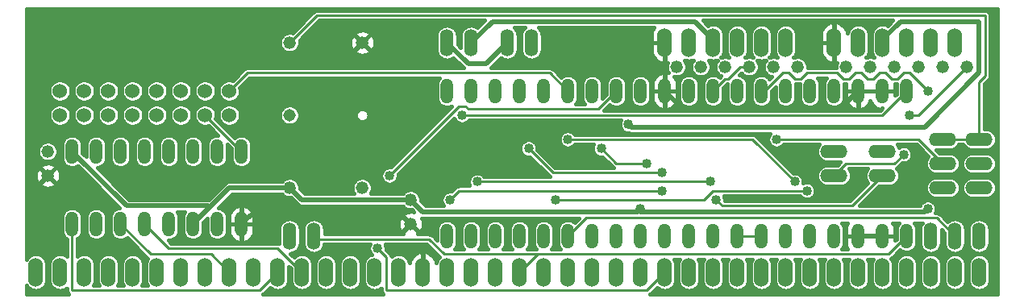
<source format=gbr>
G04 #@! TF.GenerationSoftware,KiCad,Pcbnew,5.1.2*
G04 #@! TF.CreationDate,2020-10-15T13:17:00+02:00*
G04 #@! TF.ProjectId,3365c1e53a7ea87593df0e5cd2596002,33333635-6331-4653-9533-613765613837,rev?*
G04 #@! TF.SameCoordinates,Original*
G04 #@! TF.FileFunction,Copper,L2,Bot*
G04 #@! TF.FilePolarity,Positive*
%FSLAX46Y46*%
G04 Gerber Fmt 4.6, Leading zero omitted, Abs format (unit mm)*
G04 Created by KiCad (PCBNEW 5.1.2) date 2020-10-15 13:17:00*
%MOMM*%
%LPD*%
G04 APERTURE LIST*
%ADD10O,1.524000X3.048000*%
%ADD11C,1.524000*%
%ADD12C,1.320800*%
%ADD13O,1.422400X2.844800*%
%ADD14C,1.308000*%
%ADD15O,1.320800X2.641600*%
%ADD16O,2.844800X1.422400*%
%ADD17C,1.016000*%
%ADD18C,0.508000*%
%ADD19C,0.254000*%
%ADD20C,0.406400*%
G04 APERTURE END LIST*
D10*
X149301100Y-117698600D03*
X151841100Y-117698600D03*
X154381100Y-117698600D03*
X156921100Y-117698600D03*
X159461100Y-117698600D03*
X162001100Y-117698600D03*
X164541100Y-117698600D03*
X167081100Y-117698600D03*
X169621100Y-117698600D03*
X172161100Y-117698600D03*
X174701100Y-117698600D03*
X177241100Y-117698600D03*
X179781100Y-117698600D03*
X182321100Y-117698600D03*
X184861100Y-117698600D03*
X187401100Y-117698600D03*
X189941100Y-117698600D03*
X192481100Y-117698600D03*
X195021100Y-117698600D03*
X197561100Y-117698600D03*
X103581100Y-117698600D03*
X98501100Y-117698600D03*
X101041100Y-117698600D03*
X106121100Y-117698600D03*
X108661100Y-117698600D03*
X111201100Y-117698600D03*
X113741100Y-117698600D03*
X116281100Y-117698600D03*
X118821100Y-117698600D03*
X121361100Y-117698600D03*
X123901100Y-117698600D03*
X126441100Y-117698600D03*
X128981100Y-117698600D03*
X131521100Y-117698600D03*
X134061100Y-117698600D03*
X136601100Y-117698600D03*
X139141100Y-117698600D03*
X141681100Y-117698600D03*
X144221100Y-117698600D03*
X146761100Y-117698600D03*
D11*
X101041100Y-101188600D03*
X103581100Y-101188600D03*
X101041100Y-98648600D03*
X103581100Y-98648600D03*
X106121100Y-101188600D03*
X108661100Y-101188600D03*
X111201100Y-101188600D03*
X113741100Y-101188600D03*
X116281100Y-101188600D03*
X118821100Y-101188600D03*
X106121100Y-98648600D03*
X108661100Y-98648600D03*
X111201100Y-98648600D03*
X113741100Y-98648600D03*
X116281100Y-98648600D03*
X118821100Y-98648600D03*
D10*
X195021100Y-93568600D03*
X192481100Y-93568600D03*
X189941100Y-93568600D03*
X187401100Y-93568600D03*
X184861100Y-93568600D03*
X182321100Y-93568600D03*
D12*
X183591100Y-96108600D03*
X186131100Y-96108600D03*
X188671100Y-96108600D03*
X191211100Y-96108600D03*
X193751100Y-96108600D03*
X196291100Y-96108600D03*
X125171100Y-108808600D03*
X125171100Y-93568600D03*
X132791100Y-93568600D03*
X132791100Y-108808600D03*
X99771100Y-107538600D03*
X99771100Y-104998600D03*
D13*
X127711100Y-113888600D03*
X125171100Y-113888600D03*
X148031100Y-93568600D03*
X150571100Y-93568600D03*
D14*
X125171100Y-101188600D03*
D10*
X177241100Y-93568600D03*
X174701100Y-93568600D03*
X172161100Y-93568600D03*
X169621100Y-93568600D03*
X167081100Y-93568600D03*
X164541100Y-93568600D03*
D12*
X165811100Y-96108600D03*
X168351100Y-96108600D03*
X170891100Y-96108600D03*
X173431100Y-96108600D03*
X175971100Y-96108600D03*
X178511100Y-96108600D03*
D13*
X141681100Y-93568600D03*
X144221100Y-93568600D03*
D12*
X137871100Y-112618600D03*
X137871100Y-110078600D03*
D15*
X141681100Y-98648600D03*
X144221100Y-98648600D03*
X146761100Y-98648600D03*
X149301100Y-98648600D03*
X151841100Y-98648600D03*
X154381100Y-98648600D03*
X156921100Y-98648600D03*
X159461100Y-98648600D03*
X162001100Y-98648600D03*
X164541100Y-98648600D03*
X167081100Y-98648600D03*
X169621100Y-98648600D03*
X172161100Y-98648600D03*
X174701100Y-98648600D03*
X177241100Y-98648600D03*
X179781100Y-98648600D03*
X182321100Y-98648600D03*
X184861100Y-98648600D03*
X187401100Y-98648600D03*
X189941100Y-98648600D03*
X189941100Y-113888600D03*
X187401100Y-113888600D03*
X184861100Y-113888600D03*
X182321100Y-113888600D03*
X179781100Y-113888600D03*
X177241100Y-113888600D03*
X174701100Y-113888600D03*
X172161100Y-113888600D03*
X169621100Y-113888600D03*
X167081100Y-113888600D03*
X164541100Y-113888600D03*
X162001100Y-113888600D03*
X151841100Y-113888600D03*
X154381100Y-113888600D03*
X149301100Y-113888600D03*
X146761100Y-113888600D03*
X159461100Y-113888600D03*
X156921100Y-113888600D03*
X144221100Y-113888600D03*
X141681100Y-113888600D03*
D16*
X187401100Y-104998600D03*
X187401100Y-107538600D03*
X182321100Y-104998600D03*
X182321100Y-107538600D03*
D15*
X102311100Y-104998600D03*
X104851100Y-104998600D03*
X107391100Y-104998600D03*
X109931100Y-104998600D03*
X112471100Y-104998600D03*
X115011100Y-104998600D03*
X117551100Y-104998600D03*
X120091100Y-104998600D03*
X112471100Y-112618600D03*
X115011100Y-112618600D03*
X109931100Y-112618600D03*
X107391100Y-112618600D03*
X120091100Y-112618600D03*
X117551100Y-112618600D03*
X104851100Y-112618600D03*
X102311100Y-112618600D03*
D16*
X193751100Y-108808600D03*
X193751100Y-106268600D03*
X193751100Y-103728600D03*
X197561100Y-108808600D03*
X197561100Y-106268600D03*
X197561100Y-103728600D03*
D13*
X197561100Y-113888600D03*
X195021100Y-113888600D03*
X192481100Y-113888600D03*
D17*
X134378600Y-115158600D03*
X141998600Y-110078600D03*
X164223600Y-109126100D03*
X150253600Y-104681100D03*
X164223600Y-107221100D03*
X144856100Y-108173600D03*
X169303600Y-108173600D03*
X154381100Y-103728600D03*
X178193600Y-108173600D03*
X153111100Y-110078600D03*
X179463600Y-109126100D03*
X157873600Y-104681100D03*
X162636100Y-106268600D03*
X169938600Y-110078600D03*
X190258600Y-101188600D03*
X189623600Y-105316100D03*
X162001100Y-111031100D03*
X192163600Y-111031100D03*
X160731100Y-102141100D03*
X135648600Y-107538600D03*
X143268600Y-101188600D03*
X192163600Y-98648600D03*
X176288600Y-103728600D03*
D18*
X121043600Y-111666100D02*
X120091100Y-112618600D01*
X136918600Y-111666100D02*
X121043600Y-111666100D01*
X137871100Y-112618600D02*
X136918600Y-111666100D01*
X187401100Y-113888600D02*
X184861100Y-113888600D01*
X182956100Y-100553600D02*
X184861100Y-98648600D01*
X166446100Y-100553600D02*
X182956100Y-100553600D01*
X164541100Y-98648600D02*
X166446100Y-100553600D01*
D19*
X135331100Y-116111100D02*
X134378600Y-115158600D01*
X135331100Y-119603600D02*
X135331100Y-116111100D01*
X162636100Y-119603600D02*
X135331100Y-119603600D01*
X164541100Y-117698600D02*
X162636100Y-119603600D01*
X142951100Y-109126100D02*
X141998600Y-110078600D01*
X164223600Y-109126100D02*
X142951100Y-109126100D01*
X152793600Y-107221100D02*
X150253600Y-104681100D01*
X164223600Y-107221100D02*
X152793600Y-107221100D01*
X169303600Y-108173600D02*
X144856100Y-108173600D01*
X173748600Y-103728600D02*
X154381100Y-103728600D01*
X178193600Y-108173600D02*
X173748600Y-103728600D01*
X168668600Y-110078600D02*
X153111100Y-110078600D01*
X169621100Y-109126100D02*
X168668600Y-110078600D01*
X179463600Y-109126100D02*
X169621100Y-109126100D01*
X159461100Y-106268600D02*
X157873600Y-104681100D01*
X162636100Y-106268600D02*
X159461100Y-106268600D01*
X102311100Y-119603600D02*
X102311100Y-112618600D01*
X121996100Y-119603600D02*
X102311100Y-119603600D01*
X123901100Y-117698600D02*
X121996100Y-119603600D01*
X110566100Y-115793600D02*
X107391100Y-112618600D01*
X116916100Y-115793600D02*
X110566100Y-115793600D01*
X118821100Y-117698600D02*
X116916100Y-115793600D01*
X152476100Y-96743600D02*
X154381100Y-98648600D01*
X120726100Y-96743600D02*
X152476100Y-96743600D01*
X118821100Y-98648600D02*
X120726100Y-96743600D01*
X116281100Y-101188600D02*
X120091100Y-104998600D01*
X170573600Y-110713600D02*
X169938600Y-110078600D01*
X184226100Y-110713600D02*
X170573600Y-110713600D01*
X187401100Y-107538600D02*
X184226100Y-110713600D01*
X191211100Y-101188600D02*
X196291100Y-96108600D01*
X190258600Y-101188600D02*
X191211100Y-101188600D01*
X188671100Y-106268600D02*
X189623600Y-105316100D01*
X183591100Y-106268600D02*
X188671100Y-106268600D01*
X182321100Y-107538600D02*
X183591100Y-106268600D01*
D18*
X161683600Y-111348600D02*
X162001100Y-111031100D01*
X139141100Y-111348600D02*
X161683600Y-111348600D01*
X137871100Y-110078600D02*
X139141100Y-111348600D01*
X191846100Y-111348600D02*
X192163600Y-111031100D01*
X162001100Y-111348600D02*
X191846100Y-111348600D01*
X162001100Y-111348600D02*
X162001100Y-111031100D01*
X143903600Y-95791100D02*
X141681100Y-93568600D01*
X145808600Y-95791100D02*
X143903600Y-95791100D01*
X148031100Y-93568600D02*
X145808600Y-95791100D01*
X118821100Y-108808600D02*
X116757350Y-110872350D01*
X116757350Y-110872350D02*
X115011100Y-112618600D01*
X125171100Y-108808600D02*
X118821100Y-108808600D01*
X108026100Y-110713600D02*
X102311100Y-104998600D01*
X116598600Y-110713600D02*
X108026100Y-110713600D01*
X116598600Y-110713600D02*
X116757350Y-110872350D01*
X126441100Y-110078600D02*
X137871100Y-110078600D01*
X125171100Y-108808600D02*
X126441100Y-110078600D01*
D19*
X197561100Y-103728600D02*
X193751100Y-103728600D01*
X197561100Y-97696100D02*
X197561100Y-103728600D01*
X198196100Y-97061100D02*
X197561100Y-97696100D01*
X198196100Y-90711100D02*
X198196100Y-97061100D01*
X128028600Y-90711100D02*
X198196100Y-90711100D01*
X125171100Y-93568600D02*
X128028600Y-90711100D01*
X188036100Y-115793600D02*
X189941100Y-113888600D01*
X151206100Y-115793600D02*
X188036100Y-115793600D01*
X149301100Y-117698600D02*
X151206100Y-115793600D01*
X128028600Y-114206100D02*
X127711100Y-113888600D01*
X139776100Y-114206100D02*
X128028600Y-114206100D01*
X141363600Y-115793600D02*
X139776100Y-114206100D01*
X151206100Y-115793600D02*
X141363600Y-115793600D01*
D18*
X161048600Y-102458600D02*
X160731100Y-102141100D01*
X191846100Y-102458600D02*
X161048600Y-102458600D01*
X197561100Y-96743600D02*
X191846100Y-102458600D01*
X197561100Y-91346100D02*
X197561100Y-96743600D01*
X189306100Y-91346100D02*
X197561100Y-91346100D01*
X187401100Y-93251100D02*
X189306100Y-91346100D01*
X187401100Y-93568600D02*
X187401100Y-93251100D01*
D19*
X157556100Y-100553600D02*
X159461100Y-98648600D01*
X143903600Y-100553600D02*
X157556100Y-100553600D01*
X143586100Y-100236100D02*
X143903600Y-100553600D01*
X142951100Y-100236100D02*
X143586100Y-100236100D01*
X135648600Y-107538600D02*
X142951100Y-100236100D01*
D18*
X146443600Y-91346100D02*
X144221100Y-93568600D01*
X167716100Y-91346100D02*
X146443600Y-91346100D01*
X169621100Y-93251100D02*
X167716100Y-91346100D01*
X169621100Y-93568600D02*
X169621100Y-93251100D01*
D19*
X170891100Y-97378600D02*
X169621100Y-98648600D01*
X171208600Y-97378600D02*
X170891100Y-97378600D01*
X172478600Y-96108600D02*
X171208600Y-97378600D01*
X173431100Y-96108600D02*
X172478600Y-96108600D01*
X187401100Y-101188600D02*
X189941100Y-98648600D01*
X143268600Y-101188600D02*
X187401100Y-101188600D01*
X156286100Y-111983600D02*
X154381100Y-113888600D01*
X193116100Y-111983600D02*
X156286100Y-111983600D01*
X195021100Y-113888600D02*
X193116100Y-111983600D01*
X190258600Y-96743600D02*
X192163600Y-98648600D01*
X189623600Y-96743600D02*
X190258600Y-96743600D01*
X188988600Y-97378600D02*
X189623600Y-96743600D01*
X188353600Y-97378600D02*
X188988600Y-97378600D01*
X187718600Y-96743600D02*
X188353600Y-97378600D01*
X187083600Y-96743600D02*
X187718600Y-96743600D01*
X186448600Y-97378600D02*
X187083600Y-96743600D01*
X185813600Y-97378600D02*
X186448600Y-97378600D01*
X185178600Y-96743600D02*
X185813600Y-97378600D01*
X184543600Y-96743600D02*
X185178600Y-96743600D01*
X183908600Y-97378600D02*
X184543600Y-96743600D01*
X183273600Y-97378600D02*
X183908600Y-97378600D01*
X182638600Y-96743600D02*
X183273600Y-97378600D01*
X179463600Y-96743600D02*
X182638600Y-96743600D01*
X178828600Y-97378600D02*
X179463600Y-96743600D01*
X178193600Y-97378600D02*
X178828600Y-97378600D01*
X177558600Y-96743600D02*
X178193600Y-97378600D01*
X176923600Y-96743600D02*
X177558600Y-96743600D01*
X175018600Y-98648600D02*
X176923600Y-96743600D01*
X174701100Y-98648600D02*
X175018600Y-98648600D01*
X174701100Y-113888600D02*
X172161100Y-113888600D01*
X191211100Y-103728600D02*
X193751100Y-106268600D01*
X176288600Y-103728600D02*
X191211100Y-103728600D01*
X112471100Y-115158600D02*
X109931100Y-112618600D01*
X123901100Y-115158600D02*
X112471100Y-115158600D01*
X126441100Y-117698600D02*
X123901100Y-115158600D01*
D20*
G36*
X199492899Y-119960399D02*
G01*
X163029172Y-119960399D01*
X163029429Y-119960086D01*
X163707701Y-119281814D01*
X163713194Y-119288507D01*
X163890619Y-119434115D01*
X164093041Y-119542312D01*
X164312682Y-119608940D01*
X164541100Y-119631437D01*
X164769519Y-119608940D01*
X164989160Y-119542312D01*
X165191582Y-119434115D01*
X165369007Y-119288507D01*
X165514615Y-119111082D01*
X165622812Y-118908660D01*
X165689440Y-118689019D01*
X165706300Y-118517834D01*
X165706300Y-116879366D01*
X165689440Y-116708181D01*
X165622812Y-116488540D01*
X165534756Y-116323800D01*
X166087444Y-116323800D01*
X165999388Y-116488541D01*
X165932760Y-116708182D01*
X165915900Y-116879367D01*
X165915900Y-118517834D01*
X165932760Y-118689019D01*
X165999389Y-118908660D01*
X166107586Y-119111082D01*
X166253194Y-119288507D01*
X166430619Y-119434115D01*
X166633041Y-119542312D01*
X166852682Y-119608940D01*
X167081100Y-119631437D01*
X167309519Y-119608940D01*
X167529160Y-119542312D01*
X167731582Y-119434115D01*
X167909007Y-119288507D01*
X168054615Y-119111082D01*
X168162812Y-118908660D01*
X168229440Y-118689019D01*
X168246300Y-118517834D01*
X168246300Y-116879366D01*
X168229440Y-116708181D01*
X168162812Y-116488540D01*
X168074756Y-116323800D01*
X168627444Y-116323800D01*
X168539388Y-116488541D01*
X168472760Y-116708182D01*
X168455900Y-116879367D01*
X168455900Y-118517834D01*
X168472760Y-118689019D01*
X168539389Y-118908660D01*
X168647586Y-119111082D01*
X168793194Y-119288507D01*
X168970619Y-119434115D01*
X169173041Y-119542312D01*
X169392682Y-119608940D01*
X169621100Y-119631437D01*
X169849519Y-119608940D01*
X170069160Y-119542312D01*
X170271582Y-119434115D01*
X170449007Y-119288507D01*
X170594615Y-119111082D01*
X170702812Y-118908660D01*
X170769440Y-118689019D01*
X170786300Y-118517834D01*
X170786300Y-116879366D01*
X170769440Y-116708181D01*
X170702812Y-116488540D01*
X170614756Y-116323800D01*
X171167444Y-116323800D01*
X171079388Y-116488541D01*
X171012760Y-116708182D01*
X170995900Y-116879367D01*
X170995900Y-118517834D01*
X171012760Y-118689019D01*
X171079389Y-118908660D01*
X171187586Y-119111082D01*
X171333194Y-119288507D01*
X171510619Y-119434115D01*
X171713041Y-119542312D01*
X171932682Y-119608940D01*
X172161100Y-119631437D01*
X172389519Y-119608940D01*
X172609160Y-119542312D01*
X172811582Y-119434115D01*
X172989007Y-119288507D01*
X173134615Y-119111082D01*
X173242812Y-118908660D01*
X173309440Y-118689019D01*
X173326300Y-118517834D01*
X173326300Y-116879366D01*
X173309440Y-116708181D01*
X173242812Y-116488540D01*
X173154756Y-116323800D01*
X173707444Y-116323800D01*
X173619388Y-116488541D01*
X173552760Y-116708182D01*
X173535900Y-116879367D01*
X173535900Y-118517834D01*
X173552760Y-118689019D01*
X173619389Y-118908660D01*
X173727586Y-119111082D01*
X173873194Y-119288507D01*
X174050619Y-119434115D01*
X174253041Y-119542312D01*
X174472682Y-119608940D01*
X174701100Y-119631437D01*
X174929519Y-119608940D01*
X175149160Y-119542312D01*
X175351582Y-119434115D01*
X175529007Y-119288507D01*
X175674615Y-119111082D01*
X175782812Y-118908660D01*
X175849440Y-118689019D01*
X175866300Y-118517834D01*
X175866300Y-116879366D01*
X175849440Y-116708181D01*
X175782812Y-116488540D01*
X175694756Y-116323800D01*
X176247444Y-116323800D01*
X176159388Y-116488541D01*
X176092760Y-116708182D01*
X176075900Y-116879367D01*
X176075900Y-118517834D01*
X176092760Y-118689019D01*
X176159389Y-118908660D01*
X176267586Y-119111082D01*
X176413194Y-119288507D01*
X176590619Y-119434115D01*
X176793041Y-119542312D01*
X177012682Y-119608940D01*
X177241100Y-119631437D01*
X177469519Y-119608940D01*
X177689160Y-119542312D01*
X177891582Y-119434115D01*
X178069007Y-119288507D01*
X178214615Y-119111082D01*
X178322812Y-118908660D01*
X178389440Y-118689019D01*
X178406300Y-118517834D01*
X178406300Y-116879366D01*
X178389440Y-116708181D01*
X178322812Y-116488540D01*
X178234756Y-116323800D01*
X178787444Y-116323800D01*
X178699388Y-116488541D01*
X178632760Y-116708182D01*
X178615900Y-116879367D01*
X178615900Y-118517834D01*
X178632760Y-118689019D01*
X178699389Y-118908660D01*
X178807586Y-119111082D01*
X178953194Y-119288507D01*
X179130619Y-119434115D01*
X179333041Y-119542312D01*
X179552682Y-119608940D01*
X179781100Y-119631437D01*
X180009519Y-119608940D01*
X180229160Y-119542312D01*
X180431582Y-119434115D01*
X180609007Y-119288507D01*
X180754615Y-119111082D01*
X180862812Y-118908660D01*
X180929440Y-118689019D01*
X180946300Y-118517834D01*
X180946300Y-116879366D01*
X180929440Y-116708181D01*
X180862812Y-116488540D01*
X180774756Y-116323800D01*
X181327444Y-116323800D01*
X181239388Y-116488541D01*
X181172760Y-116708182D01*
X181155900Y-116879367D01*
X181155900Y-118517834D01*
X181172760Y-118689019D01*
X181239389Y-118908660D01*
X181347586Y-119111082D01*
X181493194Y-119288507D01*
X181670619Y-119434115D01*
X181873041Y-119542312D01*
X182092682Y-119608940D01*
X182321100Y-119631437D01*
X182549519Y-119608940D01*
X182769160Y-119542312D01*
X182971582Y-119434115D01*
X183149007Y-119288507D01*
X183294615Y-119111082D01*
X183402812Y-118908660D01*
X183469440Y-118689019D01*
X183486300Y-118517834D01*
X183486300Y-116879366D01*
X183469440Y-116708181D01*
X183402812Y-116488540D01*
X183314756Y-116323800D01*
X183867444Y-116323800D01*
X183779388Y-116488541D01*
X183712760Y-116708182D01*
X183695900Y-116879367D01*
X183695900Y-118517834D01*
X183712760Y-118689019D01*
X183779389Y-118908660D01*
X183887586Y-119111082D01*
X184033194Y-119288507D01*
X184210619Y-119434115D01*
X184413041Y-119542312D01*
X184632682Y-119608940D01*
X184861100Y-119631437D01*
X185089519Y-119608940D01*
X185309160Y-119542312D01*
X185511582Y-119434115D01*
X185689007Y-119288507D01*
X185834615Y-119111082D01*
X185942812Y-118908660D01*
X186009440Y-118689019D01*
X186026300Y-118517834D01*
X186026300Y-116879366D01*
X186009440Y-116708181D01*
X185942812Y-116488540D01*
X185854756Y-116323800D01*
X186407444Y-116323800D01*
X186319388Y-116488541D01*
X186252760Y-116708182D01*
X186235900Y-116879367D01*
X186235900Y-118517834D01*
X186252760Y-118689019D01*
X186319389Y-118908660D01*
X186427586Y-119111082D01*
X186573194Y-119288507D01*
X186750619Y-119434115D01*
X186953041Y-119542312D01*
X187172682Y-119608940D01*
X187401100Y-119631437D01*
X187629519Y-119608940D01*
X187849160Y-119542312D01*
X188051582Y-119434115D01*
X188229007Y-119288507D01*
X188374615Y-119111082D01*
X188482812Y-118908660D01*
X188549440Y-118689019D01*
X188566300Y-118517834D01*
X188566300Y-116879367D01*
X188775900Y-116879367D01*
X188775900Y-118517834D01*
X188792760Y-118689019D01*
X188859389Y-118908660D01*
X188967586Y-119111082D01*
X189113194Y-119288507D01*
X189290619Y-119434115D01*
X189493041Y-119542312D01*
X189712682Y-119608940D01*
X189941100Y-119631437D01*
X190169519Y-119608940D01*
X190389160Y-119542312D01*
X190591582Y-119434115D01*
X190769007Y-119288507D01*
X190914615Y-119111082D01*
X191022812Y-118908660D01*
X191089440Y-118689019D01*
X191106300Y-118517834D01*
X191106300Y-116879367D01*
X191315900Y-116879367D01*
X191315900Y-118517834D01*
X191332760Y-118689019D01*
X191399389Y-118908660D01*
X191507586Y-119111082D01*
X191653194Y-119288507D01*
X191830619Y-119434115D01*
X192033041Y-119542312D01*
X192252682Y-119608940D01*
X192481100Y-119631437D01*
X192709519Y-119608940D01*
X192929160Y-119542312D01*
X193131582Y-119434115D01*
X193309007Y-119288507D01*
X193454615Y-119111082D01*
X193562812Y-118908660D01*
X193629440Y-118689019D01*
X193646300Y-118517834D01*
X193646300Y-116879367D01*
X193855900Y-116879367D01*
X193855900Y-118517834D01*
X193872760Y-118689019D01*
X193939389Y-118908660D01*
X194047586Y-119111082D01*
X194193194Y-119288507D01*
X194370619Y-119434115D01*
X194573041Y-119542312D01*
X194792682Y-119608940D01*
X195021100Y-119631437D01*
X195249519Y-119608940D01*
X195469160Y-119542312D01*
X195671582Y-119434115D01*
X195849007Y-119288507D01*
X195994615Y-119111082D01*
X196102812Y-118908660D01*
X196169440Y-118689019D01*
X196186300Y-118517834D01*
X196186300Y-116879367D01*
X196395900Y-116879367D01*
X196395900Y-118517834D01*
X196412760Y-118689019D01*
X196479389Y-118908660D01*
X196587586Y-119111082D01*
X196733194Y-119288507D01*
X196910619Y-119434115D01*
X197113041Y-119542312D01*
X197332682Y-119608940D01*
X197561100Y-119631437D01*
X197789519Y-119608940D01*
X198009160Y-119542312D01*
X198211582Y-119434115D01*
X198389007Y-119288507D01*
X198534615Y-119111082D01*
X198642812Y-118908660D01*
X198709440Y-118689019D01*
X198726300Y-118517834D01*
X198726300Y-116879366D01*
X198709440Y-116708181D01*
X198642812Y-116488540D01*
X198534615Y-116286118D01*
X198389007Y-116108693D01*
X198211581Y-115963085D01*
X198009159Y-115854888D01*
X197789518Y-115788260D01*
X197561100Y-115765763D01*
X197332681Y-115788260D01*
X197113040Y-115854888D01*
X196910618Y-115963085D01*
X196733193Y-116108693D01*
X196587585Y-116286119D01*
X196479388Y-116488541D01*
X196412760Y-116708182D01*
X196395900Y-116879367D01*
X196186300Y-116879367D01*
X196186300Y-116879366D01*
X196169440Y-116708181D01*
X196102812Y-116488540D01*
X195994615Y-116286118D01*
X195849007Y-116108693D01*
X195671581Y-115963085D01*
X195469159Y-115854888D01*
X195249518Y-115788260D01*
X195021100Y-115765763D01*
X194792681Y-115788260D01*
X194573040Y-115854888D01*
X194370618Y-115963085D01*
X194193193Y-116108693D01*
X194047585Y-116286119D01*
X193939388Y-116488541D01*
X193872760Y-116708182D01*
X193855900Y-116879367D01*
X193646300Y-116879367D01*
X193646300Y-116879366D01*
X193629440Y-116708181D01*
X193562812Y-116488540D01*
X193454615Y-116286118D01*
X193309007Y-116108693D01*
X193131581Y-115963085D01*
X192929159Y-115854888D01*
X192709518Y-115788260D01*
X192481100Y-115765763D01*
X192252681Y-115788260D01*
X192033040Y-115854888D01*
X191830618Y-115963085D01*
X191653193Y-116108693D01*
X191507585Y-116286119D01*
X191399388Y-116488541D01*
X191332760Y-116708182D01*
X191315900Y-116879367D01*
X191106300Y-116879367D01*
X191106300Y-116879366D01*
X191089440Y-116708181D01*
X191022812Y-116488540D01*
X190914615Y-116286118D01*
X190769007Y-116108693D01*
X190591581Y-115963085D01*
X190389159Y-115854888D01*
X190169518Y-115788260D01*
X189941100Y-115765763D01*
X189712681Y-115788260D01*
X189493040Y-115854888D01*
X189290618Y-115963085D01*
X189113193Y-116108693D01*
X188967585Y-116286119D01*
X188859388Y-116488541D01*
X188792760Y-116708182D01*
X188775900Y-116879367D01*
X188566300Y-116879367D01*
X188566300Y-116879366D01*
X188549440Y-116708181D01*
X188482812Y-116488540D01*
X188374615Y-116286118D01*
X188333206Y-116235661D01*
X188412822Y-116170322D01*
X188429429Y-116150086D01*
X189234494Y-115345022D01*
X189347338Y-115437630D01*
X189532110Y-115536393D01*
X189732599Y-115597210D01*
X189941100Y-115617746D01*
X190149602Y-115597210D01*
X190350091Y-115536393D01*
X190534863Y-115437630D01*
X190696818Y-115304718D01*
X190829730Y-115142763D01*
X190928493Y-114957991D01*
X190989310Y-114757502D01*
X191004700Y-114601247D01*
X191004700Y-113175953D01*
X190989310Y-113019698D01*
X190928493Y-112819209D01*
X190829730Y-112634437D01*
X190730727Y-112513800D01*
X191584066Y-112513800D01*
X191550027Y-112555277D01*
X191446547Y-112748875D01*
X191382824Y-112958940D01*
X191366700Y-113122654D01*
X191366700Y-114654547D01*
X191382824Y-114818261D01*
X191446548Y-115028326D01*
X191550028Y-115221923D01*
X191689288Y-115391613D01*
X191858978Y-115530873D01*
X192052575Y-115634353D01*
X192262640Y-115698076D01*
X192481100Y-115719592D01*
X192699561Y-115698076D01*
X192909626Y-115634353D01*
X193103223Y-115530873D01*
X193272913Y-115391613D01*
X193412173Y-115221923D01*
X193515653Y-115028326D01*
X193579376Y-114818261D01*
X193595500Y-114654547D01*
X193595500Y-113212815D01*
X193906700Y-113524016D01*
X193906700Y-114654547D01*
X193922824Y-114818261D01*
X193986548Y-115028326D01*
X194090028Y-115221923D01*
X194229288Y-115391613D01*
X194398978Y-115530873D01*
X194592575Y-115634353D01*
X194802640Y-115698076D01*
X195021100Y-115719592D01*
X195239561Y-115698076D01*
X195449626Y-115634353D01*
X195643223Y-115530873D01*
X195812913Y-115391613D01*
X195952173Y-115221923D01*
X196055653Y-115028326D01*
X196119376Y-114818261D01*
X196135500Y-114654547D01*
X196135500Y-113122654D01*
X196446700Y-113122654D01*
X196446700Y-114654547D01*
X196462824Y-114818261D01*
X196526548Y-115028326D01*
X196630028Y-115221923D01*
X196769288Y-115391613D01*
X196938978Y-115530873D01*
X197132575Y-115634353D01*
X197342640Y-115698076D01*
X197561100Y-115719592D01*
X197779561Y-115698076D01*
X197989626Y-115634353D01*
X198183223Y-115530873D01*
X198352913Y-115391613D01*
X198492173Y-115221923D01*
X198595653Y-115028326D01*
X198659376Y-114818261D01*
X198675500Y-114654547D01*
X198675500Y-113122653D01*
X198659376Y-112958939D01*
X198595653Y-112748874D01*
X198492173Y-112555277D01*
X198352913Y-112385587D01*
X198183223Y-112246327D01*
X197989625Y-112142847D01*
X197779560Y-112079124D01*
X197561100Y-112057608D01*
X197342639Y-112079124D01*
X197132574Y-112142847D01*
X196938977Y-112246327D01*
X196769287Y-112385587D01*
X196630027Y-112555277D01*
X196526547Y-112748875D01*
X196462824Y-112958940D01*
X196446700Y-113122654D01*
X196135500Y-113122654D01*
X196135500Y-113122653D01*
X196119376Y-112958939D01*
X196055653Y-112748874D01*
X195952173Y-112555277D01*
X195812913Y-112385587D01*
X195643223Y-112246327D01*
X195449625Y-112142847D01*
X195239560Y-112079124D01*
X195021100Y-112057608D01*
X194802639Y-112079124D01*
X194592574Y-112142847D01*
X194398977Y-112246327D01*
X194250496Y-112368181D01*
X193509429Y-111627114D01*
X193492822Y-111606878D01*
X193412088Y-111540622D01*
X193319980Y-111491389D01*
X193220037Y-111461072D01*
X193142143Y-111453400D01*
X193142140Y-111453400D01*
X193116100Y-111450835D01*
X193090060Y-111453400D01*
X192974953Y-111453400D01*
X193039783Y-111296887D01*
X193074800Y-111120845D01*
X193074800Y-110941355D01*
X193039783Y-110765313D01*
X192971095Y-110599485D01*
X192871375Y-110450244D01*
X192744456Y-110323325D01*
X192595215Y-110223605D01*
X192429387Y-110154917D01*
X192253345Y-110119900D01*
X192073855Y-110119900D01*
X191897813Y-110154917D01*
X191731985Y-110223605D01*
X191582744Y-110323325D01*
X191455825Y-110450244D01*
X191356105Y-110599485D01*
X191318033Y-110691400D01*
X184998115Y-110691400D01*
X186880915Y-108808600D01*
X191920108Y-108808600D01*
X191941624Y-109027061D01*
X192005347Y-109237126D01*
X192108827Y-109430723D01*
X192248087Y-109600413D01*
X192417777Y-109739673D01*
X192611374Y-109843153D01*
X192821439Y-109906876D01*
X192985153Y-109923000D01*
X194517047Y-109923000D01*
X194680761Y-109906876D01*
X194890826Y-109843153D01*
X195084423Y-109739673D01*
X195254113Y-109600413D01*
X195393373Y-109430723D01*
X195496853Y-109237126D01*
X195560576Y-109027061D01*
X195582092Y-108808600D01*
X195730108Y-108808600D01*
X195751624Y-109027061D01*
X195815347Y-109237126D01*
X195918827Y-109430723D01*
X196058087Y-109600413D01*
X196227777Y-109739673D01*
X196421374Y-109843153D01*
X196631439Y-109906876D01*
X196795153Y-109923000D01*
X198327047Y-109923000D01*
X198490761Y-109906876D01*
X198700826Y-109843153D01*
X198894423Y-109739673D01*
X199064113Y-109600413D01*
X199203373Y-109430723D01*
X199306853Y-109237126D01*
X199370576Y-109027061D01*
X199392092Y-108808600D01*
X199370576Y-108590139D01*
X199306853Y-108380074D01*
X199203373Y-108186477D01*
X199064113Y-108016787D01*
X198894423Y-107877527D01*
X198700826Y-107774047D01*
X198490761Y-107710324D01*
X198327047Y-107694200D01*
X196795153Y-107694200D01*
X196631439Y-107710324D01*
X196421374Y-107774047D01*
X196227777Y-107877527D01*
X196058087Y-108016787D01*
X195918827Y-108186477D01*
X195815347Y-108380074D01*
X195751624Y-108590139D01*
X195730108Y-108808600D01*
X195582092Y-108808600D01*
X195560576Y-108590139D01*
X195496853Y-108380074D01*
X195393373Y-108186477D01*
X195254113Y-108016787D01*
X195084423Y-107877527D01*
X194890826Y-107774047D01*
X194680761Y-107710324D01*
X194517047Y-107694200D01*
X192985153Y-107694200D01*
X192821439Y-107710324D01*
X192611374Y-107774047D01*
X192417777Y-107877527D01*
X192248087Y-108016787D01*
X192108827Y-108186477D01*
X192005347Y-108380074D01*
X191941624Y-108590139D01*
X191920108Y-108808600D01*
X186880915Y-108808600D01*
X187036516Y-108653000D01*
X188167047Y-108653000D01*
X188330761Y-108636876D01*
X188540826Y-108573153D01*
X188734423Y-108469673D01*
X188904113Y-108330413D01*
X189043373Y-108160723D01*
X189146853Y-107967126D01*
X189210576Y-107757061D01*
X189232092Y-107538600D01*
X189210576Y-107320139D01*
X189146853Y-107110074D01*
X189043373Y-106916477D01*
X188904113Y-106746787D01*
X188902971Y-106745850D01*
X188967088Y-106711578D01*
X189047822Y-106645322D01*
X189064429Y-106625086D01*
X189474101Y-106215414D01*
X189533855Y-106227300D01*
X189713345Y-106227300D01*
X189889387Y-106192283D01*
X190055215Y-106123595D01*
X190204456Y-106023875D01*
X190331375Y-105896956D01*
X190431095Y-105747715D01*
X190499783Y-105581887D01*
X190534800Y-105405845D01*
X190534800Y-105226355D01*
X190499783Y-105050313D01*
X190431095Y-104884485D01*
X190331375Y-104735244D01*
X190204456Y-104608325D01*
X190055215Y-104508605D01*
X189889387Y-104439917D01*
X189713345Y-104404900D01*
X189533855Y-104404900D01*
X189357813Y-104439917D01*
X189191985Y-104508605D01*
X189134521Y-104547002D01*
X189043373Y-104376477D01*
X188946799Y-104258800D01*
X190991485Y-104258800D01*
X192230681Y-105497996D01*
X192108827Y-105646477D01*
X192005347Y-105840074D01*
X191941624Y-106050139D01*
X191920108Y-106268600D01*
X191941624Y-106487061D01*
X192005347Y-106697126D01*
X192108827Y-106890723D01*
X192248087Y-107060413D01*
X192417777Y-107199673D01*
X192611374Y-107303153D01*
X192821439Y-107366876D01*
X192985153Y-107383000D01*
X194517047Y-107383000D01*
X194680761Y-107366876D01*
X194890826Y-107303153D01*
X195084423Y-107199673D01*
X195254113Y-107060413D01*
X195393373Y-106890723D01*
X195496853Y-106697126D01*
X195560576Y-106487061D01*
X195582092Y-106268600D01*
X195730108Y-106268600D01*
X195751624Y-106487061D01*
X195815347Y-106697126D01*
X195918827Y-106890723D01*
X196058087Y-107060413D01*
X196227777Y-107199673D01*
X196421374Y-107303153D01*
X196631439Y-107366876D01*
X196795153Y-107383000D01*
X198327047Y-107383000D01*
X198490761Y-107366876D01*
X198700826Y-107303153D01*
X198894423Y-107199673D01*
X199064113Y-107060413D01*
X199203373Y-106890723D01*
X199306853Y-106697126D01*
X199370576Y-106487061D01*
X199392092Y-106268600D01*
X199370576Y-106050139D01*
X199306853Y-105840074D01*
X199203373Y-105646477D01*
X199064113Y-105476787D01*
X198894423Y-105337527D01*
X198700826Y-105234047D01*
X198490761Y-105170324D01*
X198327047Y-105154200D01*
X196795153Y-105154200D01*
X196631439Y-105170324D01*
X196421374Y-105234047D01*
X196227777Y-105337527D01*
X196058087Y-105476787D01*
X195918827Y-105646477D01*
X195815347Y-105840074D01*
X195751624Y-106050139D01*
X195730108Y-106268600D01*
X195582092Y-106268600D01*
X195560576Y-106050139D01*
X195496853Y-105840074D01*
X195393373Y-105646477D01*
X195254113Y-105476787D01*
X195084423Y-105337527D01*
X194890826Y-105234047D01*
X194680761Y-105170324D01*
X194517047Y-105154200D01*
X193386516Y-105154200D01*
X193075316Y-104843000D01*
X194517047Y-104843000D01*
X194680761Y-104826876D01*
X194890826Y-104763153D01*
X195084423Y-104659673D01*
X195254113Y-104520413D01*
X195393373Y-104350723D01*
X195442507Y-104258800D01*
X195869693Y-104258800D01*
X195918827Y-104350723D01*
X196058087Y-104520413D01*
X196227777Y-104659673D01*
X196421374Y-104763153D01*
X196631439Y-104826876D01*
X196795153Y-104843000D01*
X198327047Y-104843000D01*
X198490761Y-104826876D01*
X198700826Y-104763153D01*
X198894423Y-104659673D01*
X199064113Y-104520413D01*
X199203373Y-104350723D01*
X199306853Y-104157126D01*
X199370576Y-103947061D01*
X199392092Y-103728600D01*
X199370576Y-103510139D01*
X199306853Y-103300074D01*
X199203373Y-103106477D01*
X199064113Y-102936787D01*
X198894423Y-102797527D01*
X198700826Y-102694047D01*
X198490761Y-102630324D01*
X198327047Y-102614200D01*
X198091300Y-102614200D01*
X198091300Y-97915715D01*
X198552591Y-97454425D01*
X198572822Y-97437822D01*
X198639078Y-97357088D01*
X198688311Y-97264980D01*
X198718628Y-97165037D01*
X198726300Y-97087143D01*
X198728865Y-97061100D01*
X198726300Y-97035057D01*
X198726300Y-90737143D01*
X198728865Y-90711100D01*
X198718628Y-90607163D01*
X198688311Y-90507220D01*
X198639078Y-90415112D01*
X198572822Y-90334378D01*
X198492088Y-90268122D01*
X198399980Y-90218889D01*
X198300037Y-90188572D01*
X198222143Y-90180900D01*
X198222142Y-90180900D01*
X198196100Y-90178335D01*
X198170057Y-90180900D01*
X128054639Y-90180900D01*
X128028599Y-90178335D01*
X128002559Y-90180900D01*
X128002557Y-90180900D01*
X127924663Y-90188572D01*
X127824720Y-90218889D01*
X127732612Y-90268122D01*
X127732610Y-90268123D01*
X127732611Y-90268123D01*
X127672106Y-90317777D01*
X127672103Y-90317780D01*
X127651878Y-90334378D01*
X127635280Y-90354603D01*
X125450204Y-92539680D01*
X125275855Y-92505000D01*
X125066345Y-92505000D01*
X124860859Y-92545874D01*
X124667297Y-92626050D01*
X124493095Y-92742448D01*
X124344948Y-92890595D01*
X124228550Y-93064797D01*
X124148374Y-93258359D01*
X124107500Y-93463845D01*
X124107500Y-93673355D01*
X124148374Y-93878841D01*
X124228550Y-94072403D01*
X124344948Y-94246605D01*
X124493095Y-94394752D01*
X124667297Y-94511150D01*
X124860859Y-94591326D01*
X125066345Y-94632200D01*
X125275855Y-94632200D01*
X125481341Y-94591326D01*
X125674903Y-94511150D01*
X125830201Y-94407383D01*
X131987673Y-94407383D01*
X132031833Y-94656173D01*
X132258598Y-94783401D01*
X132505826Y-94863945D01*
X132764016Y-94894709D01*
X133023248Y-94874512D01*
X133273558Y-94804130D01*
X133505328Y-94686266D01*
X133550367Y-94656173D01*
X133594527Y-94407383D01*
X132791100Y-93603955D01*
X131987673Y-94407383D01*
X125830201Y-94407383D01*
X125849105Y-94394752D01*
X125997252Y-94246605D01*
X126113650Y-94072403D01*
X126193826Y-93878841D01*
X126234700Y-93673355D01*
X126234700Y-93541516D01*
X131464991Y-93541516D01*
X131485188Y-93800748D01*
X131555570Y-94051058D01*
X131673434Y-94282828D01*
X131703527Y-94327867D01*
X131952317Y-94372027D01*
X132755745Y-93568600D01*
X132826455Y-93568600D01*
X133629883Y-94372027D01*
X133878673Y-94327867D01*
X134005901Y-94101102D01*
X134086445Y-93853874D01*
X134117209Y-93595684D01*
X134097012Y-93336452D01*
X134026630Y-93086142D01*
X133908766Y-92854372D01*
X133878673Y-92809333D01*
X133629883Y-92765173D01*
X132826455Y-93568600D01*
X132755745Y-93568600D01*
X131952317Y-92765173D01*
X131703527Y-92809333D01*
X131576299Y-93036098D01*
X131495755Y-93283326D01*
X131464991Y-93541516D01*
X126234700Y-93541516D01*
X126234700Y-93463845D01*
X126200020Y-93289496D01*
X126759699Y-92729817D01*
X131987673Y-92729817D01*
X132791100Y-93533245D01*
X133594527Y-92729817D01*
X133550367Y-92481027D01*
X133323602Y-92353799D01*
X133076374Y-92273255D01*
X132818184Y-92242491D01*
X132558952Y-92262688D01*
X132308642Y-92333070D01*
X132076872Y-92450934D01*
X132031833Y-92481027D01*
X131987673Y-92729817D01*
X126759699Y-92729817D01*
X128248217Y-91241300D01*
X145618978Y-91241300D01*
X144893056Y-91967223D01*
X144843223Y-91926327D01*
X144649625Y-91822847D01*
X144439560Y-91759124D01*
X144221100Y-91737608D01*
X144002639Y-91759124D01*
X143792574Y-91822847D01*
X143598977Y-91926327D01*
X143429287Y-92065587D01*
X143290027Y-92235277D01*
X143186547Y-92428875D01*
X143122824Y-92638940D01*
X143106700Y-92802654D01*
X143106700Y-94064779D01*
X142795500Y-93753579D01*
X142795500Y-92802653D01*
X142779376Y-92638939D01*
X142715653Y-92428874D01*
X142612173Y-92235277D01*
X142472913Y-92065587D01*
X142303223Y-91926327D01*
X142109625Y-91822847D01*
X141899560Y-91759124D01*
X141681100Y-91737608D01*
X141462639Y-91759124D01*
X141252574Y-91822847D01*
X141058977Y-91926327D01*
X140889287Y-92065587D01*
X140750027Y-92235277D01*
X140646547Y-92428875D01*
X140582824Y-92638940D01*
X140566700Y-92802654D01*
X140566700Y-94334547D01*
X140582824Y-94498261D01*
X140646548Y-94708326D01*
X140750028Y-94901923D01*
X140889288Y-95071613D01*
X141058978Y-95210873D01*
X141252575Y-95314353D01*
X141462640Y-95378076D01*
X141681100Y-95399592D01*
X141899561Y-95378076D01*
X142109626Y-95314353D01*
X142303223Y-95210873D01*
X142353056Y-95169977D01*
X143396478Y-96213400D01*
X120752140Y-96213400D01*
X120726100Y-96210835D01*
X120700060Y-96213400D01*
X120700057Y-96213400D01*
X120622163Y-96221072D01*
X120522220Y-96251389D01*
X120430112Y-96300622D01*
X120349378Y-96366878D01*
X120332775Y-96387109D01*
X119182706Y-97537179D01*
X119160976Y-97528178D01*
X118935862Y-97483400D01*
X118706338Y-97483400D01*
X118481224Y-97528178D01*
X118269171Y-97616013D01*
X118078328Y-97743530D01*
X117916030Y-97905828D01*
X117788513Y-98096671D01*
X117700678Y-98308724D01*
X117655900Y-98533838D01*
X117655900Y-98763362D01*
X117700678Y-98988476D01*
X117788513Y-99200529D01*
X117916030Y-99391372D01*
X118078328Y-99553670D01*
X118269171Y-99681187D01*
X118481224Y-99769022D01*
X118706338Y-99813800D01*
X118935862Y-99813800D01*
X119160976Y-99769022D01*
X119373029Y-99681187D01*
X119563872Y-99553670D01*
X119726170Y-99391372D01*
X119853687Y-99200529D01*
X119941522Y-98988476D01*
X119986300Y-98763362D01*
X119986300Y-98533838D01*
X119941522Y-98308724D01*
X119932521Y-98286994D01*
X120945716Y-97273800D01*
X140891473Y-97273800D01*
X140792470Y-97394437D01*
X140693707Y-97579210D01*
X140632890Y-97779699D01*
X140617500Y-97935954D01*
X140617500Y-99361247D01*
X140632891Y-99517502D01*
X140693708Y-99717991D01*
X140792471Y-99902763D01*
X140925383Y-100064718D01*
X141087338Y-100197630D01*
X141272110Y-100296393D01*
X141472599Y-100357210D01*
X141681100Y-100377746D01*
X141889602Y-100357210D01*
X142090091Y-100296393D01*
X142199439Y-100237945D01*
X135798099Y-106639286D01*
X135738345Y-106627400D01*
X135558855Y-106627400D01*
X135382813Y-106662417D01*
X135216985Y-106731105D01*
X135067744Y-106830825D01*
X134940825Y-106957744D01*
X134841105Y-107106985D01*
X134772417Y-107272813D01*
X134737400Y-107448855D01*
X134737400Y-107628345D01*
X134772417Y-107804387D01*
X134841105Y-107970215D01*
X134940825Y-108119456D01*
X135067744Y-108246375D01*
X135216985Y-108346095D01*
X135382813Y-108414783D01*
X135558855Y-108449800D01*
X135738345Y-108449800D01*
X135914387Y-108414783D01*
X136080215Y-108346095D01*
X136229456Y-108246375D01*
X136356375Y-108119456D01*
X136456095Y-107970215D01*
X136524783Y-107804387D01*
X136559800Y-107628345D01*
X136559800Y-107448855D01*
X136547914Y-107389101D01*
X142418839Y-101518176D01*
X142461105Y-101620215D01*
X142560825Y-101769456D01*
X142687744Y-101896375D01*
X142836985Y-101996095D01*
X143002813Y-102064783D01*
X143178855Y-102099800D01*
X143358345Y-102099800D01*
X143534387Y-102064783D01*
X143700215Y-101996095D01*
X143849456Y-101896375D01*
X143976375Y-101769456D01*
X144010222Y-101718800D01*
X159919747Y-101718800D01*
X159854917Y-101875313D01*
X159819900Y-102051355D01*
X159819900Y-102230845D01*
X159854917Y-102406887D01*
X159923605Y-102572715D01*
X160023325Y-102721956D01*
X160150244Y-102848875D01*
X160299485Y-102948595D01*
X160465313Y-103017283D01*
X160641355Y-103052300D01*
X160765181Y-103052300D01*
X160795884Y-103068711D01*
X160919766Y-103106290D01*
X161016323Y-103115800D01*
X161016331Y-103115800D01*
X161048600Y-103118978D01*
X161080869Y-103115800D01*
X175612769Y-103115800D01*
X175580825Y-103147744D01*
X175481105Y-103296985D01*
X175412417Y-103462813D01*
X175377400Y-103638855D01*
X175377400Y-103818345D01*
X175412417Y-103994387D01*
X175481105Y-104160215D01*
X175580825Y-104309456D01*
X175707744Y-104436375D01*
X175856985Y-104536095D01*
X176022813Y-104604783D01*
X176198855Y-104639800D01*
X176378345Y-104639800D01*
X176554387Y-104604783D01*
X176720215Y-104536095D01*
X176869456Y-104436375D01*
X176996375Y-104309456D01*
X177030222Y-104258800D01*
X180775401Y-104258800D01*
X180678827Y-104376477D01*
X180575347Y-104570074D01*
X180511624Y-104780139D01*
X180490108Y-104998600D01*
X180511624Y-105217061D01*
X180575347Y-105427126D01*
X180678827Y-105620723D01*
X180818087Y-105790413D01*
X180987777Y-105929673D01*
X181181374Y-106033153D01*
X181391439Y-106096876D01*
X181555153Y-106113000D01*
X182996884Y-106113000D01*
X182685684Y-106424200D01*
X181555153Y-106424200D01*
X181391439Y-106440324D01*
X181181374Y-106504047D01*
X180987777Y-106607527D01*
X180818087Y-106746787D01*
X180678827Y-106916477D01*
X180575347Y-107110074D01*
X180511624Y-107320139D01*
X180490108Y-107538600D01*
X180511624Y-107757061D01*
X180575347Y-107967126D01*
X180678827Y-108160723D01*
X180818087Y-108330413D01*
X180987777Y-108469673D01*
X181181374Y-108573153D01*
X181391439Y-108636876D01*
X181555153Y-108653000D01*
X183087047Y-108653000D01*
X183250761Y-108636876D01*
X183460826Y-108573153D01*
X183654423Y-108469673D01*
X183824113Y-108330413D01*
X183963373Y-108160723D01*
X184066853Y-107967126D01*
X184130576Y-107757061D01*
X184152092Y-107538600D01*
X184130576Y-107320139D01*
X184066853Y-107110074D01*
X183963373Y-106916477D01*
X183866799Y-106798800D01*
X185855401Y-106798800D01*
X185758827Y-106916477D01*
X185655347Y-107110074D01*
X185591624Y-107320139D01*
X185570108Y-107538600D01*
X185591624Y-107757061D01*
X185655347Y-107967126D01*
X185758827Y-108160723D01*
X185880681Y-108309203D01*
X184006485Y-110183400D01*
X170846805Y-110183400D01*
X170849800Y-110168345D01*
X170849800Y-109988855D01*
X170814783Y-109812813D01*
X170749953Y-109656300D01*
X178721978Y-109656300D01*
X178755825Y-109706956D01*
X178882744Y-109833875D01*
X179031985Y-109933595D01*
X179197813Y-110002283D01*
X179373855Y-110037300D01*
X179553345Y-110037300D01*
X179729387Y-110002283D01*
X179895215Y-109933595D01*
X180044456Y-109833875D01*
X180171375Y-109706956D01*
X180271095Y-109557715D01*
X180339783Y-109391887D01*
X180374800Y-109215845D01*
X180374800Y-109036355D01*
X180339783Y-108860313D01*
X180271095Y-108694485D01*
X180171375Y-108545244D01*
X180044456Y-108418325D01*
X179895215Y-108318605D01*
X179729387Y-108249917D01*
X179553345Y-108214900D01*
X179373855Y-108214900D01*
X179197813Y-108249917D01*
X179099359Y-108290698D01*
X179104800Y-108263345D01*
X179104800Y-108083855D01*
X179069783Y-107907813D01*
X179001095Y-107741985D01*
X178901375Y-107592744D01*
X178774456Y-107465825D01*
X178625215Y-107366105D01*
X178459387Y-107297417D01*
X178283345Y-107262400D01*
X178103855Y-107262400D01*
X178044102Y-107274286D01*
X174141929Y-103372114D01*
X174125322Y-103351878D01*
X174044588Y-103285622D01*
X173952480Y-103236389D01*
X173852537Y-103206072D01*
X173774643Y-103198400D01*
X173774640Y-103198400D01*
X173748600Y-103195835D01*
X173722560Y-103198400D01*
X155122722Y-103198400D01*
X155088875Y-103147744D01*
X154961956Y-103020825D01*
X154812715Y-102921105D01*
X154646887Y-102852417D01*
X154470845Y-102817400D01*
X154291355Y-102817400D01*
X154115313Y-102852417D01*
X153949485Y-102921105D01*
X153800244Y-103020825D01*
X153673325Y-103147744D01*
X153573605Y-103296985D01*
X153504917Y-103462813D01*
X153469900Y-103638855D01*
X153469900Y-103818345D01*
X153504917Y-103994387D01*
X153573605Y-104160215D01*
X153673325Y-104309456D01*
X153800244Y-104436375D01*
X153949485Y-104536095D01*
X154115313Y-104604783D01*
X154291355Y-104639800D01*
X154470845Y-104639800D01*
X154646887Y-104604783D01*
X154812715Y-104536095D01*
X154961956Y-104436375D01*
X155088875Y-104309456D01*
X155122722Y-104258800D01*
X157062247Y-104258800D01*
X156997417Y-104415313D01*
X156962400Y-104591355D01*
X156962400Y-104770845D01*
X156997417Y-104946887D01*
X157066105Y-105112715D01*
X157165825Y-105261956D01*
X157292744Y-105388875D01*
X157441985Y-105488595D01*
X157607813Y-105557283D01*
X157783855Y-105592300D01*
X157963345Y-105592300D01*
X158023099Y-105580414D01*
X159067775Y-106625091D01*
X159084378Y-106645322D01*
X159139916Y-106690900D01*
X153013216Y-106690900D01*
X151152914Y-104830599D01*
X151164800Y-104770845D01*
X151164800Y-104591355D01*
X151129783Y-104415313D01*
X151061095Y-104249485D01*
X150961375Y-104100244D01*
X150834456Y-103973325D01*
X150685215Y-103873605D01*
X150519387Y-103804917D01*
X150343345Y-103769900D01*
X150163855Y-103769900D01*
X149987813Y-103804917D01*
X149821985Y-103873605D01*
X149672744Y-103973325D01*
X149545825Y-104100244D01*
X149446105Y-104249485D01*
X149377417Y-104415313D01*
X149342400Y-104591355D01*
X149342400Y-104770845D01*
X149377417Y-104946887D01*
X149446105Y-105112715D01*
X149545825Y-105261956D01*
X149672744Y-105388875D01*
X149821985Y-105488595D01*
X149987813Y-105557283D01*
X150163855Y-105592300D01*
X150343345Y-105592300D01*
X150403099Y-105580414D01*
X152400275Y-107577591D01*
X152416878Y-107597822D01*
X152472416Y-107643400D01*
X145597722Y-107643400D01*
X145563875Y-107592744D01*
X145436956Y-107465825D01*
X145287715Y-107366105D01*
X145121887Y-107297417D01*
X144945845Y-107262400D01*
X144766355Y-107262400D01*
X144590313Y-107297417D01*
X144424485Y-107366105D01*
X144275244Y-107465825D01*
X144148325Y-107592744D01*
X144048605Y-107741985D01*
X143979917Y-107907813D01*
X143944900Y-108083855D01*
X143944900Y-108263345D01*
X143979917Y-108439387D01*
X144044747Y-108595900D01*
X142977139Y-108595900D01*
X142951099Y-108593335D01*
X142925059Y-108595900D01*
X142925057Y-108595900D01*
X142847163Y-108603572D01*
X142747220Y-108633889D01*
X142655112Y-108683122D01*
X142574378Y-108749378D01*
X142557775Y-108769609D01*
X142148099Y-109179286D01*
X142088345Y-109167400D01*
X141908855Y-109167400D01*
X141732813Y-109202417D01*
X141566985Y-109271105D01*
X141417744Y-109370825D01*
X141290825Y-109497744D01*
X141191105Y-109646985D01*
X141122417Y-109812813D01*
X141087400Y-109988855D01*
X141087400Y-110168345D01*
X141122417Y-110344387D01*
X141191105Y-110510215D01*
X141290825Y-110659456D01*
X141322769Y-110691400D01*
X139413321Y-110691400D01*
X138929818Y-110207898D01*
X138934700Y-110183355D01*
X138934700Y-109973845D01*
X138893826Y-109768359D01*
X138813650Y-109574797D01*
X138697252Y-109400595D01*
X138549105Y-109252448D01*
X138374903Y-109136050D01*
X138181341Y-109055874D01*
X137975855Y-109015000D01*
X137766345Y-109015000D01*
X137560859Y-109055874D01*
X137367297Y-109136050D01*
X137193095Y-109252448D01*
X137044948Y-109400595D01*
X137031047Y-109421400D01*
X133660821Y-109421400D01*
X133733650Y-109312403D01*
X133813826Y-109118841D01*
X133854700Y-108913355D01*
X133854700Y-108703845D01*
X133813826Y-108498359D01*
X133733650Y-108304797D01*
X133617252Y-108130595D01*
X133469105Y-107982448D01*
X133294903Y-107866050D01*
X133101341Y-107785874D01*
X132895855Y-107745000D01*
X132686345Y-107745000D01*
X132480859Y-107785874D01*
X132287297Y-107866050D01*
X132113095Y-107982448D01*
X131964948Y-108130595D01*
X131848550Y-108304797D01*
X131768374Y-108498359D01*
X131727500Y-108703845D01*
X131727500Y-108913355D01*
X131768374Y-109118841D01*
X131848550Y-109312403D01*
X131921379Y-109421400D01*
X126713321Y-109421400D01*
X126229818Y-108937898D01*
X126234700Y-108913355D01*
X126234700Y-108703845D01*
X126193826Y-108498359D01*
X126113650Y-108304797D01*
X125997252Y-108130595D01*
X125849105Y-107982448D01*
X125674903Y-107866050D01*
X125481341Y-107785874D01*
X125275855Y-107745000D01*
X125066345Y-107745000D01*
X124860859Y-107785874D01*
X124667297Y-107866050D01*
X124493095Y-107982448D01*
X124344948Y-108130595D01*
X124331047Y-108151400D01*
X118853366Y-108151400D01*
X118821099Y-108148222D01*
X118788832Y-108151400D01*
X118788823Y-108151400D01*
X118692266Y-108160910D01*
X118568384Y-108198489D01*
X118454213Y-108259515D01*
X118354142Y-108341642D01*
X118333569Y-108366710D01*
X116642714Y-110057566D01*
X116630877Y-110056400D01*
X116630869Y-110056400D01*
X116598600Y-110053222D01*
X116566331Y-110056400D01*
X108298321Y-110056400D01*
X104959035Y-106717115D01*
X105059602Y-106707210D01*
X105260091Y-106646393D01*
X105444863Y-106547630D01*
X105606818Y-106414718D01*
X105739730Y-106252763D01*
X105838493Y-106067991D01*
X105899310Y-105867502D01*
X105914700Y-105711247D01*
X105914700Y-104285954D01*
X106327500Y-104285954D01*
X106327500Y-105711247D01*
X106342891Y-105867502D01*
X106403708Y-106067991D01*
X106502471Y-106252763D01*
X106635383Y-106414718D01*
X106797338Y-106547630D01*
X106982110Y-106646393D01*
X107182599Y-106707210D01*
X107391100Y-106727746D01*
X107599602Y-106707210D01*
X107800091Y-106646393D01*
X107984863Y-106547630D01*
X108146818Y-106414718D01*
X108279730Y-106252763D01*
X108378493Y-106067991D01*
X108439310Y-105867502D01*
X108454700Y-105711247D01*
X108454700Y-104285954D01*
X108867500Y-104285954D01*
X108867500Y-105711247D01*
X108882891Y-105867502D01*
X108943708Y-106067991D01*
X109042471Y-106252763D01*
X109175383Y-106414718D01*
X109337338Y-106547630D01*
X109522110Y-106646393D01*
X109722599Y-106707210D01*
X109931100Y-106727746D01*
X110139602Y-106707210D01*
X110340091Y-106646393D01*
X110524863Y-106547630D01*
X110686818Y-106414718D01*
X110819730Y-106252763D01*
X110918493Y-106067991D01*
X110979310Y-105867502D01*
X110994700Y-105711247D01*
X110994700Y-104285954D01*
X111407500Y-104285954D01*
X111407500Y-105711247D01*
X111422891Y-105867502D01*
X111483708Y-106067991D01*
X111582471Y-106252763D01*
X111715383Y-106414718D01*
X111877338Y-106547630D01*
X112062110Y-106646393D01*
X112262599Y-106707210D01*
X112471100Y-106727746D01*
X112679602Y-106707210D01*
X112880091Y-106646393D01*
X113064863Y-106547630D01*
X113226818Y-106414718D01*
X113359730Y-106252763D01*
X113458493Y-106067991D01*
X113519310Y-105867502D01*
X113534700Y-105711247D01*
X113534700Y-104285954D01*
X113947500Y-104285954D01*
X113947500Y-105711247D01*
X113962891Y-105867502D01*
X114023708Y-106067991D01*
X114122471Y-106252763D01*
X114255383Y-106414718D01*
X114417338Y-106547630D01*
X114602110Y-106646393D01*
X114802599Y-106707210D01*
X115011100Y-106727746D01*
X115219602Y-106707210D01*
X115420091Y-106646393D01*
X115604863Y-106547630D01*
X115766818Y-106414718D01*
X115899730Y-106252763D01*
X115998493Y-106067991D01*
X116059310Y-105867502D01*
X116074700Y-105711247D01*
X116074700Y-104285953D01*
X116059310Y-104129698D01*
X115998493Y-103929209D01*
X115899730Y-103744437D01*
X115766818Y-103582482D01*
X115604863Y-103449570D01*
X115420090Y-103350807D01*
X115219601Y-103289990D01*
X115011100Y-103269454D01*
X114802598Y-103289990D01*
X114602109Y-103350807D01*
X114417337Y-103449570D01*
X114255382Y-103582482D01*
X114122470Y-103744437D01*
X114023707Y-103929210D01*
X113962890Y-104129699D01*
X113947500Y-104285954D01*
X113534700Y-104285954D01*
X113534700Y-104285953D01*
X113519310Y-104129698D01*
X113458493Y-103929209D01*
X113359730Y-103744437D01*
X113226818Y-103582482D01*
X113064863Y-103449570D01*
X112880090Y-103350807D01*
X112679601Y-103289990D01*
X112471100Y-103269454D01*
X112262598Y-103289990D01*
X112062109Y-103350807D01*
X111877337Y-103449570D01*
X111715382Y-103582482D01*
X111582470Y-103744437D01*
X111483707Y-103929210D01*
X111422890Y-104129699D01*
X111407500Y-104285954D01*
X110994700Y-104285954D01*
X110994700Y-104285953D01*
X110979310Y-104129698D01*
X110918493Y-103929209D01*
X110819730Y-103744437D01*
X110686818Y-103582482D01*
X110524863Y-103449570D01*
X110340090Y-103350807D01*
X110139601Y-103289990D01*
X109931100Y-103269454D01*
X109722598Y-103289990D01*
X109522109Y-103350807D01*
X109337337Y-103449570D01*
X109175382Y-103582482D01*
X109042470Y-103744437D01*
X108943707Y-103929210D01*
X108882890Y-104129699D01*
X108867500Y-104285954D01*
X108454700Y-104285954D01*
X108454700Y-104285953D01*
X108439310Y-104129698D01*
X108378493Y-103929209D01*
X108279730Y-103744437D01*
X108146818Y-103582482D01*
X107984863Y-103449570D01*
X107800090Y-103350807D01*
X107599601Y-103289990D01*
X107391100Y-103269454D01*
X107182598Y-103289990D01*
X106982109Y-103350807D01*
X106797337Y-103449570D01*
X106635382Y-103582482D01*
X106502470Y-103744437D01*
X106403707Y-103929210D01*
X106342890Y-104129699D01*
X106327500Y-104285954D01*
X105914700Y-104285954D01*
X105914700Y-104285953D01*
X105899310Y-104129698D01*
X105838493Y-103929209D01*
X105739730Y-103744437D01*
X105606818Y-103582482D01*
X105444863Y-103449570D01*
X105260090Y-103350807D01*
X105059601Y-103289990D01*
X104851100Y-103269454D01*
X104642598Y-103289990D01*
X104442109Y-103350807D01*
X104257337Y-103449570D01*
X104095382Y-103582482D01*
X103962470Y-103744437D01*
X103863707Y-103929210D01*
X103802890Y-104129699D01*
X103787500Y-104285954D01*
X103787500Y-105545580D01*
X103374700Y-105132780D01*
X103374700Y-104285953D01*
X103359310Y-104129698D01*
X103298493Y-103929209D01*
X103199730Y-103744437D01*
X103066818Y-103582482D01*
X102904863Y-103449570D01*
X102720090Y-103350807D01*
X102519601Y-103289990D01*
X102311100Y-103269454D01*
X102102598Y-103289990D01*
X101902109Y-103350807D01*
X101717337Y-103449570D01*
X101555382Y-103582482D01*
X101422470Y-103744437D01*
X101323707Y-103929210D01*
X101262890Y-104129699D01*
X101247500Y-104285954D01*
X101247500Y-105711247D01*
X101262891Y-105867502D01*
X101323708Y-106067991D01*
X101422471Y-106252763D01*
X101555383Y-106414718D01*
X101717338Y-106547630D01*
X101902110Y-106646393D01*
X102102599Y-106707210D01*
X102311100Y-106727746D01*
X102519602Y-106707210D01*
X102720091Y-106646393D01*
X102904863Y-106547630D01*
X102919059Y-106535979D01*
X107283164Y-110900085D01*
X107182598Y-110909990D01*
X106982109Y-110970807D01*
X106797337Y-111069570D01*
X106635382Y-111202482D01*
X106502470Y-111364437D01*
X106403707Y-111549210D01*
X106342890Y-111749699D01*
X106327500Y-111905954D01*
X106327500Y-113331247D01*
X106342891Y-113487502D01*
X106403708Y-113687991D01*
X106502471Y-113872763D01*
X106635383Y-114034718D01*
X106797338Y-114167630D01*
X106982110Y-114266393D01*
X107182599Y-114327210D01*
X107391100Y-114347746D01*
X107599602Y-114327210D01*
X107800091Y-114266393D01*
X107984863Y-114167630D01*
X108097707Y-114075022D01*
X110172775Y-116150091D01*
X110189378Y-116170322D01*
X110268994Y-116235661D01*
X110227585Y-116286119D01*
X110119388Y-116488541D01*
X110052760Y-116708182D01*
X110035900Y-116879367D01*
X110035900Y-118517834D01*
X110052760Y-118689019D01*
X110119389Y-118908660D01*
X110207445Y-119073400D01*
X109654756Y-119073400D01*
X109742812Y-118908660D01*
X109809440Y-118689019D01*
X109826300Y-118517834D01*
X109826300Y-116879366D01*
X109809440Y-116708181D01*
X109742812Y-116488540D01*
X109634615Y-116286118D01*
X109489007Y-116108693D01*
X109311581Y-115963085D01*
X109109159Y-115854888D01*
X108889518Y-115788260D01*
X108661100Y-115765763D01*
X108432681Y-115788260D01*
X108213040Y-115854888D01*
X108010618Y-115963085D01*
X107833193Y-116108693D01*
X107687585Y-116286119D01*
X107579388Y-116488541D01*
X107512760Y-116708182D01*
X107495900Y-116879367D01*
X107495900Y-118517834D01*
X107512760Y-118689019D01*
X107579389Y-118908660D01*
X107667445Y-119073400D01*
X107114756Y-119073400D01*
X107202812Y-118908660D01*
X107269440Y-118689019D01*
X107286300Y-118517834D01*
X107286300Y-116879366D01*
X107269440Y-116708181D01*
X107202812Y-116488540D01*
X107094615Y-116286118D01*
X106949007Y-116108693D01*
X106771581Y-115963085D01*
X106569159Y-115854888D01*
X106349518Y-115788260D01*
X106121100Y-115765763D01*
X105892681Y-115788260D01*
X105673040Y-115854888D01*
X105470618Y-115963085D01*
X105293193Y-116108693D01*
X105147585Y-116286119D01*
X105039388Y-116488541D01*
X104972760Y-116708182D01*
X104955900Y-116879367D01*
X104955900Y-118517834D01*
X104972760Y-118689019D01*
X105039389Y-118908660D01*
X105127445Y-119073400D01*
X104574756Y-119073400D01*
X104662812Y-118908660D01*
X104729440Y-118689019D01*
X104746300Y-118517834D01*
X104746300Y-116879366D01*
X104729440Y-116708181D01*
X104662812Y-116488540D01*
X104554615Y-116286118D01*
X104409007Y-116108693D01*
X104231581Y-115963085D01*
X104029159Y-115854888D01*
X103809518Y-115788260D01*
X103581100Y-115765763D01*
X103352681Y-115788260D01*
X103133040Y-115854888D01*
X102930618Y-115963085D01*
X102841300Y-116036386D01*
X102841300Y-114201605D01*
X102904863Y-114167630D01*
X103066818Y-114034718D01*
X103199730Y-113872763D01*
X103298493Y-113687991D01*
X103359310Y-113487502D01*
X103374700Y-113331247D01*
X103374700Y-111905954D01*
X103787500Y-111905954D01*
X103787500Y-113331247D01*
X103802891Y-113487502D01*
X103863708Y-113687991D01*
X103962471Y-113872763D01*
X104095383Y-114034718D01*
X104257338Y-114167630D01*
X104442110Y-114266393D01*
X104642599Y-114327210D01*
X104851100Y-114347746D01*
X105059602Y-114327210D01*
X105260091Y-114266393D01*
X105444863Y-114167630D01*
X105606818Y-114034718D01*
X105739730Y-113872763D01*
X105838493Y-113687991D01*
X105899310Y-113487502D01*
X105914700Y-113331247D01*
X105914700Y-111905953D01*
X105899310Y-111749698D01*
X105838493Y-111549209D01*
X105739730Y-111364437D01*
X105606818Y-111202482D01*
X105444863Y-111069570D01*
X105260090Y-110970807D01*
X105059601Y-110909990D01*
X104851100Y-110889454D01*
X104642598Y-110909990D01*
X104442109Y-110970807D01*
X104257337Y-111069570D01*
X104095382Y-111202482D01*
X103962470Y-111364437D01*
X103863707Y-111549210D01*
X103802890Y-111749699D01*
X103787500Y-111905954D01*
X103374700Y-111905954D01*
X103374700Y-111905953D01*
X103359310Y-111749698D01*
X103298493Y-111549209D01*
X103199730Y-111364437D01*
X103066818Y-111202482D01*
X102904863Y-111069570D01*
X102720090Y-110970807D01*
X102519601Y-110909990D01*
X102311100Y-110889454D01*
X102102598Y-110909990D01*
X101902109Y-110970807D01*
X101717337Y-111069570D01*
X101555382Y-111202482D01*
X101422470Y-111364437D01*
X101323707Y-111549210D01*
X101262890Y-111749699D01*
X101247500Y-111905954D01*
X101247500Y-113331247D01*
X101262891Y-113487502D01*
X101323708Y-113687991D01*
X101422471Y-113872763D01*
X101555383Y-114034718D01*
X101717338Y-114167630D01*
X101780901Y-114201605D01*
X101780901Y-116036387D01*
X101691581Y-115963085D01*
X101489159Y-115854888D01*
X101269518Y-115788260D01*
X101041100Y-115765763D01*
X100812681Y-115788260D01*
X100593040Y-115854888D01*
X100390618Y-115963085D01*
X100213193Y-116108693D01*
X100067585Y-116286119D01*
X99959388Y-116488541D01*
X99892760Y-116708182D01*
X99875900Y-116879367D01*
X99875900Y-118517834D01*
X99892760Y-118689019D01*
X99959389Y-118908660D01*
X100067586Y-119111082D01*
X100213194Y-119288507D01*
X100390619Y-119434115D01*
X100593041Y-119542312D01*
X100812682Y-119608940D01*
X101041100Y-119631437D01*
X101269519Y-119608940D01*
X101489160Y-119542312D01*
X101691582Y-119434115D01*
X101780900Y-119360814D01*
X101780900Y-119577557D01*
X101778335Y-119603600D01*
X101788572Y-119707537D01*
X101818889Y-119807480D01*
X101868122Y-119899588D01*
X101918028Y-119960399D01*
X97509301Y-119960399D01*
X97509301Y-119076873D01*
X97527586Y-119111082D01*
X97673194Y-119288507D01*
X97850619Y-119434115D01*
X98053041Y-119542312D01*
X98272682Y-119608940D01*
X98501100Y-119631437D01*
X98729519Y-119608940D01*
X98949160Y-119542312D01*
X99151582Y-119434115D01*
X99329007Y-119288507D01*
X99474615Y-119111082D01*
X99582812Y-118908660D01*
X99649440Y-118689019D01*
X99666300Y-118517834D01*
X99666300Y-116879366D01*
X99649440Y-116708181D01*
X99582812Y-116488540D01*
X99474615Y-116286118D01*
X99329007Y-116108693D01*
X99151581Y-115963085D01*
X98949159Y-115854888D01*
X98729518Y-115788260D01*
X98501100Y-115765763D01*
X98272681Y-115788260D01*
X98053040Y-115854888D01*
X97850618Y-115963085D01*
X97673193Y-116108693D01*
X97527585Y-116286119D01*
X97509301Y-116320326D01*
X97509301Y-108377383D01*
X98967673Y-108377383D01*
X99011833Y-108626173D01*
X99238598Y-108753401D01*
X99485826Y-108833945D01*
X99744016Y-108864709D01*
X100003248Y-108844512D01*
X100253558Y-108774130D01*
X100485328Y-108656266D01*
X100530367Y-108626173D01*
X100574527Y-108377383D01*
X99771100Y-107573955D01*
X98967673Y-108377383D01*
X97509301Y-108377383D01*
X97509301Y-107511516D01*
X98444991Y-107511516D01*
X98465188Y-107770748D01*
X98535570Y-108021058D01*
X98653434Y-108252828D01*
X98683527Y-108297867D01*
X98932317Y-108342027D01*
X99735745Y-107538600D01*
X99806455Y-107538600D01*
X100609883Y-108342027D01*
X100858673Y-108297867D01*
X100985901Y-108071102D01*
X101066445Y-107823874D01*
X101097209Y-107565684D01*
X101077012Y-107306452D01*
X101006630Y-107056142D01*
X100888766Y-106824372D01*
X100858673Y-106779333D01*
X100609883Y-106735173D01*
X99806455Y-107538600D01*
X99735745Y-107538600D01*
X98932317Y-106735173D01*
X98683527Y-106779333D01*
X98556299Y-107006098D01*
X98475755Y-107253326D01*
X98444991Y-107511516D01*
X97509301Y-107511516D01*
X97509301Y-106699817D01*
X98967673Y-106699817D01*
X99771100Y-107503245D01*
X100574527Y-106699817D01*
X100530367Y-106451027D01*
X100303602Y-106323799D01*
X100056374Y-106243255D01*
X99798184Y-106212491D01*
X99538952Y-106232688D01*
X99288642Y-106303070D01*
X99056872Y-106420934D01*
X99011833Y-106451027D01*
X98967673Y-106699817D01*
X97509301Y-106699817D01*
X97509301Y-104893845D01*
X98707500Y-104893845D01*
X98707500Y-105103355D01*
X98748374Y-105308841D01*
X98828550Y-105502403D01*
X98944948Y-105676605D01*
X99093095Y-105824752D01*
X99267297Y-105941150D01*
X99460859Y-106021326D01*
X99666345Y-106062200D01*
X99875855Y-106062200D01*
X100081341Y-106021326D01*
X100274903Y-105941150D01*
X100449105Y-105824752D01*
X100597252Y-105676605D01*
X100713650Y-105502403D01*
X100793826Y-105308841D01*
X100834700Y-105103355D01*
X100834700Y-104893845D01*
X100793826Y-104688359D01*
X100713650Y-104494797D01*
X100597252Y-104320595D01*
X100449105Y-104172448D01*
X100274903Y-104056050D01*
X100081341Y-103975874D01*
X99875855Y-103935000D01*
X99666345Y-103935000D01*
X99460859Y-103975874D01*
X99267297Y-104056050D01*
X99093095Y-104172448D01*
X98944948Y-104320595D01*
X98828550Y-104494797D01*
X98748374Y-104688359D01*
X98707500Y-104893845D01*
X97509301Y-104893845D01*
X97509301Y-101073838D01*
X99875900Y-101073838D01*
X99875900Y-101303362D01*
X99920678Y-101528476D01*
X100008513Y-101740529D01*
X100136030Y-101931372D01*
X100298328Y-102093670D01*
X100489171Y-102221187D01*
X100701224Y-102309022D01*
X100926338Y-102353800D01*
X101155862Y-102353800D01*
X101380976Y-102309022D01*
X101593029Y-102221187D01*
X101783872Y-102093670D01*
X101946170Y-101931372D01*
X102073687Y-101740529D01*
X102161522Y-101528476D01*
X102206300Y-101303362D01*
X102206300Y-101073838D01*
X102415900Y-101073838D01*
X102415900Y-101303362D01*
X102460678Y-101528476D01*
X102548513Y-101740529D01*
X102676030Y-101931372D01*
X102838328Y-102093670D01*
X103029171Y-102221187D01*
X103241224Y-102309022D01*
X103466338Y-102353800D01*
X103695862Y-102353800D01*
X103920976Y-102309022D01*
X104133029Y-102221187D01*
X104323872Y-102093670D01*
X104486170Y-101931372D01*
X104613687Y-101740529D01*
X104701522Y-101528476D01*
X104746300Y-101303362D01*
X104746300Y-101073838D01*
X104955900Y-101073838D01*
X104955900Y-101303362D01*
X105000678Y-101528476D01*
X105088513Y-101740529D01*
X105216030Y-101931372D01*
X105378328Y-102093670D01*
X105569171Y-102221187D01*
X105781224Y-102309022D01*
X106006338Y-102353800D01*
X106235862Y-102353800D01*
X106460976Y-102309022D01*
X106673029Y-102221187D01*
X106863872Y-102093670D01*
X107026170Y-101931372D01*
X107153687Y-101740529D01*
X107241522Y-101528476D01*
X107286300Y-101303362D01*
X107286300Y-101073838D01*
X107495900Y-101073838D01*
X107495900Y-101303362D01*
X107540678Y-101528476D01*
X107628513Y-101740529D01*
X107756030Y-101931372D01*
X107918328Y-102093670D01*
X108109171Y-102221187D01*
X108321224Y-102309022D01*
X108546338Y-102353800D01*
X108775862Y-102353800D01*
X109000976Y-102309022D01*
X109213029Y-102221187D01*
X109403872Y-102093670D01*
X109566170Y-101931372D01*
X109693687Y-101740529D01*
X109781522Y-101528476D01*
X109826300Y-101303362D01*
X109826300Y-101073838D01*
X110035900Y-101073838D01*
X110035900Y-101303362D01*
X110080678Y-101528476D01*
X110168513Y-101740529D01*
X110296030Y-101931372D01*
X110458328Y-102093670D01*
X110649171Y-102221187D01*
X110861224Y-102309022D01*
X111086338Y-102353800D01*
X111315862Y-102353800D01*
X111540976Y-102309022D01*
X111753029Y-102221187D01*
X111943872Y-102093670D01*
X112106170Y-101931372D01*
X112233687Y-101740529D01*
X112321522Y-101528476D01*
X112366300Y-101303362D01*
X112366300Y-101073838D01*
X112575900Y-101073838D01*
X112575900Y-101303362D01*
X112620678Y-101528476D01*
X112708513Y-101740529D01*
X112836030Y-101931372D01*
X112998328Y-102093670D01*
X113189171Y-102221187D01*
X113401224Y-102309022D01*
X113626338Y-102353800D01*
X113855862Y-102353800D01*
X114080976Y-102309022D01*
X114293029Y-102221187D01*
X114483872Y-102093670D01*
X114646170Y-101931372D01*
X114773687Y-101740529D01*
X114861522Y-101528476D01*
X114906300Y-101303362D01*
X114906300Y-101073838D01*
X115115900Y-101073838D01*
X115115900Y-101303362D01*
X115160678Y-101528476D01*
X115248513Y-101740529D01*
X115376030Y-101931372D01*
X115538328Y-102093670D01*
X115729171Y-102221187D01*
X115941224Y-102309022D01*
X116166338Y-102353800D01*
X116395862Y-102353800D01*
X116620976Y-102309022D01*
X116642706Y-102300021D01*
X117618807Y-103276123D01*
X117551100Y-103269454D01*
X117342598Y-103289990D01*
X117142109Y-103350807D01*
X116957337Y-103449570D01*
X116795382Y-103582482D01*
X116662470Y-103744437D01*
X116563707Y-103929210D01*
X116502890Y-104129699D01*
X116487500Y-104285954D01*
X116487500Y-105711247D01*
X116502891Y-105867502D01*
X116563708Y-106067991D01*
X116662471Y-106252763D01*
X116795383Y-106414718D01*
X116957338Y-106547630D01*
X117142110Y-106646393D01*
X117342599Y-106707210D01*
X117551100Y-106727746D01*
X117759602Y-106707210D01*
X117960091Y-106646393D01*
X118144863Y-106547630D01*
X118306818Y-106414718D01*
X118439730Y-106252763D01*
X118538493Y-106067991D01*
X118599310Y-105867502D01*
X118614700Y-105711247D01*
X118614700Y-104285953D01*
X118613177Y-104270493D01*
X119027500Y-104684816D01*
X119027500Y-105711247D01*
X119042891Y-105867502D01*
X119103708Y-106067991D01*
X119202471Y-106252763D01*
X119335383Y-106414718D01*
X119497338Y-106547630D01*
X119682110Y-106646393D01*
X119882599Y-106707210D01*
X120091100Y-106727746D01*
X120299602Y-106707210D01*
X120500091Y-106646393D01*
X120684863Y-106547630D01*
X120846818Y-106414718D01*
X120979730Y-106252763D01*
X121078493Y-106067991D01*
X121139310Y-105867502D01*
X121154700Y-105711247D01*
X121154700Y-104285953D01*
X121139310Y-104129698D01*
X121078493Y-103929209D01*
X120979730Y-103744437D01*
X120846818Y-103582482D01*
X120684863Y-103449570D01*
X120500090Y-103350807D01*
X120299601Y-103289990D01*
X120091100Y-103269454D01*
X119882598Y-103289990D01*
X119682109Y-103350807D01*
X119497337Y-103449570D01*
X119384493Y-103542178D01*
X117392521Y-101550206D01*
X117401522Y-101528476D01*
X117446300Y-101303362D01*
X117446300Y-101073838D01*
X117655900Y-101073838D01*
X117655900Y-101303362D01*
X117700678Y-101528476D01*
X117788513Y-101740529D01*
X117916030Y-101931372D01*
X118078328Y-102093670D01*
X118269171Y-102221187D01*
X118481224Y-102309022D01*
X118706338Y-102353800D01*
X118935862Y-102353800D01*
X119160976Y-102309022D01*
X119373029Y-102221187D01*
X119563872Y-102093670D01*
X119726170Y-101931372D01*
X119853687Y-101740529D01*
X119941522Y-101528476D01*
X119986300Y-101303362D01*
X119986300Y-101084475D01*
X124113900Y-101084475D01*
X124113900Y-101292725D01*
X124154528Y-101496974D01*
X124234222Y-101689372D01*
X124349919Y-101862526D01*
X124497174Y-102009781D01*
X124670328Y-102125478D01*
X124862726Y-102205172D01*
X125066975Y-102245800D01*
X125275225Y-102245800D01*
X125479474Y-102205172D01*
X125671872Y-102125478D01*
X125845026Y-102009781D01*
X125992281Y-101862526D01*
X126107978Y-101689372D01*
X126187672Y-101496974D01*
X126228300Y-101292725D01*
X126228300Y-101119341D01*
X132087900Y-101119341D01*
X132087900Y-101257859D01*
X132114924Y-101393716D01*
X132167933Y-101521690D01*
X132244889Y-101636864D01*
X132342836Y-101734811D01*
X132458010Y-101811767D01*
X132585984Y-101864776D01*
X132721841Y-101891800D01*
X132860359Y-101891800D01*
X132996216Y-101864776D01*
X133124190Y-101811767D01*
X133239364Y-101734811D01*
X133337311Y-101636864D01*
X133414267Y-101521690D01*
X133467276Y-101393716D01*
X133494300Y-101257859D01*
X133494300Y-101119341D01*
X133467276Y-100983484D01*
X133414267Y-100855510D01*
X133337311Y-100740336D01*
X133239364Y-100642389D01*
X133124190Y-100565433D01*
X132996216Y-100512424D01*
X132860359Y-100485400D01*
X132721841Y-100485400D01*
X132585984Y-100512424D01*
X132458010Y-100565433D01*
X132342836Y-100642389D01*
X132244889Y-100740336D01*
X132167933Y-100855510D01*
X132114924Y-100983484D01*
X132087900Y-101119341D01*
X126228300Y-101119341D01*
X126228300Y-101084475D01*
X126187672Y-100880226D01*
X126107978Y-100687828D01*
X125992281Y-100514674D01*
X125845026Y-100367419D01*
X125671872Y-100251722D01*
X125479474Y-100172028D01*
X125275225Y-100131400D01*
X125066975Y-100131400D01*
X124862726Y-100172028D01*
X124670328Y-100251722D01*
X124497174Y-100367419D01*
X124349919Y-100514674D01*
X124234222Y-100687828D01*
X124154528Y-100880226D01*
X124113900Y-101084475D01*
X119986300Y-101084475D01*
X119986300Y-101073838D01*
X119941522Y-100848724D01*
X119853687Y-100636671D01*
X119726170Y-100445828D01*
X119563872Y-100283530D01*
X119373029Y-100156013D01*
X119160976Y-100068178D01*
X118935862Y-100023400D01*
X118706338Y-100023400D01*
X118481224Y-100068178D01*
X118269171Y-100156013D01*
X118078328Y-100283530D01*
X117916030Y-100445828D01*
X117788513Y-100636671D01*
X117700678Y-100848724D01*
X117655900Y-101073838D01*
X117446300Y-101073838D01*
X117401522Y-100848724D01*
X117313687Y-100636671D01*
X117186170Y-100445828D01*
X117023872Y-100283530D01*
X116833029Y-100156013D01*
X116620976Y-100068178D01*
X116395862Y-100023400D01*
X116166338Y-100023400D01*
X115941224Y-100068178D01*
X115729171Y-100156013D01*
X115538328Y-100283530D01*
X115376030Y-100445828D01*
X115248513Y-100636671D01*
X115160678Y-100848724D01*
X115115900Y-101073838D01*
X114906300Y-101073838D01*
X114861522Y-100848724D01*
X114773687Y-100636671D01*
X114646170Y-100445828D01*
X114483872Y-100283530D01*
X114293029Y-100156013D01*
X114080976Y-100068178D01*
X113855862Y-100023400D01*
X113626338Y-100023400D01*
X113401224Y-100068178D01*
X113189171Y-100156013D01*
X112998328Y-100283530D01*
X112836030Y-100445828D01*
X112708513Y-100636671D01*
X112620678Y-100848724D01*
X112575900Y-101073838D01*
X112366300Y-101073838D01*
X112321522Y-100848724D01*
X112233687Y-100636671D01*
X112106170Y-100445828D01*
X111943872Y-100283530D01*
X111753029Y-100156013D01*
X111540976Y-100068178D01*
X111315862Y-100023400D01*
X111086338Y-100023400D01*
X110861224Y-100068178D01*
X110649171Y-100156013D01*
X110458328Y-100283530D01*
X110296030Y-100445828D01*
X110168513Y-100636671D01*
X110080678Y-100848724D01*
X110035900Y-101073838D01*
X109826300Y-101073838D01*
X109781522Y-100848724D01*
X109693687Y-100636671D01*
X109566170Y-100445828D01*
X109403872Y-100283530D01*
X109213029Y-100156013D01*
X109000976Y-100068178D01*
X108775862Y-100023400D01*
X108546338Y-100023400D01*
X108321224Y-100068178D01*
X108109171Y-100156013D01*
X107918328Y-100283530D01*
X107756030Y-100445828D01*
X107628513Y-100636671D01*
X107540678Y-100848724D01*
X107495900Y-101073838D01*
X107286300Y-101073838D01*
X107241522Y-100848724D01*
X107153687Y-100636671D01*
X107026170Y-100445828D01*
X106863872Y-100283530D01*
X106673029Y-100156013D01*
X106460976Y-100068178D01*
X106235862Y-100023400D01*
X106006338Y-100023400D01*
X105781224Y-100068178D01*
X105569171Y-100156013D01*
X105378328Y-100283530D01*
X105216030Y-100445828D01*
X105088513Y-100636671D01*
X105000678Y-100848724D01*
X104955900Y-101073838D01*
X104746300Y-101073838D01*
X104701522Y-100848724D01*
X104613687Y-100636671D01*
X104486170Y-100445828D01*
X104323872Y-100283530D01*
X104133029Y-100156013D01*
X103920976Y-100068178D01*
X103695862Y-100023400D01*
X103466338Y-100023400D01*
X103241224Y-100068178D01*
X103029171Y-100156013D01*
X102838328Y-100283530D01*
X102676030Y-100445828D01*
X102548513Y-100636671D01*
X102460678Y-100848724D01*
X102415900Y-101073838D01*
X102206300Y-101073838D01*
X102161522Y-100848724D01*
X102073687Y-100636671D01*
X101946170Y-100445828D01*
X101783872Y-100283530D01*
X101593029Y-100156013D01*
X101380976Y-100068178D01*
X101155862Y-100023400D01*
X100926338Y-100023400D01*
X100701224Y-100068178D01*
X100489171Y-100156013D01*
X100298328Y-100283530D01*
X100136030Y-100445828D01*
X100008513Y-100636671D01*
X99920678Y-100848724D01*
X99875900Y-101073838D01*
X97509301Y-101073838D01*
X97509301Y-98533838D01*
X99875900Y-98533838D01*
X99875900Y-98763362D01*
X99920678Y-98988476D01*
X100008513Y-99200529D01*
X100136030Y-99391372D01*
X100298328Y-99553670D01*
X100489171Y-99681187D01*
X100701224Y-99769022D01*
X100926338Y-99813800D01*
X101155862Y-99813800D01*
X101380976Y-99769022D01*
X101593029Y-99681187D01*
X101783872Y-99553670D01*
X101946170Y-99391372D01*
X102073687Y-99200529D01*
X102161522Y-98988476D01*
X102206300Y-98763362D01*
X102206300Y-98533838D01*
X102415900Y-98533838D01*
X102415900Y-98763362D01*
X102460678Y-98988476D01*
X102548513Y-99200529D01*
X102676030Y-99391372D01*
X102838328Y-99553670D01*
X103029171Y-99681187D01*
X103241224Y-99769022D01*
X103466338Y-99813800D01*
X103695862Y-99813800D01*
X103920976Y-99769022D01*
X104133029Y-99681187D01*
X104323872Y-99553670D01*
X104486170Y-99391372D01*
X104613687Y-99200529D01*
X104701522Y-98988476D01*
X104746300Y-98763362D01*
X104746300Y-98533838D01*
X104955900Y-98533838D01*
X104955900Y-98763362D01*
X105000678Y-98988476D01*
X105088513Y-99200529D01*
X105216030Y-99391372D01*
X105378328Y-99553670D01*
X105569171Y-99681187D01*
X105781224Y-99769022D01*
X106006338Y-99813800D01*
X106235862Y-99813800D01*
X106460976Y-99769022D01*
X106673029Y-99681187D01*
X106863872Y-99553670D01*
X107026170Y-99391372D01*
X107153687Y-99200529D01*
X107241522Y-98988476D01*
X107286300Y-98763362D01*
X107286300Y-98533838D01*
X107495900Y-98533838D01*
X107495900Y-98763362D01*
X107540678Y-98988476D01*
X107628513Y-99200529D01*
X107756030Y-99391372D01*
X107918328Y-99553670D01*
X108109171Y-99681187D01*
X108321224Y-99769022D01*
X108546338Y-99813800D01*
X108775862Y-99813800D01*
X109000976Y-99769022D01*
X109213029Y-99681187D01*
X109403872Y-99553670D01*
X109566170Y-99391372D01*
X109693687Y-99200529D01*
X109781522Y-98988476D01*
X109826300Y-98763362D01*
X109826300Y-98533838D01*
X110035900Y-98533838D01*
X110035900Y-98763362D01*
X110080678Y-98988476D01*
X110168513Y-99200529D01*
X110296030Y-99391372D01*
X110458328Y-99553670D01*
X110649171Y-99681187D01*
X110861224Y-99769022D01*
X111086338Y-99813800D01*
X111315862Y-99813800D01*
X111540976Y-99769022D01*
X111753029Y-99681187D01*
X111943872Y-99553670D01*
X112106170Y-99391372D01*
X112233687Y-99200529D01*
X112321522Y-98988476D01*
X112366300Y-98763362D01*
X112366300Y-98533838D01*
X112575900Y-98533838D01*
X112575900Y-98763362D01*
X112620678Y-98988476D01*
X112708513Y-99200529D01*
X112836030Y-99391372D01*
X112998328Y-99553670D01*
X113189171Y-99681187D01*
X113401224Y-99769022D01*
X113626338Y-99813800D01*
X113855862Y-99813800D01*
X114080976Y-99769022D01*
X114293029Y-99681187D01*
X114483872Y-99553670D01*
X114646170Y-99391372D01*
X114773687Y-99200529D01*
X114861522Y-98988476D01*
X114906300Y-98763362D01*
X114906300Y-98533838D01*
X115115900Y-98533838D01*
X115115900Y-98763362D01*
X115160678Y-98988476D01*
X115248513Y-99200529D01*
X115376030Y-99391372D01*
X115538328Y-99553670D01*
X115729171Y-99681187D01*
X115941224Y-99769022D01*
X116166338Y-99813800D01*
X116395862Y-99813800D01*
X116620976Y-99769022D01*
X116833029Y-99681187D01*
X117023872Y-99553670D01*
X117186170Y-99391372D01*
X117313687Y-99200529D01*
X117401522Y-98988476D01*
X117446300Y-98763362D01*
X117446300Y-98533838D01*
X117401522Y-98308724D01*
X117313687Y-98096671D01*
X117186170Y-97905828D01*
X117023872Y-97743530D01*
X116833029Y-97616013D01*
X116620976Y-97528178D01*
X116395862Y-97483400D01*
X116166338Y-97483400D01*
X115941224Y-97528178D01*
X115729171Y-97616013D01*
X115538328Y-97743530D01*
X115376030Y-97905828D01*
X115248513Y-98096671D01*
X115160678Y-98308724D01*
X115115900Y-98533838D01*
X114906300Y-98533838D01*
X114861522Y-98308724D01*
X114773687Y-98096671D01*
X114646170Y-97905828D01*
X114483872Y-97743530D01*
X114293029Y-97616013D01*
X114080976Y-97528178D01*
X113855862Y-97483400D01*
X113626338Y-97483400D01*
X113401224Y-97528178D01*
X113189171Y-97616013D01*
X112998328Y-97743530D01*
X112836030Y-97905828D01*
X112708513Y-98096671D01*
X112620678Y-98308724D01*
X112575900Y-98533838D01*
X112366300Y-98533838D01*
X112321522Y-98308724D01*
X112233687Y-98096671D01*
X112106170Y-97905828D01*
X111943872Y-97743530D01*
X111753029Y-97616013D01*
X111540976Y-97528178D01*
X111315862Y-97483400D01*
X111086338Y-97483400D01*
X110861224Y-97528178D01*
X110649171Y-97616013D01*
X110458328Y-97743530D01*
X110296030Y-97905828D01*
X110168513Y-98096671D01*
X110080678Y-98308724D01*
X110035900Y-98533838D01*
X109826300Y-98533838D01*
X109781522Y-98308724D01*
X109693687Y-98096671D01*
X109566170Y-97905828D01*
X109403872Y-97743530D01*
X109213029Y-97616013D01*
X109000976Y-97528178D01*
X108775862Y-97483400D01*
X108546338Y-97483400D01*
X108321224Y-97528178D01*
X108109171Y-97616013D01*
X107918328Y-97743530D01*
X107756030Y-97905828D01*
X107628513Y-98096671D01*
X107540678Y-98308724D01*
X107495900Y-98533838D01*
X107286300Y-98533838D01*
X107241522Y-98308724D01*
X107153687Y-98096671D01*
X107026170Y-97905828D01*
X106863872Y-97743530D01*
X106673029Y-97616013D01*
X106460976Y-97528178D01*
X106235862Y-97483400D01*
X106006338Y-97483400D01*
X105781224Y-97528178D01*
X105569171Y-97616013D01*
X105378328Y-97743530D01*
X105216030Y-97905828D01*
X105088513Y-98096671D01*
X105000678Y-98308724D01*
X104955900Y-98533838D01*
X104746300Y-98533838D01*
X104701522Y-98308724D01*
X104613687Y-98096671D01*
X104486170Y-97905828D01*
X104323872Y-97743530D01*
X104133029Y-97616013D01*
X103920976Y-97528178D01*
X103695862Y-97483400D01*
X103466338Y-97483400D01*
X103241224Y-97528178D01*
X103029171Y-97616013D01*
X102838328Y-97743530D01*
X102676030Y-97905828D01*
X102548513Y-98096671D01*
X102460678Y-98308724D01*
X102415900Y-98533838D01*
X102206300Y-98533838D01*
X102161522Y-98308724D01*
X102073687Y-98096671D01*
X101946170Y-97905828D01*
X101783872Y-97743530D01*
X101593029Y-97616013D01*
X101380976Y-97528178D01*
X101155862Y-97483400D01*
X100926338Y-97483400D01*
X100701224Y-97528178D01*
X100489171Y-97616013D01*
X100298328Y-97743530D01*
X100136030Y-97905828D01*
X100008513Y-98096671D01*
X99920678Y-98308724D01*
X99875900Y-98533838D01*
X97509301Y-98533838D01*
X97509301Y-90046801D01*
X199492900Y-90046801D01*
X199492899Y-119960399D01*
X199492899Y-119960399D01*
G37*
X199492899Y-119960399D02*
X163029172Y-119960399D01*
X163029429Y-119960086D01*
X163707701Y-119281814D01*
X163713194Y-119288507D01*
X163890619Y-119434115D01*
X164093041Y-119542312D01*
X164312682Y-119608940D01*
X164541100Y-119631437D01*
X164769519Y-119608940D01*
X164989160Y-119542312D01*
X165191582Y-119434115D01*
X165369007Y-119288507D01*
X165514615Y-119111082D01*
X165622812Y-118908660D01*
X165689440Y-118689019D01*
X165706300Y-118517834D01*
X165706300Y-116879366D01*
X165689440Y-116708181D01*
X165622812Y-116488540D01*
X165534756Y-116323800D01*
X166087444Y-116323800D01*
X165999388Y-116488541D01*
X165932760Y-116708182D01*
X165915900Y-116879367D01*
X165915900Y-118517834D01*
X165932760Y-118689019D01*
X165999389Y-118908660D01*
X166107586Y-119111082D01*
X166253194Y-119288507D01*
X166430619Y-119434115D01*
X166633041Y-119542312D01*
X166852682Y-119608940D01*
X167081100Y-119631437D01*
X167309519Y-119608940D01*
X167529160Y-119542312D01*
X167731582Y-119434115D01*
X167909007Y-119288507D01*
X168054615Y-119111082D01*
X168162812Y-118908660D01*
X168229440Y-118689019D01*
X168246300Y-118517834D01*
X168246300Y-116879366D01*
X168229440Y-116708181D01*
X168162812Y-116488540D01*
X168074756Y-116323800D01*
X168627444Y-116323800D01*
X168539388Y-116488541D01*
X168472760Y-116708182D01*
X168455900Y-116879367D01*
X168455900Y-118517834D01*
X168472760Y-118689019D01*
X168539389Y-118908660D01*
X168647586Y-119111082D01*
X168793194Y-119288507D01*
X168970619Y-119434115D01*
X169173041Y-119542312D01*
X169392682Y-119608940D01*
X169621100Y-119631437D01*
X169849519Y-119608940D01*
X170069160Y-119542312D01*
X170271582Y-119434115D01*
X170449007Y-119288507D01*
X170594615Y-119111082D01*
X170702812Y-118908660D01*
X170769440Y-118689019D01*
X170786300Y-118517834D01*
X170786300Y-116879366D01*
X170769440Y-116708181D01*
X170702812Y-116488540D01*
X170614756Y-116323800D01*
X171167444Y-116323800D01*
X171079388Y-116488541D01*
X171012760Y-116708182D01*
X170995900Y-116879367D01*
X170995900Y-118517834D01*
X171012760Y-118689019D01*
X171079389Y-118908660D01*
X171187586Y-119111082D01*
X171333194Y-119288507D01*
X171510619Y-119434115D01*
X171713041Y-119542312D01*
X171932682Y-119608940D01*
X172161100Y-119631437D01*
X172389519Y-119608940D01*
X172609160Y-119542312D01*
X172811582Y-119434115D01*
X172989007Y-119288507D01*
X173134615Y-119111082D01*
X173242812Y-118908660D01*
X173309440Y-118689019D01*
X173326300Y-118517834D01*
X173326300Y-116879366D01*
X173309440Y-116708181D01*
X173242812Y-116488540D01*
X173154756Y-116323800D01*
X173707444Y-116323800D01*
X173619388Y-116488541D01*
X173552760Y-116708182D01*
X173535900Y-116879367D01*
X173535900Y-118517834D01*
X173552760Y-118689019D01*
X173619389Y-118908660D01*
X173727586Y-119111082D01*
X173873194Y-119288507D01*
X174050619Y-119434115D01*
X174253041Y-119542312D01*
X174472682Y-119608940D01*
X174701100Y-119631437D01*
X174929519Y-119608940D01*
X175149160Y-119542312D01*
X175351582Y-119434115D01*
X175529007Y-119288507D01*
X175674615Y-119111082D01*
X175782812Y-118908660D01*
X175849440Y-118689019D01*
X175866300Y-118517834D01*
X175866300Y-116879366D01*
X175849440Y-116708181D01*
X175782812Y-116488540D01*
X175694756Y-116323800D01*
X176247444Y-116323800D01*
X176159388Y-116488541D01*
X176092760Y-116708182D01*
X176075900Y-116879367D01*
X176075900Y-118517834D01*
X176092760Y-118689019D01*
X176159389Y-118908660D01*
X176267586Y-119111082D01*
X176413194Y-119288507D01*
X176590619Y-119434115D01*
X176793041Y-119542312D01*
X177012682Y-119608940D01*
X177241100Y-119631437D01*
X177469519Y-119608940D01*
X177689160Y-119542312D01*
X177891582Y-119434115D01*
X178069007Y-119288507D01*
X178214615Y-119111082D01*
X178322812Y-118908660D01*
X178389440Y-118689019D01*
X178406300Y-118517834D01*
X178406300Y-116879366D01*
X178389440Y-116708181D01*
X178322812Y-116488540D01*
X178234756Y-116323800D01*
X178787444Y-116323800D01*
X178699388Y-116488541D01*
X178632760Y-116708182D01*
X178615900Y-116879367D01*
X178615900Y-118517834D01*
X178632760Y-118689019D01*
X178699389Y-118908660D01*
X178807586Y-119111082D01*
X178953194Y-119288507D01*
X179130619Y-119434115D01*
X179333041Y-119542312D01*
X179552682Y-119608940D01*
X179781100Y-119631437D01*
X180009519Y-119608940D01*
X180229160Y-119542312D01*
X180431582Y-119434115D01*
X180609007Y-119288507D01*
X180754615Y-119111082D01*
X180862812Y-118908660D01*
X180929440Y-118689019D01*
X180946300Y-118517834D01*
X180946300Y-116879366D01*
X180929440Y-116708181D01*
X180862812Y-116488540D01*
X180774756Y-116323800D01*
X181327444Y-116323800D01*
X181239388Y-116488541D01*
X181172760Y-116708182D01*
X181155900Y-116879367D01*
X181155900Y-118517834D01*
X181172760Y-118689019D01*
X181239389Y-118908660D01*
X181347586Y-119111082D01*
X181493194Y-119288507D01*
X181670619Y-119434115D01*
X181873041Y-119542312D01*
X182092682Y-119608940D01*
X182321100Y-119631437D01*
X182549519Y-119608940D01*
X182769160Y-119542312D01*
X182971582Y-119434115D01*
X183149007Y-119288507D01*
X183294615Y-119111082D01*
X183402812Y-118908660D01*
X183469440Y-118689019D01*
X183486300Y-118517834D01*
X183486300Y-116879366D01*
X183469440Y-116708181D01*
X183402812Y-116488540D01*
X183314756Y-116323800D01*
X183867444Y-116323800D01*
X183779388Y-116488541D01*
X183712760Y-116708182D01*
X183695900Y-116879367D01*
X183695900Y-118517834D01*
X183712760Y-118689019D01*
X183779389Y-118908660D01*
X183887586Y-119111082D01*
X184033194Y-119288507D01*
X184210619Y-119434115D01*
X184413041Y-119542312D01*
X184632682Y-119608940D01*
X184861100Y-119631437D01*
X185089519Y-119608940D01*
X185309160Y-119542312D01*
X185511582Y-119434115D01*
X185689007Y-119288507D01*
X185834615Y-119111082D01*
X185942812Y-118908660D01*
X186009440Y-118689019D01*
X186026300Y-118517834D01*
X186026300Y-116879366D01*
X186009440Y-116708181D01*
X185942812Y-116488540D01*
X185854756Y-116323800D01*
X186407444Y-116323800D01*
X186319388Y-116488541D01*
X186252760Y-116708182D01*
X186235900Y-116879367D01*
X186235900Y-118517834D01*
X186252760Y-118689019D01*
X186319389Y-118908660D01*
X186427586Y-119111082D01*
X186573194Y-119288507D01*
X186750619Y-119434115D01*
X186953041Y-119542312D01*
X187172682Y-119608940D01*
X187401100Y-119631437D01*
X187629519Y-119608940D01*
X187849160Y-119542312D01*
X188051582Y-119434115D01*
X188229007Y-119288507D01*
X188374615Y-119111082D01*
X188482812Y-118908660D01*
X188549440Y-118689019D01*
X188566300Y-118517834D01*
X188566300Y-116879367D01*
X188775900Y-116879367D01*
X188775900Y-118517834D01*
X188792760Y-118689019D01*
X188859389Y-118908660D01*
X188967586Y-119111082D01*
X189113194Y-119288507D01*
X189290619Y-119434115D01*
X189493041Y-119542312D01*
X189712682Y-119608940D01*
X189941100Y-119631437D01*
X190169519Y-119608940D01*
X190389160Y-119542312D01*
X190591582Y-119434115D01*
X190769007Y-119288507D01*
X190914615Y-119111082D01*
X191022812Y-118908660D01*
X191089440Y-118689019D01*
X191106300Y-118517834D01*
X191106300Y-116879367D01*
X191315900Y-116879367D01*
X191315900Y-118517834D01*
X191332760Y-118689019D01*
X191399389Y-118908660D01*
X191507586Y-119111082D01*
X191653194Y-119288507D01*
X191830619Y-119434115D01*
X192033041Y-119542312D01*
X192252682Y-119608940D01*
X192481100Y-119631437D01*
X192709519Y-119608940D01*
X192929160Y-119542312D01*
X193131582Y-119434115D01*
X193309007Y-119288507D01*
X193454615Y-119111082D01*
X193562812Y-118908660D01*
X193629440Y-118689019D01*
X193646300Y-118517834D01*
X193646300Y-116879367D01*
X193855900Y-116879367D01*
X193855900Y-118517834D01*
X193872760Y-118689019D01*
X193939389Y-118908660D01*
X194047586Y-119111082D01*
X194193194Y-119288507D01*
X194370619Y-119434115D01*
X194573041Y-119542312D01*
X194792682Y-119608940D01*
X195021100Y-119631437D01*
X195249519Y-119608940D01*
X195469160Y-119542312D01*
X195671582Y-119434115D01*
X195849007Y-119288507D01*
X195994615Y-119111082D01*
X196102812Y-118908660D01*
X196169440Y-118689019D01*
X196186300Y-118517834D01*
X196186300Y-116879367D01*
X196395900Y-116879367D01*
X196395900Y-118517834D01*
X196412760Y-118689019D01*
X196479389Y-118908660D01*
X196587586Y-119111082D01*
X196733194Y-119288507D01*
X196910619Y-119434115D01*
X197113041Y-119542312D01*
X197332682Y-119608940D01*
X197561100Y-119631437D01*
X197789519Y-119608940D01*
X198009160Y-119542312D01*
X198211582Y-119434115D01*
X198389007Y-119288507D01*
X198534615Y-119111082D01*
X198642812Y-118908660D01*
X198709440Y-118689019D01*
X198726300Y-118517834D01*
X198726300Y-116879366D01*
X198709440Y-116708181D01*
X198642812Y-116488540D01*
X198534615Y-116286118D01*
X198389007Y-116108693D01*
X198211581Y-115963085D01*
X198009159Y-115854888D01*
X197789518Y-115788260D01*
X197561100Y-115765763D01*
X197332681Y-115788260D01*
X197113040Y-115854888D01*
X196910618Y-115963085D01*
X196733193Y-116108693D01*
X196587585Y-116286119D01*
X196479388Y-116488541D01*
X196412760Y-116708182D01*
X196395900Y-116879367D01*
X196186300Y-116879367D01*
X196186300Y-116879366D01*
X196169440Y-116708181D01*
X196102812Y-116488540D01*
X195994615Y-116286118D01*
X195849007Y-116108693D01*
X195671581Y-115963085D01*
X195469159Y-115854888D01*
X195249518Y-115788260D01*
X195021100Y-115765763D01*
X194792681Y-115788260D01*
X194573040Y-115854888D01*
X194370618Y-115963085D01*
X194193193Y-116108693D01*
X194047585Y-116286119D01*
X193939388Y-116488541D01*
X193872760Y-116708182D01*
X193855900Y-116879367D01*
X193646300Y-116879367D01*
X193646300Y-116879366D01*
X193629440Y-116708181D01*
X193562812Y-116488540D01*
X193454615Y-116286118D01*
X193309007Y-116108693D01*
X193131581Y-115963085D01*
X192929159Y-115854888D01*
X192709518Y-115788260D01*
X192481100Y-115765763D01*
X192252681Y-115788260D01*
X192033040Y-115854888D01*
X191830618Y-115963085D01*
X191653193Y-116108693D01*
X191507585Y-116286119D01*
X191399388Y-116488541D01*
X191332760Y-116708182D01*
X191315900Y-116879367D01*
X191106300Y-116879367D01*
X191106300Y-116879366D01*
X191089440Y-116708181D01*
X191022812Y-116488540D01*
X190914615Y-116286118D01*
X190769007Y-116108693D01*
X190591581Y-115963085D01*
X190389159Y-115854888D01*
X190169518Y-115788260D01*
X189941100Y-115765763D01*
X189712681Y-115788260D01*
X189493040Y-115854888D01*
X189290618Y-115963085D01*
X189113193Y-116108693D01*
X188967585Y-116286119D01*
X188859388Y-116488541D01*
X188792760Y-116708182D01*
X188775900Y-116879367D01*
X188566300Y-116879367D01*
X188566300Y-116879366D01*
X188549440Y-116708181D01*
X188482812Y-116488540D01*
X188374615Y-116286118D01*
X188333206Y-116235661D01*
X188412822Y-116170322D01*
X188429429Y-116150086D01*
X189234494Y-115345022D01*
X189347338Y-115437630D01*
X189532110Y-115536393D01*
X189732599Y-115597210D01*
X189941100Y-115617746D01*
X190149602Y-115597210D01*
X190350091Y-115536393D01*
X190534863Y-115437630D01*
X190696818Y-115304718D01*
X190829730Y-115142763D01*
X190928493Y-114957991D01*
X190989310Y-114757502D01*
X191004700Y-114601247D01*
X191004700Y-113175953D01*
X190989310Y-113019698D01*
X190928493Y-112819209D01*
X190829730Y-112634437D01*
X190730727Y-112513800D01*
X191584066Y-112513800D01*
X191550027Y-112555277D01*
X191446547Y-112748875D01*
X191382824Y-112958940D01*
X191366700Y-113122654D01*
X191366700Y-114654547D01*
X191382824Y-114818261D01*
X191446548Y-115028326D01*
X191550028Y-115221923D01*
X191689288Y-115391613D01*
X191858978Y-115530873D01*
X192052575Y-115634353D01*
X192262640Y-115698076D01*
X192481100Y-115719592D01*
X192699561Y-115698076D01*
X192909626Y-115634353D01*
X193103223Y-115530873D01*
X193272913Y-115391613D01*
X193412173Y-115221923D01*
X193515653Y-115028326D01*
X193579376Y-114818261D01*
X193595500Y-114654547D01*
X193595500Y-113212815D01*
X193906700Y-113524016D01*
X193906700Y-114654547D01*
X193922824Y-114818261D01*
X193986548Y-115028326D01*
X194090028Y-115221923D01*
X194229288Y-115391613D01*
X194398978Y-115530873D01*
X194592575Y-115634353D01*
X194802640Y-115698076D01*
X195021100Y-115719592D01*
X195239561Y-115698076D01*
X195449626Y-115634353D01*
X195643223Y-115530873D01*
X195812913Y-115391613D01*
X195952173Y-115221923D01*
X196055653Y-115028326D01*
X196119376Y-114818261D01*
X196135500Y-114654547D01*
X196135500Y-113122654D01*
X196446700Y-113122654D01*
X196446700Y-114654547D01*
X196462824Y-114818261D01*
X196526548Y-115028326D01*
X196630028Y-115221923D01*
X196769288Y-115391613D01*
X196938978Y-115530873D01*
X197132575Y-115634353D01*
X197342640Y-115698076D01*
X197561100Y-115719592D01*
X197779561Y-115698076D01*
X197989626Y-115634353D01*
X198183223Y-115530873D01*
X198352913Y-115391613D01*
X198492173Y-115221923D01*
X198595653Y-115028326D01*
X198659376Y-114818261D01*
X198675500Y-114654547D01*
X198675500Y-113122653D01*
X198659376Y-112958939D01*
X198595653Y-112748874D01*
X198492173Y-112555277D01*
X198352913Y-112385587D01*
X198183223Y-112246327D01*
X197989625Y-112142847D01*
X197779560Y-112079124D01*
X197561100Y-112057608D01*
X197342639Y-112079124D01*
X197132574Y-112142847D01*
X196938977Y-112246327D01*
X196769287Y-112385587D01*
X196630027Y-112555277D01*
X196526547Y-112748875D01*
X196462824Y-112958940D01*
X196446700Y-113122654D01*
X196135500Y-113122654D01*
X196135500Y-113122653D01*
X196119376Y-112958939D01*
X196055653Y-112748874D01*
X195952173Y-112555277D01*
X195812913Y-112385587D01*
X195643223Y-112246327D01*
X195449625Y-112142847D01*
X195239560Y-112079124D01*
X195021100Y-112057608D01*
X194802639Y-112079124D01*
X194592574Y-112142847D01*
X194398977Y-112246327D01*
X194250496Y-112368181D01*
X193509429Y-111627114D01*
X193492822Y-111606878D01*
X193412088Y-111540622D01*
X193319980Y-111491389D01*
X193220037Y-111461072D01*
X193142143Y-111453400D01*
X193142140Y-111453400D01*
X193116100Y-111450835D01*
X193090060Y-111453400D01*
X192974953Y-111453400D01*
X193039783Y-111296887D01*
X193074800Y-111120845D01*
X193074800Y-110941355D01*
X193039783Y-110765313D01*
X192971095Y-110599485D01*
X192871375Y-110450244D01*
X192744456Y-110323325D01*
X192595215Y-110223605D01*
X192429387Y-110154917D01*
X192253345Y-110119900D01*
X192073855Y-110119900D01*
X191897813Y-110154917D01*
X191731985Y-110223605D01*
X191582744Y-110323325D01*
X191455825Y-110450244D01*
X191356105Y-110599485D01*
X191318033Y-110691400D01*
X184998115Y-110691400D01*
X186880915Y-108808600D01*
X191920108Y-108808600D01*
X191941624Y-109027061D01*
X192005347Y-109237126D01*
X192108827Y-109430723D01*
X192248087Y-109600413D01*
X192417777Y-109739673D01*
X192611374Y-109843153D01*
X192821439Y-109906876D01*
X192985153Y-109923000D01*
X194517047Y-109923000D01*
X194680761Y-109906876D01*
X194890826Y-109843153D01*
X195084423Y-109739673D01*
X195254113Y-109600413D01*
X195393373Y-109430723D01*
X195496853Y-109237126D01*
X195560576Y-109027061D01*
X195582092Y-108808600D01*
X195730108Y-108808600D01*
X195751624Y-109027061D01*
X195815347Y-109237126D01*
X195918827Y-109430723D01*
X196058087Y-109600413D01*
X196227777Y-109739673D01*
X196421374Y-109843153D01*
X196631439Y-109906876D01*
X196795153Y-109923000D01*
X198327047Y-109923000D01*
X198490761Y-109906876D01*
X198700826Y-109843153D01*
X198894423Y-109739673D01*
X199064113Y-109600413D01*
X199203373Y-109430723D01*
X199306853Y-109237126D01*
X199370576Y-109027061D01*
X199392092Y-108808600D01*
X199370576Y-108590139D01*
X199306853Y-108380074D01*
X199203373Y-108186477D01*
X199064113Y-108016787D01*
X198894423Y-107877527D01*
X198700826Y-107774047D01*
X198490761Y-107710324D01*
X198327047Y-107694200D01*
X196795153Y-107694200D01*
X196631439Y-107710324D01*
X196421374Y-107774047D01*
X196227777Y-107877527D01*
X196058087Y-108016787D01*
X195918827Y-108186477D01*
X195815347Y-108380074D01*
X195751624Y-108590139D01*
X195730108Y-108808600D01*
X195582092Y-108808600D01*
X195560576Y-108590139D01*
X195496853Y-108380074D01*
X195393373Y-108186477D01*
X195254113Y-108016787D01*
X195084423Y-107877527D01*
X194890826Y-107774047D01*
X194680761Y-107710324D01*
X194517047Y-107694200D01*
X192985153Y-107694200D01*
X192821439Y-107710324D01*
X192611374Y-107774047D01*
X192417777Y-107877527D01*
X192248087Y-108016787D01*
X192108827Y-108186477D01*
X192005347Y-108380074D01*
X191941624Y-108590139D01*
X191920108Y-108808600D01*
X186880915Y-108808600D01*
X187036516Y-108653000D01*
X188167047Y-108653000D01*
X188330761Y-108636876D01*
X188540826Y-108573153D01*
X188734423Y-108469673D01*
X188904113Y-108330413D01*
X189043373Y-108160723D01*
X189146853Y-107967126D01*
X189210576Y-107757061D01*
X189232092Y-107538600D01*
X189210576Y-107320139D01*
X189146853Y-107110074D01*
X189043373Y-106916477D01*
X188904113Y-106746787D01*
X188902971Y-106745850D01*
X188967088Y-106711578D01*
X189047822Y-106645322D01*
X189064429Y-106625086D01*
X189474101Y-106215414D01*
X189533855Y-106227300D01*
X189713345Y-106227300D01*
X189889387Y-106192283D01*
X190055215Y-106123595D01*
X190204456Y-106023875D01*
X190331375Y-105896956D01*
X190431095Y-105747715D01*
X190499783Y-105581887D01*
X190534800Y-105405845D01*
X190534800Y-105226355D01*
X190499783Y-105050313D01*
X190431095Y-104884485D01*
X190331375Y-104735244D01*
X190204456Y-104608325D01*
X190055215Y-104508605D01*
X189889387Y-104439917D01*
X189713345Y-104404900D01*
X189533855Y-104404900D01*
X189357813Y-104439917D01*
X189191985Y-104508605D01*
X189134521Y-104547002D01*
X189043373Y-104376477D01*
X188946799Y-104258800D01*
X190991485Y-104258800D01*
X192230681Y-105497996D01*
X192108827Y-105646477D01*
X192005347Y-105840074D01*
X191941624Y-106050139D01*
X191920108Y-106268600D01*
X191941624Y-106487061D01*
X192005347Y-106697126D01*
X192108827Y-106890723D01*
X192248087Y-107060413D01*
X192417777Y-107199673D01*
X192611374Y-107303153D01*
X192821439Y-107366876D01*
X192985153Y-107383000D01*
X194517047Y-107383000D01*
X194680761Y-107366876D01*
X194890826Y-107303153D01*
X195084423Y-107199673D01*
X195254113Y-107060413D01*
X195393373Y-106890723D01*
X195496853Y-106697126D01*
X195560576Y-106487061D01*
X195582092Y-106268600D01*
X195730108Y-106268600D01*
X195751624Y-106487061D01*
X195815347Y-106697126D01*
X195918827Y-106890723D01*
X196058087Y-107060413D01*
X196227777Y-107199673D01*
X196421374Y-107303153D01*
X196631439Y-107366876D01*
X196795153Y-107383000D01*
X198327047Y-107383000D01*
X198490761Y-107366876D01*
X198700826Y-107303153D01*
X198894423Y-107199673D01*
X199064113Y-107060413D01*
X199203373Y-106890723D01*
X199306853Y-106697126D01*
X199370576Y-106487061D01*
X199392092Y-106268600D01*
X199370576Y-106050139D01*
X199306853Y-105840074D01*
X199203373Y-105646477D01*
X199064113Y-105476787D01*
X198894423Y-105337527D01*
X198700826Y-105234047D01*
X198490761Y-105170324D01*
X198327047Y-105154200D01*
X196795153Y-105154200D01*
X196631439Y-105170324D01*
X196421374Y-105234047D01*
X196227777Y-105337527D01*
X196058087Y-105476787D01*
X195918827Y-105646477D01*
X195815347Y-105840074D01*
X195751624Y-106050139D01*
X195730108Y-106268600D01*
X195582092Y-106268600D01*
X195560576Y-106050139D01*
X195496853Y-105840074D01*
X195393373Y-105646477D01*
X195254113Y-105476787D01*
X195084423Y-105337527D01*
X194890826Y-105234047D01*
X194680761Y-105170324D01*
X194517047Y-105154200D01*
X193386516Y-105154200D01*
X193075316Y-104843000D01*
X194517047Y-104843000D01*
X194680761Y-104826876D01*
X194890826Y-104763153D01*
X195084423Y-104659673D01*
X195254113Y-104520413D01*
X195393373Y-104350723D01*
X195442507Y-104258800D01*
X195869693Y-104258800D01*
X195918827Y-104350723D01*
X196058087Y-104520413D01*
X196227777Y-104659673D01*
X196421374Y-104763153D01*
X196631439Y-104826876D01*
X196795153Y-104843000D01*
X198327047Y-104843000D01*
X198490761Y-104826876D01*
X198700826Y-104763153D01*
X198894423Y-104659673D01*
X199064113Y-104520413D01*
X199203373Y-104350723D01*
X199306853Y-104157126D01*
X199370576Y-103947061D01*
X199392092Y-103728600D01*
X199370576Y-103510139D01*
X199306853Y-103300074D01*
X199203373Y-103106477D01*
X199064113Y-102936787D01*
X198894423Y-102797527D01*
X198700826Y-102694047D01*
X198490761Y-102630324D01*
X198327047Y-102614200D01*
X198091300Y-102614200D01*
X198091300Y-97915715D01*
X198552591Y-97454425D01*
X198572822Y-97437822D01*
X198639078Y-97357088D01*
X198688311Y-97264980D01*
X198718628Y-97165037D01*
X198726300Y-97087143D01*
X198728865Y-97061100D01*
X198726300Y-97035057D01*
X198726300Y-90737143D01*
X198728865Y-90711100D01*
X198718628Y-90607163D01*
X198688311Y-90507220D01*
X198639078Y-90415112D01*
X198572822Y-90334378D01*
X198492088Y-90268122D01*
X198399980Y-90218889D01*
X198300037Y-90188572D01*
X198222143Y-90180900D01*
X198222142Y-90180900D01*
X198196100Y-90178335D01*
X198170057Y-90180900D01*
X128054639Y-90180900D01*
X128028599Y-90178335D01*
X128002559Y-90180900D01*
X128002557Y-90180900D01*
X127924663Y-90188572D01*
X127824720Y-90218889D01*
X127732612Y-90268122D01*
X127732610Y-90268123D01*
X127732611Y-90268123D01*
X127672106Y-90317777D01*
X127672103Y-90317780D01*
X127651878Y-90334378D01*
X127635280Y-90354603D01*
X125450204Y-92539680D01*
X125275855Y-92505000D01*
X125066345Y-92505000D01*
X124860859Y-92545874D01*
X124667297Y-92626050D01*
X124493095Y-92742448D01*
X124344948Y-92890595D01*
X124228550Y-93064797D01*
X124148374Y-93258359D01*
X124107500Y-93463845D01*
X124107500Y-93673355D01*
X124148374Y-93878841D01*
X124228550Y-94072403D01*
X124344948Y-94246605D01*
X124493095Y-94394752D01*
X124667297Y-94511150D01*
X124860859Y-94591326D01*
X125066345Y-94632200D01*
X125275855Y-94632200D01*
X125481341Y-94591326D01*
X125674903Y-94511150D01*
X125830201Y-94407383D01*
X131987673Y-94407383D01*
X132031833Y-94656173D01*
X132258598Y-94783401D01*
X132505826Y-94863945D01*
X132764016Y-94894709D01*
X133023248Y-94874512D01*
X133273558Y-94804130D01*
X133505328Y-94686266D01*
X133550367Y-94656173D01*
X133594527Y-94407383D01*
X132791100Y-93603955D01*
X131987673Y-94407383D01*
X125830201Y-94407383D01*
X125849105Y-94394752D01*
X125997252Y-94246605D01*
X126113650Y-94072403D01*
X126193826Y-93878841D01*
X126234700Y-93673355D01*
X126234700Y-93541516D01*
X131464991Y-93541516D01*
X131485188Y-93800748D01*
X131555570Y-94051058D01*
X131673434Y-94282828D01*
X131703527Y-94327867D01*
X131952317Y-94372027D01*
X132755745Y-93568600D01*
X132826455Y-93568600D01*
X133629883Y-94372027D01*
X133878673Y-94327867D01*
X134005901Y-94101102D01*
X134086445Y-93853874D01*
X134117209Y-93595684D01*
X134097012Y-93336452D01*
X134026630Y-93086142D01*
X133908766Y-92854372D01*
X133878673Y-92809333D01*
X133629883Y-92765173D01*
X132826455Y-93568600D01*
X132755745Y-93568600D01*
X131952317Y-92765173D01*
X131703527Y-92809333D01*
X131576299Y-93036098D01*
X131495755Y-93283326D01*
X131464991Y-93541516D01*
X126234700Y-93541516D01*
X126234700Y-93463845D01*
X126200020Y-93289496D01*
X126759699Y-92729817D01*
X131987673Y-92729817D01*
X132791100Y-93533245D01*
X133594527Y-92729817D01*
X133550367Y-92481027D01*
X133323602Y-92353799D01*
X133076374Y-92273255D01*
X132818184Y-92242491D01*
X132558952Y-92262688D01*
X132308642Y-92333070D01*
X132076872Y-92450934D01*
X132031833Y-92481027D01*
X131987673Y-92729817D01*
X126759699Y-92729817D01*
X128248217Y-91241300D01*
X145618978Y-91241300D01*
X144893056Y-91967223D01*
X144843223Y-91926327D01*
X144649625Y-91822847D01*
X144439560Y-91759124D01*
X144221100Y-91737608D01*
X144002639Y-91759124D01*
X143792574Y-91822847D01*
X143598977Y-91926327D01*
X143429287Y-92065587D01*
X143290027Y-92235277D01*
X143186547Y-92428875D01*
X143122824Y-92638940D01*
X143106700Y-92802654D01*
X143106700Y-94064779D01*
X142795500Y-93753579D01*
X142795500Y-92802653D01*
X142779376Y-92638939D01*
X142715653Y-92428874D01*
X142612173Y-92235277D01*
X142472913Y-92065587D01*
X142303223Y-91926327D01*
X142109625Y-91822847D01*
X141899560Y-91759124D01*
X141681100Y-91737608D01*
X141462639Y-91759124D01*
X141252574Y-91822847D01*
X141058977Y-91926327D01*
X140889287Y-92065587D01*
X140750027Y-92235277D01*
X140646547Y-92428875D01*
X140582824Y-92638940D01*
X140566700Y-92802654D01*
X140566700Y-94334547D01*
X140582824Y-94498261D01*
X140646548Y-94708326D01*
X140750028Y-94901923D01*
X140889288Y-95071613D01*
X141058978Y-95210873D01*
X141252575Y-95314353D01*
X141462640Y-95378076D01*
X141681100Y-95399592D01*
X141899561Y-95378076D01*
X142109626Y-95314353D01*
X142303223Y-95210873D01*
X142353056Y-95169977D01*
X143396478Y-96213400D01*
X120752140Y-96213400D01*
X120726100Y-96210835D01*
X120700060Y-96213400D01*
X120700057Y-96213400D01*
X120622163Y-96221072D01*
X120522220Y-96251389D01*
X120430112Y-96300622D01*
X120349378Y-96366878D01*
X120332775Y-96387109D01*
X119182706Y-97537179D01*
X119160976Y-97528178D01*
X118935862Y-97483400D01*
X118706338Y-97483400D01*
X118481224Y-97528178D01*
X118269171Y-97616013D01*
X118078328Y-97743530D01*
X117916030Y-97905828D01*
X117788513Y-98096671D01*
X117700678Y-98308724D01*
X117655900Y-98533838D01*
X117655900Y-98763362D01*
X117700678Y-98988476D01*
X117788513Y-99200529D01*
X117916030Y-99391372D01*
X118078328Y-99553670D01*
X118269171Y-99681187D01*
X118481224Y-99769022D01*
X118706338Y-99813800D01*
X118935862Y-99813800D01*
X119160976Y-99769022D01*
X119373029Y-99681187D01*
X119563872Y-99553670D01*
X119726170Y-99391372D01*
X119853687Y-99200529D01*
X119941522Y-98988476D01*
X119986300Y-98763362D01*
X119986300Y-98533838D01*
X119941522Y-98308724D01*
X119932521Y-98286994D01*
X120945716Y-97273800D01*
X140891473Y-97273800D01*
X140792470Y-97394437D01*
X140693707Y-97579210D01*
X140632890Y-97779699D01*
X140617500Y-97935954D01*
X140617500Y-99361247D01*
X140632891Y-99517502D01*
X140693708Y-99717991D01*
X140792471Y-99902763D01*
X140925383Y-100064718D01*
X141087338Y-100197630D01*
X141272110Y-100296393D01*
X141472599Y-100357210D01*
X141681100Y-100377746D01*
X141889602Y-100357210D01*
X142090091Y-100296393D01*
X142199439Y-100237945D01*
X135798099Y-106639286D01*
X135738345Y-106627400D01*
X135558855Y-106627400D01*
X135382813Y-106662417D01*
X135216985Y-106731105D01*
X135067744Y-106830825D01*
X134940825Y-106957744D01*
X134841105Y-107106985D01*
X134772417Y-107272813D01*
X134737400Y-107448855D01*
X134737400Y-107628345D01*
X134772417Y-107804387D01*
X134841105Y-107970215D01*
X134940825Y-108119456D01*
X135067744Y-108246375D01*
X135216985Y-108346095D01*
X135382813Y-108414783D01*
X135558855Y-108449800D01*
X135738345Y-108449800D01*
X135914387Y-108414783D01*
X136080215Y-108346095D01*
X136229456Y-108246375D01*
X136356375Y-108119456D01*
X136456095Y-107970215D01*
X136524783Y-107804387D01*
X136559800Y-107628345D01*
X136559800Y-107448855D01*
X136547914Y-107389101D01*
X142418839Y-101518176D01*
X142461105Y-101620215D01*
X142560825Y-101769456D01*
X142687744Y-101896375D01*
X142836985Y-101996095D01*
X143002813Y-102064783D01*
X143178855Y-102099800D01*
X143358345Y-102099800D01*
X143534387Y-102064783D01*
X143700215Y-101996095D01*
X143849456Y-101896375D01*
X143976375Y-101769456D01*
X144010222Y-101718800D01*
X159919747Y-101718800D01*
X159854917Y-101875313D01*
X159819900Y-102051355D01*
X159819900Y-102230845D01*
X159854917Y-102406887D01*
X159923605Y-102572715D01*
X160023325Y-102721956D01*
X160150244Y-102848875D01*
X160299485Y-102948595D01*
X160465313Y-103017283D01*
X160641355Y-103052300D01*
X160765181Y-103052300D01*
X160795884Y-103068711D01*
X160919766Y-103106290D01*
X161016323Y-103115800D01*
X161016331Y-103115800D01*
X161048600Y-103118978D01*
X161080869Y-103115800D01*
X175612769Y-103115800D01*
X175580825Y-103147744D01*
X175481105Y-103296985D01*
X175412417Y-103462813D01*
X175377400Y-103638855D01*
X175377400Y-103818345D01*
X175412417Y-103994387D01*
X175481105Y-104160215D01*
X175580825Y-104309456D01*
X175707744Y-104436375D01*
X175856985Y-104536095D01*
X176022813Y-104604783D01*
X176198855Y-104639800D01*
X176378345Y-104639800D01*
X176554387Y-104604783D01*
X176720215Y-104536095D01*
X176869456Y-104436375D01*
X176996375Y-104309456D01*
X177030222Y-104258800D01*
X180775401Y-104258800D01*
X180678827Y-104376477D01*
X180575347Y-104570074D01*
X180511624Y-104780139D01*
X180490108Y-104998600D01*
X180511624Y-105217061D01*
X180575347Y-105427126D01*
X180678827Y-105620723D01*
X180818087Y-105790413D01*
X180987777Y-105929673D01*
X181181374Y-106033153D01*
X181391439Y-106096876D01*
X181555153Y-106113000D01*
X182996884Y-106113000D01*
X182685684Y-106424200D01*
X181555153Y-106424200D01*
X181391439Y-106440324D01*
X181181374Y-106504047D01*
X180987777Y-106607527D01*
X180818087Y-106746787D01*
X180678827Y-106916477D01*
X180575347Y-107110074D01*
X180511624Y-107320139D01*
X180490108Y-107538600D01*
X180511624Y-107757061D01*
X180575347Y-107967126D01*
X180678827Y-108160723D01*
X180818087Y-108330413D01*
X180987777Y-108469673D01*
X181181374Y-108573153D01*
X181391439Y-108636876D01*
X181555153Y-108653000D01*
X183087047Y-108653000D01*
X183250761Y-108636876D01*
X183460826Y-108573153D01*
X183654423Y-108469673D01*
X183824113Y-108330413D01*
X183963373Y-108160723D01*
X184066853Y-107967126D01*
X184130576Y-107757061D01*
X184152092Y-107538600D01*
X184130576Y-107320139D01*
X184066853Y-107110074D01*
X183963373Y-106916477D01*
X183866799Y-106798800D01*
X185855401Y-106798800D01*
X185758827Y-106916477D01*
X185655347Y-107110074D01*
X185591624Y-107320139D01*
X185570108Y-107538600D01*
X185591624Y-107757061D01*
X185655347Y-107967126D01*
X185758827Y-108160723D01*
X185880681Y-108309203D01*
X184006485Y-110183400D01*
X170846805Y-110183400D01*
X170849800Y-110168345D01*
X170849800Y-109988855D01*
X170814783Y-109812813D01*
X170749953Y-109656300D01*
X178721978Y-109656300D01*
X178755825Y-109706956D01*
X178882744Y-109833875D01*
X179031985Y-109933595D01*
X179197813Y-110002283D01*
X179373855Y-110037300D01*
X179553345Y-110037300D01*
X179729387Y-110002283D01*
X179895215Y-109933595D01*
X180044456Y-109833875D01*
X180171375Y-109706956D01*
X180271095Y-109557715D01*
X180339783Y-109391887D01*
X180374800Y-109215845D01*
X180374800Y-109036355D01*
X180339783Y-108860313D01*
X180271095Y-108694485D01*
X180171375Y-108545244D01*
X180044456Y-108418325D01*
X179895215Y-108318605D01*
X179729387Y-108249917D01*
X179553345Y-108214900D01*
X179373855Y-108214900D01*
X179197813Y-108249917D01*
X179099359Y-108290698D01*
X179104800Y-108263345D01*
X179104800Y-108083855D01*
X179069783Y-107907813D01*
X179001095Y-107741985D01*
X178901375Y-107592744D01*
X178774456Y-107465825D01*
X178625215Y-107366105D01*
X178459387Y-107297417D01*
X178283345Y-107262400D01*
X178103855Y-107262400D01*
X178044102Y-107274286D01*
X174141929Y-103372114D01*
X174125322Y-103351878D01*
X174044588Y-103285622D01*
X173952480Y-103236389D01*
X173852537Y-103206072D01*
X173774643Y-103198400D01*
X173774640Y-103198400D01*
X173748600Y-103195835D01*
X173722560Y-103198400D01*
X155122722Y-103198400D01*
X155088875Y-103147744D01*
X154961956Y-103020825D01*
X154812715Y-102921105D01*
X154646887Y-102852417D01*
X154470845Y-102817400D01*
X154291355Y-102817400D01*
X154115313Y-102852417D01*
X153949485Y-102921105D01*
X153800244Y-103020825D01*
X153673325Y-103147744D01*
X153573605Y-103296985D01*
X153504917Y-103462813D01*
X153469900Y-103638855D01*
X153469900Y-103818345D01*
X153504917Y-103994387D01*
X153573605Y-104160215D01*
X153673325Y-104309456D01*
X153800244Y-104436375D01*
X153949485Y-104536095D01*
X154115313Y-104604783D01*
X154291355Y-104639800D01*
X154470845Y-104639800D01*
X154646887Y-104604783D01*
X154812715Y-104536095D01*
X154961956Y-104436375D01*
X155088875Y-104309456D01*
X155122722Y-104258800D01*
X157062247Y-104258800D01*
X156997417Y-104415313D01*
X156962400Y-104591355D01*
X156962400Y-104770845D01*
X156997417Y-104946887D01*
X157066105Y-105112715D01*
X157165825Y-105261956D01*
X157292744Y-105388875D01*
X157441985Y-105488595D01*
X157607813Y-105557283D01*
X157783855Y-105592300D01*
X157963345Y-105592300D01*
X158023099Y-105580414D01*
X159067775Y-106625091D01*
X159084378Y-106645322D01*
X159139916Y-106690900D01*
X153013216Y-106690900D01*
X151152914Y-104830599D01*
X151164800Y-104770845D01*
X151164800Y-104591355D01*
X151129783Y-104415313D01*
X151061095Y-104249485D01*
X150961375Y-104100244D01*
X150834456Y-103973325D01*
X150685215Y-103873605D01*
X150519387Y-103804917D01*
X150343345Y-103769900D01*
X150163855Y-103769900D01*
X149987813Y-103804917D01*
X149821985Y-103873605D01*
X149672744Y-103973325D01*
X149545825Y-104100244D01*
X149446105Y-104249485D01*
X149377417Y-104415313D01*
X149342400Y-104591355D01*
X149342400Y-104770845D01*
X149377417Y-104946887D01*
X149446105Y-105112715D01*
X149545825Y-105261956D01*
X149672744Y-105388875D01*
X149821985Y-105488595D01*
X149987813Y-105557283D01*
X150163855Y-105592300D01*
X150343345Y-105592300D01*
X150403099Y-105580414D01*
X152400275Y-107577591D01*
X152416878Y-107597822D01*
X152472416Y-107643400D01*
X145597722Y-107643400D01*
X145563875Y-107592744D01*
X145436956Y-107465825D01*
X145287715Y-107366105D01*
X145121887Y-107297417D01*
X144945845Y-107262400D01*
X144766355Y-107262400D01*
X144590313Y-107297417D01*
X144424485Y-107366105D01*
X144275244Y-107465825D01*
X144148325Y-107592744D01*
X144048605Y-107741985D01*
X143979917Y-107907813D01*
X143944900Y-108083855D01*
X143944900Y-108263345D01*
X143979917Y-108439387D01*
X144044747Y-108595900D01*
X142977139Y-108595900D01*
X142951099Y-108593335D01*
X142925059Y-108595900D01*
X142925057Y-108595900D01*
X142847163Y-108603572D01*
X142747220Y-108633889D01*
X142655112Y-108683122D01*
X142574378Y-108749378D01*
X142557775Y-108769609D01*
X142148099Y-109179286D01*
X142088345Y-109167400D01*
X141908855Y-109167400D01*
X141732813Y-109202417D01*
X141566985Y-109271105D01*
X141417744Y-109370825D01*
X141290825Y-109497744D01*
X141191105Y-109646985D01*
X141122417Y-109812813D01*
X141087400Y-109988855D01*
X141087400Y-110168345D01*
X141122417Y-110344387D01*
X141191105Y-110510215D01*
X141290825Y-110659456D01*
X141322769Y-110691400D01*
X139413321Y-110691400D01*
X138929818Y-110207898D01*
X138934700Y-110183355D01*
X138934700Y-109973845D01*
X138893826Y-109768359D01*
X138813650Y-109574797D01*
X138697252Y-109400595D01*
X138549105Y-109252448D01*
X138374903Y-109136050D01*
X138181341Y-109055874D01*
X137975855Y-109015000D01*
X137766345Y-109015000D01*
X137560859Y-109055874D01*
X137367297Y-109136050D01*
X137193095Y-109252448D01*
X137044948Y-109400595D01*
X137031047Y-109421400D01*
X133660821Y-109421400D01*
X133733650Y-109312403D01*
X133813826Y-109118841D01*
X133854700Y-108913355D01*
X133854700Y-108703845D01*
X133813826Y-108498359D01*
X133733650Y-108304797D01*
X133617252Y-108130595D01*
X133469105Y-107982448D01*
X133294903Y-107866050D01*
X133101341Y-107785874D01*
X132895855Y-107745000D01*
X132686345Y-107745000D01*
X132480859Y-107785874D01*
X132287297Y-107866050D01*
X132113095Y-107982448D01*
X131964948Y-108130595D01*
X131848550Y-108304797D01*
X131768374Y-108498359D01*
X131727500Y-108703845D01*
X131727500Y-108913355D01*
X131768374Y-109118841D01*
X131848550Y-109312403D01*
X131921379Y-109421400D01*
X126713321Y-109421400D01*
X126229818Y-108937898D01*
X126234700Y-108913355D01*
X126234700Y-108703845D01*
X126193826Y-108498359D01*
X126113650Y-108304797D01*
X125997252Y-108130595D01*
X125849105Y-107982448D01*
X125674903Y-107866050D01*
X125481341Y-107785874D01*
X125275855Y-107745000D01*
X125066345Y-107745000D01*
X124860859Y-107785874D01*
X124667297Y-107866050D01*
X124493095Y-107982448D01*
X124344948Y-108130595D01*
X124331047Y-108151400D01*
X118853366Y-108151400D01*
X118821099Y-108148222D01*
X118788832Y-108151400D01*
X118788823Y-108151400D01*
X118692266Y-108160910D01*
X118568384Y-108198489D01*
X118454213Y-108259515D01*
X118354142Y-108341642D01*
X118333569Y-108366710D01*
X116642714Y-110057566D01*
X116630877Y-110056400D01*
X116630869Y-110056400D01*
X116598600Y-110053222D01*
X116566331Y-110056400D01*
X108298321Y-110056400D01*
X104959035Y-106717115D01*
X105059602Y-106707210D01*
X105260091Y-106646393D01*
X105444863Y-106547630D01*
X105606818Y-106414718D01*
X105739730Y-106252763D01*
X105838493Y-106067991D01*
X105899310Y-105867502D01*
X105914700Y-105711247D01*
X105914700Y-104285954D01*
X106327500Y-104285954D01*
X106327500Y-105711247D01*
X106342891Y-105867502D01*
X106403708Y-106067991D01*
X106502471Y-106252763D01*
X106635383Y-106414718D01*
X106797338Y-106547630D01*
X106982110Y-106646393D01*
X107182599Y-106707210D01*
X107391100Y-106727746D01*
X107599602Y-106707210D01*
X107800091Y-106646393D01*
X107984863Y-106547630D01*
X108146818Y-106414718D01*
X108279730Y-106252763D01*
X108378493Y-106067991D01*
X108439310Y-105867502D01*
X108454700Y-105711247D01*
X108454700Y-104285954D01*
X108867500Y-104285954D01*
X108867500Y-105711247D01*
X108882891Y-105867502D01*
X108943708Y-106067991D01*
X109042471Y-106252763D01*
X109175383Y-106414718D01*
X109337338Y-106547630D01*
X109522110Y-106646393D01*
X109722599Y-106707210D01*
X109931100Y-106727746D01*
X110139602Y-106707210D01*
X110340091Y-106646393D01*
X110524863Y-106547630D01*
X110686818Y-106414718D01*
X110819730Y-106252763D01*
X110918493Y-106067991D01*
X110979310Y-105867502D01*
X110994700Y-105711247D01*
X110994700Y-104285954D01*
X111407500Y-104285954D01*
X111407500Y-105711247D01*
X111422891Y-105867502D01*
X111483708Y-106067991D01*
X111582471Y-106252763D01*
X111715383Y-106414718D01*
X111877338Y-106547630D01*
X112062110Y-106646393D01*
X112262599Y-106707210D01*
X112471100Y-106727746D01*
X112679602Y-106707210D01*
X112880091Y-106646393D01*
X113064863Y-106547630D01*
X113226818Y-106414718D01*
X113359730Y-106252763D01*
X113458493Y-106067991D01*
X113519310Y-105867502D01*
X113534700Y-105711247D01*
X113534700Y-104285954D01*
X113947500Y-104285954D01*
X113947500Y-105711247D01*
X113962891Y-105867502D01*
X114023708Y-106067991D01*
X114122471Y-106252763D01*
X114255383Y-106414718D01*
X114417338Y-106547630D01*
X114602110Y-106646393D01*
X114802599Y-106707210D01*
X115011100Y-106727746D01*
X115219602Y-106707210D01*
X115420091Y-106646393D01*
X115604863Y-106547630D01*
X115766818Y-106414718D01*
X115899730Y-106252763D01*
X115998493Y-106067991D01*
X116059310Y-105867502D01*
X116074700Y-105711247D01*
X116074700Y-104285953D01*
X116059310Y-104129698D01*
X115998493Y-103929209D01*
X115899730Y-103744437D01*
X115766818Y-103582482D01*
X115604863Y-103449570D01*
X115420090Y-103350807D01*
X115219601Y-103289990D01*
X115011100Y-103269454D01*
X114802598Y-103289990D01*
X114602109Y-103350807D01*
X114417337Y-103449570D01*
X114255382Y-103582482D01*
X114122470Y-103744437D01*
X114023707Y-103929210D01*
X113962890Y-104129699D01*
X113947500Y-104285954D01*
X113534700Y-104285954D01*
X113534700Y-104285953D01*
X113519310Y-104129698D01*
X113458493Y-103929209D01*
X113359730Y-103744437D01*
X113226818Y-103582482D01*
X113064863Y-103449570D01*
X112880090Y-103350807D01*
X112679601Y-103289990D01*
X112471100Y-103269454D01*
X112262598Y-103289990D01*
X112062109Y-103350807D01*
X111877337Y-103449570D01*
X111715382Y-103582482D01*
X111582470Y-103744437D01*
X111483707Y-103929210D01*
X111422890Y-104129699D01*
X111407500Y-104285954D01*
X110994700Y-104285954D01*
X110994700Y-104285953D01*
X110979310Y-104129698D01*
X110918493Y-103929209D01*
X110819730Y-103744437D01*
X110686818Y-103582482D01*
X110524863Y-103449570D01*
X110340090Y-103350807D01*
X110139601Y-103289990D01*
X109931100Y-103269454D01*
X109722598Y-103289990D01*
X109522109Y-103350807D01*
X109337337Y-103449570D01*
X109175382Y-103582482D01*
X109042470Y-103744437D01*
X108943707Y-103929210D01*
X108882890Y-104129699D01*
X108867500Y-104285954D01*
X108454700Y-104285954D01*
X108454700Y-104285953D01*
X108439310Y-104129698D01*
X108378493Y-103929209D01*
X108279730Y-103744437D01*
X108146818Y-103582482D01*
X107984863Y-103449570D01*
X107800090Y-103350807D01*
X107599601Y-103289990D01*
X107391100Y-103269454D01*
X107182598Y-103289990D01*
X106982109Y-103350807D01*
X106797337Y-103449570D01*
X106635382Y-103582482D01*
X106502470Y-103744437D01*
X106403707Y-103929210D01*
X106342890Y-104129699D01*
X106327500Y-104285954D01*
X105914700Y-104285954D01*
X105914700Y-104285953D01*
X105899310Y-104129698D01*
X105838493Y-103929209D01*
X105739730Y-103744437D01*
X105606818Y-103582482D01*
X105444863Y-103449570D01*
X105260090Y-103350807D01*
X105059601Y-103289990D01*
X104851100Y-103269454D01*
X104642598Y-103289990D01*
X104442109Y-103350807D01*
X104257337Y-103449570D01*
X104095382Y-103582482D01*
X103962470Y-103744437D01*
X103863707Y-103929210D01*
X103802890Y-104129699D01*
X103787500Y-104285954D01*
X103787500Y-105545580D01*
X103374700Y-105132780D01*
X103374700Y-104285953D01*
X103359310Y-104129698D01*
X103298493Y-103929209D01*
X103199730Y-103744437D01*
X103066818Y-103582482D01*
X102904863Y-103449570D01*
X102720090Y-103350807D01*
X102519601Y-103289990D01*
X102311100Y-103269454D01*
X102102598Y-103289990D01*
X101902109Y-103350807D01*
X101717337Y-103449570D01*
X101555382Y-103582482D01*
X101422470Y-103744437D01*
X101323707Y-103929210D01*
X101262890Y-104129699D01*
X101247500Y-104285954D01*
X101247500Y-105711247D01*
X101262891Y-105867502D01*
X101323708Y-106067991D01*
X101422471Y-106252763D01*
X101555383Y-106414718D01*
X101717338Y-106547630D01*
X101902110Y-106646393D01*
X102102599Y-106707210D01*
X102311100Y-106727746D01*
X102519602Y-106707210D01*
X102720091Y-106646393D01*
X102904863Y-106547630D01*
X102919059Y-106535979D01*
X107283164Y-110900085D01*
X107182598Y-110909990D01*
X106982109Y-110970807D01*
X106797337Y-111069570D01*
X106635382Y-111202482D01*
X106502470Y-111364437D01*
X106403707Y-111549210D01*
X106342890Y-111749699D01*
X106327500Y-111905954D01*
X106327500Y-113331247D01*
X106342891Y-113487502D01*
X106403708Y-113687991D01*
X106502471Y-113872763D01*
X106635383Y-114034718D01*
X106797338Y-114167630D01*
X106982110Y-114266393D01*
X107182599Y-114327210D01*
X107391100Y-114347746D01*
X107599602Y-114327210D01*
X107800091Y-114266393D01*
X107984863Y-114167630D01*
X108097707Y-114075022D01*
X110172775Y-116150091D01*
X110189378Y-116170322D01*
X110268994Y-116235661D01*
X110227585Y-116286119D01*
X110119388Y-116488541D01*
X110052760Y-116708182D01*
X110035900Y-116879367D01*
X110035900Y-118517834D01*
X110052760Y-118689019D01*
X110119389Y-118908660D01*
X110207445Y-119073400D01*
X109654756Y-119073400D01*
X109742812Y-118908660D01*
X109809440Y-118689019D01*
X109826300Y-118517834D01*
X109826300Y-116879366D01*
X109809440Y-116708181D01*
X109742812Y-116488540D01*
X109634615Y-116286118D01*
X109489007Y-116108693D01*
X109311581Y-115963085D01*
X109109159Y-115854888D01*
X108889518Y-115788260D01*
X108661100Y-115765763D01*
X108432681Y-115788260D01*
X108213040Y-115854888D01*
X108010618Y-115963085D01*
X107833193Y-116108693D01*
X107687585Y-116286119D01*
X107579388Y-116488541D01*
X107512760Y-116708182D01*
X107495900Y-116879367D01*
X107495900Y-118517834D01*
X107512760Y-118689019D01*
X107579389Y-118908660D01*
X107667445Y-119073400D01*
X107114756Y-119073400D01*
X107202812Y-118908660D01*
X107269440Y-118689019D01*
X107286300Y-118517834D01*
X107286300Y-116879366D01*
X107269440Y-116708181D01*
X107202812Y-116488540D01*
X107094615Y-116286118D01*
X106949007Y-116108693D01*
X106771581Y-115963085D01*
X106569159Y-115854888D01*
X106349518Y-115788260D01*
X106121100Y-115765763D01*
X105892681Y-115788260D01*
X105673040Y-115854888D01*
X105470618Y-115963085D01*
X105293193Y-116108693D01*
X105147585Y-116286119D01*
X105039388Y-116488541D01*
X104972760Y-116708182D01*
X104955900Y-116879367D01*
X104955900Y-118517834D01*
X104972760Y-118689019D01*
X105039389Y-118908660D01*
X105127445Y-119073400D01*
X104574756Y-119073400D01*
X104662812Y-118908660D01*
X104729440Y-118689019D01*
X104746300Y-118517834D01*
X104746300Y-116879366D01*
X104729440Y-116708181D01*
X104662812Y-116488540D01*
X104554615Y-116286118D01*
X104409007Y-116108693D01*
X104231581Y-115963085D01*
X104029159Y-115854888D01*
X103809518Y-115788260D01*
X103581100Y-115765763D01*
X103352681Y-115788260D01*
X103133040Y-115854888D01*
X102930618Y-115963085D01*
X102841300Y-116036386D01*
X102841300Y-114201605D01*
X102904863Y-114167630D01*
X103066818Y-114034718D01*
X103199730Y-113872763D01*
X103298493Y-113687991D01*
X103359310Y-113487502D01*
X103374700Y-113331247D01*
X103374700Y-111905954D01*
X103787500Y-111905954D01*
X103787500Y-113331247D01*
X103802891Y-113487502D01*
X103863708Y-113687991D01*
X103962471Y-113872763D01*
X104095383Y-114034718D01*
X104257338Y-114167630D01*
X104442110Y-114266393D01*
X104642599Y-114327210D01*
X104851100Y-114347746D01*
X105059602Y-114327210D01*
X105260091Y-114266393D01*
X105444863Y-114167630D01*
X105606818Y-114034718D01*
X105739730Y-113872763D01*
X105838493Y-113687991D01*
X105899310Y-113487502D01*
X105914700Y-113331247D01*
X105914700Y-111905953D01*
X105899310Y-111749698D01*
X105838493Y-111549209D01*
X105739730Y-111364437D01*
X105606818Y-111202482D01*
X105444863Y-111069570D01*
X105260090Y-110970807D01*
X105059601Y-110909990D01*
X104851100Y-110889454D01*
X104642598Y-110909990D01*
X104442109Y-110970807D01*
X104257337Y-111069570D01*
X104095382Y-111202482D01*
X103962470Y-111364437D01*
X103863707Y-111549210D01*
X103802890Y-111749699D01*
X103787500Y-111905954D01*
X103374700Y-111905954D01*
X103374700Y-111905953D01*
X103359310Y-111749698D01*
X103298493Y-111549209D01*
X103199730Y-111364437D01*
X103066818Y-111202482D01*
X102904863Y-111069570D01*
X102720090Y-110970807D01*
X102519601Y-110909990D01*
X102311100Y-110889454D01*
X102102598Y-110909990D01*
X101902109Y-110970807D01*
X101717337Y-111069570D01*
X101555382Y-111202482D01*
X101422470Y-111364437D01*
X101323707Y-111549210D01*
X101262890Y-111749699D01*
X101247500Y-111905954D01*
X101247500Y-113331247D01*
X101262891Y-113487502D01*
X101323708Y-113687991D01*
X101422471Y-113872763D01*
X101555383Y-114034718D01*
X101717338Y-114167630D01*
X101780901Y-114201605D01*
X101780901Y-116036387D01*
X101691581Y-115963085D01*
X101489159Y-115854888D01*
X101269518Y-115788260D01*
X101041100Y-115765763D01*
X100812681Y-115788260D01*
X100593040Y-115854888D01*
X100390618Y-115963085D01*
X100213193Y-116108693D01*
X100067585Y-116286119D01*
X99959388Y-116488541D01*
X99892760Y-116708182D01*
X99875900Y-116879367D01*
X99875900Y-118517834D01*
X99892760Y-118689019D01*
X99959389Y-118908660D01*
X100067586Y-119111082D01*
X100213194Y-119288507D01*
X100390619Y-119434115D01*
X100593041Y-119542312D01*
X100812682Y-119608940D01*
X101041100Y-119631437D01*
X101269519Y-119608940D01*
X101489160Y-119542312D01*
X101691582Y-119434115D01*
X101780900Y-119360814D01*
X101780900Y-119577557D01*
X101778335Y-119603600D01*
X101788572Y-119707537D01*
X101818889Y-119807480D01*
X101868122Y-119899588D01*
X101918028Y-119960399D01*
X97509301Y-119960399D01*
X97509301Y-119076873D01*
X97527586Y-119111082D01*
X97673194Y-119288507D01*
X97850619Y-119434115D01*
X98053041Y-119542312D01*
X98272682Y-119608940D01*
X98501100Y-119631437D01*
X98729519Y-119608940D01*
X98949160Y-119542312D01*
X99151582Y-119434115D01*
X99329007Y-119288507D01*
X99474615Y-119111082D01*
X99582812Y-118908660D01*
X99649440Y-118689019D01*
X99666300Y-118517834D01*
X99666300Y-116879366D01*
X99649440Y-116708181D01*
X99582812Y-116488540D01*
X99474615Y-116286118D01*
X99329007Y-116108693D01*
X99151581Y-115963085D01*
X98949159Y-115854888D01*
X98729518Y-115788260D01*
X98501100Y-115765763D01*
X98272681Y-115788260D01*
X98053040Y-115854888D01*
X97850618Y-115963085D01*
X97673193Y-116108693D01*
X97527585Y-116286119D01*
X97509301Y-116320326D01*
X97509301Y-108377383D01*
X98967673Y-108377383D01*
X99011833Y-108626173D01*
X99238598Y-108753401D01*
X99485826Y-108833945D01*
X99744016Y-108864709D01*
X100003248Y-108844512D01*
X100253558Y-108774130D01*
X100485328Y-108656266D01*
X100530367Y-108626173D01*
X100574527Y-108377383D01*
X99771100Y-107573955D01*
X98967673Y-108377383D01*
X97509301Y-108377383D01*
X97509301Y-107511516D01*
X98444991Y-107511516D01*
X98465188Y-107770748D01*
X98535570Y-108021058D01*
X98653434Y-108252828D01*
X98683527Y-108297867D01*
X98932317Y-108342027D01*
X99735745Y-107538600D01*
X99806455Y-107538600D01*
X100609883Y-108342027D01*
X100858673Y-108297867D01*
X100985901Y-108071102D01*
X101066445Y-107823874D01*
X101097209Y-107565684D01*
X101077012Y-107306452D01*
X101006630Y-107056142D01*
X100888766Y-106824372D01*
X100858673Y-106779333D01*
X100609883Y-106735173D01*
X99806455Y-107538600D01*
X99735745Y-107538600D01*
X98932317Y-106735173D01*
X98683527Y-106779333D01*
X98556299Y-107006098D01*
X98475755Y-107253326D01*
X98444991Y-107511516D01*
X97509301Y-107511516D01*
X97509301Y-106699817D01*
X98967673Y-106699817D01*
X99771100Y-107503245D01*
X100574527Y-106699817D01*
X100530367Y-106451027D01*
X100303602Y-106323799D01*
X100056374Y-106243255D01*
X99798184Y-106212491D01*
X99538952Y-106232688D01*
X99288642Y-106303070D01*
X99056872Y-106420934D01*
X99011833Y-106451027D01*
X98967673Y-106699817D01*
X97509301Y-106699817D01*
X97509301Y-104893845D01*
X98707500Y-104893845D01*
X98707500Y-105103355D01*
X98748374Y-105308841D01*
X98828550Y-105502403D01*
X98944948Y-105676605D01*
X99093095Y-105824752D01*
X99267297Y-105941150D01*
X99460859Y-106021326D01*
X99666345Y-106062200D01*
X99875855Y-106062200D01*
X100081341Y-106021326D01*
X100274903Y-105941150D01*
X100449105Y-105824752D01*
X100597252Y-105676605D01*
X100713650Y-105502403D01*
X100793826Y-105308841D01*
X100834700Y-105103355D01*
X100834700Y-104893845D01*
X100793826Y-104688359D01*
X100713650Y-104494797D01*
X100597252Y-104320595D01*
X100449105Y-104172448D01*
X100274903Y-104056050D01*
X100081341Y-103975874D01*
X99875855Y-103935000D01*
X99666345Y-103935000D01*
X99460859Y-103975874D01*
X99267297Y-104056050D01*
X99093095Y-104172448D01*
X98944948Y-104320595D01*
X98828550Y-104494797D01*
X98748374Y-104688359D01*
X98707500Y-104893845D01*
X97509301Y-104893845D01*
X97509301Y-101073838D01*
X99875900Y-101073838D01*
X99875900Y-101303362D01*
X99920678Y-101528476D01*
X100008513Y-101740529D01*
X100136030Y-101931372D01*
X100298328Y-102093670D01*
X100489171Y-102221187D01*
X100701224Y-102309022D01*
X100926338Y-102353800D01*
X101155862Y-102353800D01*
X101380976Y-102309022D01*
X101593029Y-102221187D01*
X101783872Y-102093670D01*
X101946170Y-101931372D01*
X102073687Y-101740529D01*
X102161522Y-101528476D01*
X102206300Y-101303362D01*
X102206300Y-101073838D01*
X102415900Y-101073838D01*
X102415900Y-101303362D01*
X102460678Y-101528476D01*
X102548513Y-101740529D01*
X102676030Y-101931372D01*
X102838328Y-102093670D01*
X103029171Y-102221187D01*
X103241224Y-102309022D01*
X103466338Y-102353800D01*
X103695862Y-102353800D01*
X103920976Y-102309022D01*
X104133029Y-102221187D01*
X104323872Y-102093670D01*
X104486170Y-101931372D01*
X104613687Y-101740529D01*
X104701522Y-101528476D01*
X104746300Y-101303362D01*
X104746300Y-101073838D01*
X104955900Y-101073838D01*
X104955900Y-101303362D01*
X105000678Y-101528476D01*
X105088513Y-101740529D01*
X105216030Y-101931372D01*
X105378328Y-102093670D01*
X105569171Y-102221187D01*
X105781224Y-102309022D01*
X106006338Y-102353800D01*
X106235862Y-102353800D01*
X106460976Y-102309022D01*
X106673029Y-102221187D01*
X106863872Y-102093670D01*
X107026170Y-101931372D01*
X107153687Y-101740529D01*
X107241522Y-101528476D01*
X107286300Y-101303362D01*
X107286300Y-101073838D01*
X107495900Y-101073838D01*
X107495900Y-101303362D01*
X107540678Y-101528476D01*
X107628513Y-101740529D01*
X107756030Y-101931372D01*
X107918328Y-102093670D01*
X108109171Y-102221187D01*
X108321224Y-102309022D01*
X108546338Y-102353800D01*
X108775862Y-102353800D01*
X109000976Y-102309022D01*
X109213029Y-102221187D01*
X109403872Y-102093670D01*
X109566170Y-101931372D01*
X109693687Y-101740529D01*
X109781522Y-101528476D01*
X109826300Y-101303362D01*
X109826300Y-101073838D01*
X110035900Y-101073838D01*
X110035900Y-101303362D01*
X110080678Y-101528476D01*
X110168513Y-101740529D01*
X110296030Y-101931372D01*
X110458328Y-102093670D01*
X110649171Y-102221187D01*
X110861224Y-102309022D01*
X111086338Y-102353800D01*
X111315862Y-102353800D01*
X111540976Y-102309022D01*
X111753029Y-102221187D01*
X111943872Y-102093670D01*
X112106170Y-101931372D01*
X112233687Y-101740529D01*
X112321522Y-101528476D01*
X112366300Y-101303362D01*
X112366300Y-101073838D01*
X112575900Y-101073838D01*
X112575900Y-101303362D01*
X112620678Y-101528476D01*
X112708513Y-101740529D01*
X112836030Y-101931372D01*
X112998328Y-102093670D01*
X113189171Y-102221187D01*
X113401224Y-102309022D01*
X113626338Y-102353800D01*
X113855862Y-102353800D01*
X114080976Y-102309022D01*
X114293029Y-102221187D01*
X114483872Y-102093670D01*
X114646170Y-101931372D01*
X114773687Y-101740529D01*
X114861522Y-101528476D01*
X114906300Y-101303362D01*
X114906300Y-101073838D01*
X115115900Y-101073838D01*
X115115900Y-101303362D01*
X115160678Y-101528476D01*
X115248513Y-101740529D01*
X115376030Y-101931372D01*
X115538328Y-102093670D01*
X115729171Y-102221187D01*
X115941224Y-102309022D01*
X116166338Y-102353800D01*
X116395862Y-102353800D01*
X116620976Y-102309022D01*
X116642706Y-102300021D01*
X117618807Y-103276123D01*
X117551100Y-103269454D01*
X117342598Y-103289990D01*
X117142109Y-103350807D01*
X116957337Y-103449570D01*
X116795382Y-103582482D01*
X116662470Y-103744437D01*
X116563707Y-103929210D01*
X116502890Y-104129699D01*
X116487500Y-104285954D01*
X116487500Y-105711247D01*
X116502891Y-105867502D01*
X116563708Y-106067991D01*
X116662471Y-106252763D01*
X116795383Y-106414718D01*
X116957338Y-106547630D01*
X117142110Y-106646393D01*
X117342599Y-106707210D01*
X117551100Y-106727746D01*
X117759602Y-106707210D01*
X117960091Y-106646393D01*
X118144863Y-106547630D01*
X118306818Y-106414718D01*
X118439730Y-106252763D01*
X118538493Y-106067991D01*
X118599310Y-105867502D01*
X118614700Y-105711247D01*
X118614700Y-104285953D01*
X118613177Y-104270493D01*
X119027500Y-104684816D01*
X119027500Y-105711247D01*
X119042891Y-105867502D01*
X119103708Y-106067991D01*
X119202471Y-106252763D01*
X119335383Y-106414718D01*
X119497338Y-106547630D01*
X119682110Y-106646393D01*
X119882599Y-106707210D01*
X120091100Y-106727746D01*
X120299602Y-106707210D01*
X120500091Y-106646393D01*
X120684863Y-106547630D01*
X120846818Y-106414718D01*
X120979730Y-106252763D01*
X121078493Y-106067991D01*
X121139310Y-105867502D01*
X121154700Y-105711247D01*
X121154700Y-104285953D01*
X121139310Y-104129698D01*
X121078493Y-103929209D01*
X120979730Y-103744437D01*
X120846818Y-103582482D01*
X120684863Y-103449570D01*
X120500090Y-103350807D01*
X120299601Y-103289990D01*
X120091100Y-103269454D01*
X119882598Y-103289990D01*
X119682109Y-103350807D01*
X119497337Y-103449570D01*
X119384493Y-103542178D01*
X117392521Y-101550206D01*
X117401522Y-101528476D01*
X117446300Y-101303362D01*
X117446300Y-101073838D01*
X117655900Y-101073838D01*
X117655900Y-101303362D01*
X117700678Y-101528476D01*
X117788513Y-101740529D01*
X117916030Y-101931372D01*
X118078328Y-102093670D01*
X118269171Y-102221187D01*
X118481224Y-102309022D01*
X118706338Y-102353800D01*
X118935862Y-102353800D01*
X119160976Y-102309022D01*
X119373029Y-102221187D01*
X119563872Y-102093670D01*
X119726170Y-101931372D01*
X119853687Y-101740529D01*
X119941522Y-101528476D01*
X119986300Y-101303362D01*
X119986300Y-101084475D01*
X124113900Y-101084475D01*
X124113900Y-101292725D01*
X124154528Y-101496974D01*
X124234222Y-101689372D01*
X124349919Y-101862526D01*
X124497174Y-102009781D01*
X124670328Y-102125478D01*
X124862726Y-102205172D01*
X125066975Y-102245800D01*
X125275225Y-102245800D01*
X125479474Y-102205172D01*
X125671872Y-102125478D01*
X125845026Y-102009781D01*
X125992281Y-101862526D01*
X126107978Y-101689372D01*
X126187672Y-101496974D01*
X126228300Y-101292725D01*
X126228300Y-101119341D01*
X132087900Y-101119341D01*
X132087900Y-101257859D01*
X132114924Y-101393716D01*
X132167933Y-101521690D01*
X132244889Y-101636864D01*
X132342836Y-101734811D01*
X132458010Y-101811767D01*
X132585984Y-101864776D01*
X132721841Y-101891800D01*
X132860359Y-101891800D01*
X132996216Y-101864776D01*
X133124190Y-101811767D01*
X133239364Y-101734811D01*
X133337311Y-101636864D01*
X133414267Y-101521690D01*
X133467276Y-101393716D01*
X133494300Y-101257859D01*
X133494300Y-101119341D01*
X133467276Y-100983484D01*
X133414267Y-100855510D01*
X133337311Y-100740336D01*
X133239364Y-100642389D01*
X133124190Y-100565433D01*
X132996216Y-100512424D01*
X132860359Y-100485400D01*
X132721841Y-100485400D01*
X132585984Y-100512424D01*
X132458010Y-100565433D01*
X132342836Y-100642389D01*
X132244889Y-100740336D01*
X132167933Y-100855510D01*
X132114924Y-100983484D01*
X132087900Y-101119341D01*
X126228300Y-101119341D01*
X126228300Y-101084475D01*
X126187672Y-100880226D01*
X126107978Y-100687828D01*
X125992281Y-100514674D01*
X125845026Y-100367419D01*
X125671872Y-100251722D01*
X125479474Y-100172028D01*
X125275225Y-100131400D01*
X125066975Y-100131400D01*
X124862726Y-100172028D01*
X124670328Y-100251722D01*
X124497174Y-100367419D01*
X124349919Y-100514674D01*
X124234222Y-100687828D01*
X124154528Y-100880226D01*
X124113900Y-101084475D01*
X119986300Y-101084475D01*
X119986300Y-101073838D01*
X119941522Y-100848724D01*
X119853687Y-100636671D01*
X119726170Y-100445828D01*
X119563872Y-100283530D01*
X119373029Y-100156013D01*
X119160976Y-100068178D01*
X118935862Y-100023400D01*
X118706338Y-100023400D01*
X118481224Y-100068178D01*
X118269171Y-100156013D01*
X118078328Y-100283530D01*
X117916030Y-100445828D01*
X117788513Y-100636671D01*
X117700678Y-100848724D01*
X117655900Y-101073838D01*
X117446300Y-101073838D01*
X117401522Y-100848724D01*
X117313687Y-100636671D01*
X117186170Y-100445828D01*
X117023872Y-100283530D01*
X116833029Y-100156013D01*
X116620976Y-100068178D01*
X116395862Y-100023400D01*
X116166338Y-100023400D01*
X115941224Y-100068178D01*
X115729171Y-100156013D01*
X115538328Y-100283530D01*
X115376030Y-100445828D01*
X115248513Y-100636671D01*
X115160678Y-100848724D01*
X115115900Y-101073838D01*
X114906300Y-101073838D01*
X114861522Y-100848724D01*
X114773687Y-100636671D01*
X114646170Y-100445828D01*
X114483872Y-100283530D01*
X114293029Y-100156013D01*
X114080976Y-100068178D01*
X113855862Y-100023400D01*
X113626338Y-100023400D01*
X113401224Y-100068178D01*
X113189171Y-100156013D01*
X112998328Y-100283530D01*
X112836030Y-100445828D01*
X112708513Y-100636671D01*
X112620678Y-100848724D01*
X112575900Y-101073838D01*
X112366300Y-101073838D01*
X112321522Y-100848724D01*
X112233687Y-100636671D01*
X112106170Y-100445828D01*
X111943872Y-100283530D01*
X111753029Y-100156013D01*
X111540976Y-100068178D01*
X111315862Y-100023400D01*
X111086338Y-100023400D01*
X110861224Y-100068178D01*
X110649171Y-100156013D01*
X110458328Y-100283530D01*
X110296030Y-100445828D01*
X110168513Y-100636671D01*
X110080678Y-100848724D01*
X110035900Y-101073838D01*
X109826300Y-101073838D01*
X109781522Y-100848724D01*
X109693687Y-100636671D01*
X109566170Y-100445828D01*
X109403872Y-100283530D01*
X109213029Y-100156013D01*
X109000976Y-100068178D01*
X108775862Y-100023400D01*
X108546338Y-100023400D01*
X108321224Y-100068178D01*
X108109171Y-100156013D01*
X107918328Y-100283530D01*
X107756030Y-100445828D01*
X107628513Y-100636671D01*
X107540678Y-100848724D01*
X107495900Y-101073838D01*
X107286300Y-101073838D01*
X107241522Y-100848724D01*
X107153687Y-100636671D01*
X107026170Y-100445828D01*
X106863872Y-100283530D01*
X106673029Y-100156013D01*
X106460976Y-100068178D01*
X106235862Y-100023400D01*
X106006338Y-100023400D01*
X105781224Y-100068178D01*
X105569171Y-100156013D01*
X105378328Y-100283530D01*
X105216030Y-100445828D01*
X105088513Y-100636671D01*
X105000678Y-100848724D01*
X104955900Y-101073838D01*
X104746300Y-101073838D01*
X104701522Y-100848724D01*
X104613687Y-100636671D01*
X104486170Y-100445828D01*
X104323872Y-100283530D01*
X104133029Y-100156013D01*
X103920976Y-100068178D01*
X103695862Y-100023400D01*
X103466338Y-100023400D01*
X103241224Y-100068178D01*
X103029171Y-100156013D01*
X102838328Y-100283530D01*
X102676030Y-100445828D01*
X102548513Y-100636671D01*
X102460678Y-100848724D01*
X102415900Y-101073838D01*
X102206300Y-101073838D01*
X102161522Y-100848724D01*
X102073687Y-100636671D01*
X101946170Y-100445828D01*
X101783872Y-100283530D01*
X101593029Y-100156013D01*
X101380976Y-100068178D01*
X101155862Y-100023400D01*
X100926338Y-100023400D01*
X100701224Y-100068178D01*
X100489171Y-100156013D01*
X100298328Y-100283530D01*
X100136030Y-100445828D01*
X100008513Y-100636671D01*
X99920678Y-100848724D01*
X99875900Y-101073838D01*
X97509301Y-101073838D01*
X97509301Y-98533838D01*
X99875900Y-98533838D01*
X99875900Y-98763362D01*
X99920678Y-98988476D01*
X100008513Y-99200529D01*
X100136030Y-99391372D01*
X100298328Y-99553670D01*
X100489171Y-99681187D01*
X100701224Y-99769022D01*
X100926338Y-99813800D01*
X101155862Y-99813800D01*
X101380976Y-99769022D01*
X101593029Y-99681187D01*
X101783872Y-99553670D01*
X101946170Y-99391372D01*
X102073687Y-99200529D01*
X102161522Y-98988476D01*
X102206300Y-98763362D01*
X102206300Y-98533838D01*
X102415900Y-98533838D01*
X102415900Y-98763362D01*
X102460678Y-98988476D01*
X102548513Y-99200529D01*
X102676030Y-99391372D01*
X102838328Y-99553670D01*
X103029171Y-99681187D01*
X103241224Y-99769022D01*
X103466338Y-99813800D01*
X103695862Y-99813800D01*
X103920976Y-99769022D01*
X104133029Y-99681187D01*
X104323872Y-99553670D01*
X104486170Y-99391372D01*
X104613687Y-99200529D01*
X104701522Y-98988476D01*
X104746300Y-98763362D01*
X104746300Y-98533838D01*
X104955900Y-98533838D01*
X104955900Y-98763362D01*
X105000678Y-98988476D01*
X105088513Y-99200529D01*
X105216030Y-99391372D01*
X105378328Y-99553670D01*
X105569171Y-99681187D01*
X105781224Y-99769022D01*
X106006338Y-99813800D01*
X106235862Y-99813800D01*
X106460976Y-99769022D01*
X106673029Y-99681187D01*
X106863872Y-99553670D01*
X107026170Y-99391372D01*
X107153687Y-99200529D01*
X107241522Y-98988476D01*
X107286300Y-98763362D01*
X107286300Y-98533838D01*
X107495900Y-98533838D01*
X107495900Y-98763362D01*
X107540678Y-98988476D01*
X107628513Y-99200529D01*
X107756030Y-99391372D01*
X107918328Y-99553670D01*
X108109171Y-99681187D01*
X108321224Y-99769022D01*
X108546338Y-99813800D01*
X108775862Y-99813800D01*
X109000976Y-99769022D01*
X109213029Y-99681187D01*
X109403872Y-99553670D01*
X109566170Y-99391372D01*
X109693687Y-99200529D01*
X109781522Y-98988476D01*
X109826300Y-98763362D01*
X109826300Y-98533838D01*
X110035900Y-98533838D01*
X110035900Y-98763362D01*
X110080678Y-98988476D01*
X110168513Y-99200529D01*
X110296030Y-99391372D01*
X110458328Y-99553670D01*
X110649171Y-99681187D01*
X110861224Y-99769022D01*
X111086338Y-99813800D01*
X111315862Y-99813800D01*
X111540976Y-99769022D01*
X111753029Y-99681187D01*
X111943872Y-99553670D01*
X112106170Y-99391372D01*
X112233687Y-99200529D01*
X112321522Y-98988476D01*
X112366300Y-98763362D01*
X112366300Y-98533838D01*
X112575900Y-98533838D01*
X112575900Y-98763362D01*
X112620678Y-98988476D01*
X112708513Y-99200529D01*
X112836030Y-99391372D01*
X112998328Y-99553670D01*
X113189171Y-99681187D01*
X113401224Y-99769022D01*
X113626338Y-99813800D01*
X113855862Y-99813800D01*
X114080976Y-99769022D01*
X114293029Y-99681187D01*
X114483872Y-99553670D01*
X114646170Y-99391372D01*
X114773687Y-99200529D01*
X114861522Y-98988476D01*
X114906300Y-98763362D01*
X114906300Y-98533838D01*
X115115900Y-98533838D01*
X115115900Y-98763362D01*
X115160678Y-98988476D01*
X115248513Y-99200529D01*
X115376030Y-99391372D01*
X115538328Y-99553670D01*
X115729171Y-99681187D01*
X115941224Y-99769022D01*
X116166338Y-99813800D01*
X116395862Y-99813800D01*
X116620976Y-99769022D01*
X116833029Y-99681187D01*
X117023872Y-99553670D01*
X117186170Y-99391372D01*
X117313687Y-99200529D01*
X117401522Y-98988476D01*
X117446300Y-98763362D01*
X117446300Y-98533838D01*
X117401522Y-98308724D01*
X117313687Y-98096671D01*
X117186170Y-97905828D01*
X117023872Y-97743530D01*
X116833029Y-97616013D01*
X116620976Y-97528178D01*
X116395862Y-97483400D01*
X116166338Y-97483400D01*
X115941224Y-97528178D01*
X115729171Y-97616013D01*
X115538328Y-97743530D01*
X115376030Y-97905828D01*
X115248513Y-98096671D01*
X115160678Y-98308724D01*
X115115900Y-98533838D01*
X114906300Y-98533838D01*
X114861522Y-98308724D01*
X114773687Y-98096671D01*
X114646170Y-97905828D01*
X114483872Y-97743530D01*
X114293029Y-97616013D01*
X114080976Y-97528178D01*
X113855862Y-97483400D01*
X113626338Y-97483400D01*
X113401224Y-97528178D01*
X113189171Y-97616013D01*
X112998328Y-97743530D01*
X112836030Y-97905828D01*
X112708513Y-98096671D01*
X112620678Y-98308724D01*
X112575900Y-98533838D01*
X112366300Y-98533838D01*
X112321522Y-98308724D01*
X112233687Y-98096671D01*
X112106170Y-97905828D01*
X111943872Y-97743530D01*
X111753029Y-97616013D01*
X111540976Y-97528178D01*
X111315862Y-97483400D01*
X111086338Y-97483400D01*
X110861224Y-97528178D01*
X110649171Y-97616013D01*
X110458328Y-97743530D01*
X110296030Y-97905828D01*
X110168513Y-98096671D01*
X110080678Y-98308724D01*
X110035900Y-98533838D01*
X109826300Y-98533838D01*
X109781522Y-98308724D01*
X109693687Y-98096671D01*
X109566170Y-97905828D01*
X109403872Y-97743530D01*
X109213029Y-97616013D01*
X109000976Y-97528178D01*
X108775862Y-97483400D01*
X108546338Y-97483400D01*
X108321224Y-97528178D01*
X108109171Y-97616013D01*
X107918328Y-97743530D01*
X107756030Y-97905828D01*
X107628513Y-98096671D01*
X107540678Y-98308724D01*
X107495900Y-98533838D01*
X107286300Y-98533838D01*
X107241522Y-98308724D01*
X107153687Y-98096671D01*
X107026170Y-97905828D01*
X106863872Y-97743530D01*
X106673029Y-97616013D01*
X106460976Y-97528178D01*
X106235862Y-97483400D01*
X106006338Y-97483400D01*
X105781224Y-97528178D01*
X105569171Y-97616013D01*
X105378328Y-97743530D01*
X105216030Y-97905828D01*
X105088513Y-98096671D01*
X105000678Y-98308724D01*
X104955900Y-98533838D01*
X104746300Y-98533838D01*
X104701522Y-98308724D01*
X104613687Y-98096671D01*
X104486170Y-97905828D01*
X104323872Y-97743530D01*
X104133029Y-97616013D01*
X103920976Y-97528178D01*
X103695862Y-97483400D01*
X103466338Y-97483400D01*
X103241224Y-97528178D01*
X103029171Y-97616013D01*
X102838328Y-97743530D01*
X102676030Y-97905828D01*
X102548513Y-98096671D01*
X102460678Y-98308724D01*
X102415900Y-98533838D01*
X102206300Y-98533838D01*
X102161522Y-98308724D01*
X102073687Y-98096671D01*
X101946170Y-97905828D01*
X101783872Y-97743530D01*
X101593029Y-97616013D01*
X101380976Y-97528178D01*
X101155862Y-97483400D01*
X100926338Y-97483400D01*
X100701224Y-97528178D01*
X100489171Y-97616013D01*
X100298328Y-97743530D01*
X100136030Y-97905828D01*
X100008513Y-98096671D01*
X99920678Y-98308724D01*
X99875900Y-98533838D01*
X97509301Y-98533838D01*
X97509301Y-90046801D01*
X199492900Y-90046801D01*
X199492899Y-119960399D01*
G36*
X124344948Y-109486605D02*
G01*
X124493095Y-109634752D01*
X124667297Y-109751150D01*
X124860859Y-109831326D01*
X125066345Y-109872200D01*
X125275855Y-109872200D01*
X125300398Y-109867318D01*
X125953569Y-110520490D01*
X125974142Y-110545558D01*
X125999210Y-110566131D01*
X125999212Y-110566133D01*
X126051202Y-110608800D01*
X126074213Y-110627685D01*
X126188384Y-110688711D01*
X126312266Y-110726290D01*
X126408823Y-110735800D01*
X126408832Y-110735800D01*
X126441099Y-110738978D01*
X126473366Y-110735800D01*
X137031047Y-110735800D01*
X137044948Y-110756605D01*
X137193095Y-110904752D01*
X137367297Y-111021150D01*
X137560859Y-111101326D01*
X137766345Y-111142200D01*
X137975855Y-111142200D01*
X138000398Y-111137318D01*
X138200812Y-111337732D01*
X138156374Y-111323255D01*
X137898184Y-111292491D01*
X137638952Y-111312688D01*
X137388642Y-111383070D01*
X137156872Y-111500934D01*
X137111833Y-111531027D01*
X137067673Y-111779817D01*
X137871100Y-112583245D01*
X137885242Y-112569102D01*
X137920598Y-112604458D01*
X137906455Y-112618600D01*
X138709883Y-113422027D01*
X138958673Y-113377867D01*
X139085901Y-113151102D01*
X139166445Y-112903874D01*
X139197209Y-112645684D01*
X139177012Y-112386452D01*
X139106630Y-112136142D01*
X139036735Y-111998700D01*
X139108823Y-112005800D01*
X139108832Y-112005800D01*
X139141099Y-112008978D01*
X139173366Y-112005800D01*
X155514084Y-112005800D01*
X155087707Y-112432178D01*
X154974863Y-112339570D01*
X154790090Y-112240807D01*
X154589601Y-112179990D01*
X154381100Y-112159454D01*
X154172598Y-112179990D01*
X153972109Y-112240807D01*
X153787337Y-112339570D01*
X153625382Y-112472482D01*
X153492470Y-112634437D01*
X153393707Y-112819210D01*
X153332890Y-113019699D01*
X153317500Y-113175954D01*
X153317500Y-114601247D01*
X153332891Y-114757502D01*
X153393708Y-114957991D01*
X153492471Y-115142763D01*
X153591474Y-115263400D01*
X152630727Y-115263400D01*
X152729730Y-115142763D01*
X152828493Y-114957991D01*
X152889310Y-114757502D01*
X152904700Y-114601247D01*
X152904700Y-113175953D01*
X152889310Y-113019698D01*
X152828493Y-112819209D01*
X152729730Y-112634437D01*
X152596818Y-112472482D01*
X152434863Y-112339570D01*
X152250090Y-112240807D01*
X152049601Y-112179990D01*
X151841100Y-112159454D01*
X151632598Y-112179990D01*
X151432109Y-112240807D01*
X151247337Y-112339570D01*
X151085382Y-112472482D01*
X150952470Y-112634437D01*
X150853707Y-112819210D01*
X150792890Y-113019699D01*
X150777500Y-113175954D01*
X150777500Y-114601247D01*
X150792891Y-114757502D01*
X150853708Y-114957991D01*
X150952471Y-115142763D01*
X151051474Y-115263400D01*
X150090727Y-115263400D01*
X150189730Y-115142763D01*
X150288493Y-114957991D01*
X150349310Y-114757502D01*
X150364700Y-114601247D01*
X150364700Y-113175953D01*
X150349310Y-113019698D01*
X150288493Y-112819209D01*
X150189730Y-112634437D01*
X150056818Y-112472482D01*
X149894863Y-112339570D01*
X149710090Y-112240807D01*
X149509601Y-112179990D01*
X149301100Y-112159454D01*
X149092598Y-112179990D01*
X148892109Y-112240807D01*
X148707337Y-112339570D01*
X148545382Y-112472482D01*
X148412470Y-112634437D01*
X148313707Y-112819210D01*
X148252890Y-113019699D01*
X148237500Y-113175954D01*
X148237500Y-114601247D01*
X148252891Y-114757502D01*
X148313708Y-114957991D01*
X148412471Y-115142763D01*
X148511474Y-115263400D01*
X147550727Y-115263400D01*
X147649730Y-115142763D01*
X147748493Y-114957991D01*
X147809310Y-114757502D01*
X147824700Y-114601247D01*
X147824700Y-113175953D01*
X147809310Y-113019698D01*
X147748493Y-112819209D01*
X147649730Y-112634437D01*
X147516818Y-112472482D01*
X147354863Y-112339570D01*
X147170090Y-112240807D01*
X146969601Y-112179990D01*
X146761100Y-112159454D01*
X146552598Y-112179990D01*
X146352109Y-112240807D01*
X146167337Y-112339570D01*
X146005382Y-112472482D01*
X145872470Y-112634437D01*
X145773707Y-112819210D01*
X145712890Y-113019699D01*
X145697500Y-113175954D01*
X145697500Y-114601247D01*
X145712891Y-114757502D01*
X145773708Y-114957991D01*
X145872471Y-115142763D01*
X145971474Y-115263400D01*
X145010727Y-115263400D01*
X145109730Y-115142763D01*
X145208493Y-114957991D01*
X145269310Y-114757502D01*
X145284700Y-114601247D01*
X145284700Y-113175953D01*
X145269310Y-113019698D01*
X145208493Y-112819209D01*
X145109730Y-112634437D01*
X144976818Y-112472482D01*
X144814863Y-112339570D01*
X144630090Y-112240807D01*
X144429601Y-112179990D01*
X144221100Y-112159454D01*
X144012598Y-112179990D01*
X143812109Y-112240807D01*
X143627337Y-112339570D01*
X143465382Y-112472482D01*
X143332470Y-112634437D01*
X143233707Y-112819210D01*
X143172890Y-113019699D01*
X143157500Y-113175954D01*
X143157500Y-114601247D01*
X143172891Y-114757502D01*
X143233708Y-114957991D01*
X143332471Y-115142763D01*
X143431474Y-115263400D01*
X142470727Y-115263400D01*
X142569730Y-115142763D01*
X142668493Y-114957991D01*
X142729310Y-114757502D01*
X142744700Y-114601247D01*
X142744700Y-113175953D01*
X142729310Y-113019698D01*
X142668493Y-112819209D01*
X142569730Y-112634437D01*
X142436818Y-112472482D01*
X142274863Y-112339570D01*
X142090090Y-112240807D01*
X141889601Y-112179990D01*
X141681100Y-112159454D01*
X141472598Y-112179990D01*
X141272109Y-112240807D01*
X141087337Y-112339570D01*
X140925382Y-112472482D01*
X140792470Y-112634437D01*
X140693707Y-112819210D01*
X140632890Y-113019699D01*
X140617500Y-113175954D01*
X140617500Y-114297685D01*
X140169429Y-113849614D01*
X140152822Y-113829378D01*
X140072088Y-113763122D01*
X139979980Y-113713889D01*
X139880037Y-113683572D01*
X139802143Y-113675900D01*
X139802140Y-113675900D01*
X139776100Y-113673335D01*
X139750060Y-113675900D01*
X138635740Y-113675900D01*
X138674527Y-113457383D01*
X137871100Y-112653955D01*
X137067673Y-113457383D01*
X137106460Y-113675900D01*
X128825500Y-113675900D01*
X128825500Y-113122653D01*
X128809376Y-112958939D01*
X128745653Y-112748874D01*
X128661544Y-112591516D01*
X136544991Y-112591516D01*
X136565188Y-112850748D01*
X136635570Y-113101058D01*
X136753434Y-113332828D01*
X136783527Y-113377867D01*
X137032317Y-113422027D01*
X137835745Y-112618600D01*
X137032317Y-111815173D01*
X136783527Y-111859333D01*
X136656299Y-112086098D01*
X136575755Y-112333326D01*
X136544991Y-112591516D01*
X128661544Y-112591516D01*
X128642173Y-112555277D01*
X128502913Y-112385587D01*
X128333223Y-112246327D01*
X128139626Y-112142847D01*
X127929561Y-112079124D01*
X127711100Y-112057608D01*
X127492640Y-112079124D01*
X127282575Y-112142847D01*
X127088978Y-112246327D01*
X126919288Y-112385587D01*
X126780028Y-112555277D01*
X126676548Y-112748874D01*
X126612824Y-112958939D01*
X126596700Y-113122653D01*
X126596700Y-114654546D01*
X126612824Y-114818260D01*
X126676547Y-115028325D01*
X126780027Y-115221923D01*
X126919287Y-115391613D01*
X127088977Y-115530873D01*
X127282574Y-115634353D01*
X127492639Y-115698076D01*
X127711100Y-115719592D01*
X127929560Y-115698076D01*
X128139625Y-115634353D01*
X128333223Y-115530873D01*
X128502913Y-115391613D01*
X128642173Y-115221923D01*
X128745653Y-115028326D01*
X128809376Y-114818261D01*
X128817448Y-114736300D01*
X133567247Y-114736300D01*
X133502417Y-114892813D01*
X133467400Y-115068855D01*
X133467400Y-115248345D01*
X133502417Y-115424387D01*
X133571105Y-115590215D01*
X133670825Y-115739456D01*
X133745941Y-115814572D01*
X133613040Y-115854888D01*
X133410618Y-115963085D01*
X133233193Y-116108693D01*
X133087585Y-116286119D01*
X132979388Y-116488541D01*
X132912760Y-116708182D01*
X132895900Y-116879367D01*
X132895900Y-118517834D01*
X132912760Y-118689019D01*
X132979389Y-118908660D01*
X133087586Y-119111082D01*
X133233194Y-119288507D01*
X133410619Y-119434115D01*
X133613041Y-119542312D01*
X133832682Y-119608940D01*
X134061100Y-119631437D01*
X134289519Y-119608940D01*
X134509160Y-119542312D01*
X134711582Y-119434115D01*
X134800900Y-119360814D01*
X134800900Y-119577557D01*
X134798335Y-119603600D01*
X134808572Y-119707537D01*
X134838889Y-119807480D01*
X134888122Y-119899588D01*
X134938028Y-119960399D01*
X122389172Y-119960399D01*
X122389429Y-119960086D01*
X123067701Y-119281814D01*
X123073194Y-119288507D01*
X123250619Y-119434115D01*
X123453041Y-119542312D01*
X123672682Y-119608940D01*
X123901100Y-119631437D01*
X124129519Y-119608940D01*
X124349160Y-119542312D01*
X124551582Y-119434115D01*
X124729007Y-119288507D01*
X124874615Y-119111082D01*
X124982812Y-118908660D01*
X125049440Y-118689019D01*
X125066300Y-118517834D01*
X125066300Y-117073616D01*
X125275900Y-117283216D01*
X125275900Y-118517834D01*
X125292760Y-118689019D01*
X125359389Y-118908660D01*
X125467586Y-119111082D01*
X125613194Y-119288507D01*
X125790619Y-119434115D01*
X125993041Y-119542312D01*
X126212682Y-119608940D01*
X126441100Y-119631437D01*
X126669519Y-119608940D01*
X126889160Y-119542312D01*
X127091582Y-119434115D01*
X127269007Y-119288507D01*
X127414615Y-119111082D01*
X127522812Y-118908660D01*
X127589440Y-118689019D01*
X127606300Y-118517834D01*
X127606300Y-116879367D01*
X127815900Y-116879367D01*
X127815900Y-118517834D01*
X127832760Y-118689019D01*
X127899389Y-118908660D01*
X128007586Y-119111082D01*
X128153194Y-119288507D01*
X128330619Y-119434115D01*
X128533041Y-119542312D01*
X128752682Y-119608940D01*
X128981100Y-119631437D01*
X129209519Y-119608940D01*
X129429160Y-119542312D01*
X129631582Y-119434115D01*
X129809007Y-119288507D01*
X129954615Y-119111082D01*
X130062812Y-118908660D01*
X130129440Y-118689019D01*
X130146300Y-118517834D01*
X130146300Y-116879367D01*
X130355900Y-116879367D01*
X130355900Y-118517834D01*
X130372760Y-118689019D01*
X130439389Y-118908660D01*
X130547586Y-119111082D01*
X130693194Y-119288507D01*
X130870619Y-119434115D01*
X131073041Y-119542312D01*
X131292682Y-119608940D01*
X131521100Y-119631437D01*
X131749519Y-119608940D01*
X131969160Y-119542312D01*
X132171582Y-119434115D01*
X132349007Y-119288507D01*
X132494615Y-119111082D01*
X132602812Y-118908660D01*
X132669440Y-118689019D01*
X132686300Y-118517834D01*
X132686300Y-116879366D01*
X132669440Y-116708181D01*
X132602812Y-116488540D01*
X132494615Y-116286118D01*
X132349007Y-116108693D01*
X132171581Y-115963085D01*
X131969159Y-115854888D01*
X131749518Y-115788260D01*
X131521100Y-115765763D01*
X131292681Y-115788260D01*
X131073040Y-115854888D01*
X130870618Y-115963085D01*
X130693193Y-116108693D01*
X130547585Y-116286119D01*
X130439388Y-116488541D01*
X130372760Y-116708182D01*
X130355900Y-116879367D01*
X130146300Y-116879367D01*
X130146300Y-116879366D01*
X130129440Y-116708181D01*
X130062812Y-116488540D01*
X129954615Y-116286118D01*
X129809007Y-116108693D01*
X129631581Y-115963085D01*
X129429159Y-115854888D01*
X129209518Y-115788260D01*
X128981100Y-115765763D01*
X128752681Y-115788260D01*
X128533040Y-115854888D01*
X128330618Y-115963085D01*
X128153193Y-116108693D01*
X128007585Y-116286119D01*
X127899388Y-116488541D01*
X127832760Y-116708182D01*
X127815900Y-116879367D01*
X127606300Y-116879367D01*
X127606300Y-116879366D01*
X127589440Y-116708181D01*
X127522812Y-116488540D01*
X127414615Y-116286118D01*
X127269007Y-116108693D01*
X127091581Y-115963085D01*
X126889159Y-115854888D01*
X126669518Y-115788260D01*
X126441100Y-115765763D01*
X126212681Y-115788260D01*
X125993040Y-115854888D01*
X125790618Y-115963085D01*
X125613193Y-116108693D01*
X125607701Y-116115385D01*
X125208249Y-115715933D01*
X125389560Y-115698076D01*
X125599625Y-115634353D01*
X125793223Y-115530873D01*
X125962913Y-115391613D01*
X126102173Y-115221923D01*
X126205653Y-115028326D01*
X126269376Y-114818261D01*
X126285500Y-114654547D01*
X126285500Y-113122653D01*
X126269376Y-112958939D01*
X126205653Y-112748874D01*
X126102173Y-112555277D01*
X125962913Y-112385587D01*
X125793223Y-112246327D01*
X125599626Y-112142847D01*
X125389561Y-112079124D01*
X125171100Y-112057608D01*
X124952640Y-112079124D01*
X124742575Y-112142847D01*
X124548978Y-112246327D01*
X124379288Y-112385587D01*
X124240028Y-112555277D01*
X124136548Y-112748874D01*
X124072824Y-112958939D01*
X124056700Y-113122653D01*
X124056700Y-114651744D01*
X124005037Y-114636072D01*
X123927143Y-114628400D01*
X123927140Y-114628400D01*
X123901100Y-114625835D01*
X123875060Y-114628400D01*
X112690716Y-114628400D01*
X112403393Y-114341077D01*
X112471100Y-114347746D01*
X112679602Y-114327210D01*
X112880091Y-114266393D01*
X113064863Y-114167630D01*
X113226818Y-114034718D01*
X113359730Y-113872763D01*
X113458493Y-113687991D01*
X113519310Y-113487502D01*
X113534700Y-113331247D01*
X113534700Y-111905953D01*
X113519310Y-111749698D01*
X113458493Y-111549209D01*
X113363131Y-111370800D01*
X114119069Y-111370800D01*
X114023707Y-111549210D01*
X113962890Y-111749699D01*
X113947500Y-111905954D01*
X113947500Y-113331247D01*
X113962891Y-113487502D01*
X114023708Y-113687991D01*
X114122471Y-113872763D01*
X114255383Y-114034718D01*
X114417338Y-114167630D01*
X114602110Y-114266393D01*
X114802599Y-114327210D01*
X115011100Y-114347746D01*
X115219602Y-114327210D01*
X115420091Y-114266393D01*
X115604863Y-114167630D01*
X115766818Y-114034718D01*
X115899730Y-113872763D01*
X115998493Y-113687991D01*
X116059310Y-113487502D01*
X116074700Y-113331247D01*
X116074700Y-112484420D01*
X116487500Y-112071621D01*
X116487500Y-113331247D01*
X116502891Y-113487502D01*
X116563708Y-113687991D01*
X116662471Y-113872763D01*
X116795383Y-114034718D01*
X116957338Y-114167630D01*
X117142110Y-114266393D01*
X117342599Y-114327210D01*
X117551100Y-114347746D01*
X117759602Y-114327210D01*
X117960091Y-114266393D01*
X118144863Y-114167630D01*
X118306818Y-114034718D01*
X118439730Y-113872763D01*
X118538493Y-113687991D01*
X118599310Y-113487502D01*
X118614700Y-113331247D01*
X118614700Y-112643600D01*
X118771100Y-112643600D01*
X118771100Y-113304000D01*
X118801341Y-113561039D01*
X118881146Y-113807239D01*
X119007449Y-114033139D01*
X119175396Y-114230058D01*
X119378533Y-114390429D01*
X119609054Y-114508088D01*
X119858100Y-114578514D01*
X119859951Y-114578604D01*
X120066100Y-114433829D01*
X120066100Y-112643600D01*
X120116100Y-112643600D01*
X120116100Y-114433829D01*
X120322249Y-114578604D01*
X120324100Y-114578514D01*
X120573146Y-114508088D01*
X120803667Y-114390429D01*
X121006804Y-114230058D01*
X121174751Y-114033139D01*
X121301054Y-113807239D01*
X121380859Y-113561039D01*
X121411100Y-113304000D01*
X121411100Y-112643600D01*
X120116100Y-112643600D01*
X120066100Y-112643600D01*
X118771100Y-112643600D01*
X118614700Y-112643600D01*
X118614700Y-111933200D01*
X118771100Y-111933200D01*
X118771100Y-112593600D01*
X120066100Y-112593600D01*
X120066100Y-110803371D01*
X120116100Y-110803371D01*
X120116100Y-112593600D01*
X121411100Y-112593600D01*
X121411100Y-111933200D01*
X121380859Y-111676161D01*
X121301054Y-111429961D01*
X121174751Y-111204061D01*
X121006804Y-111007142D01*
X120803667Y-110846771D01*
X120573146Y-110729112D01*
X120324100Y-110658686D01*
X120322249Y-110658596D01*
X120116100Y-110803371D01*
X120066100Y-110803371D01*
X119859951Y-110658596D01*
X119858100Y-110658686D01*
X119609054Y-110729112D01*
X119378533Y-110846771D01*
X119175396Y-111007142D01*
X119007449Y-111204061D01*
X118881146Y-111429961D01*
X118801341Y-111676161D01*
X118771100Y-111933200D01*
X118614700Y-111933200D01*
X118614700Y-111905953D01*
X118599310Y-111749698D01*
X118538493Y-111549209D01*
X118439730Y-111364437D01*
X118306818Y-111202482D01*
X118144863Y-111069570D01*
X117960090Y-110970807D01*
X117759601Y-110909990D01*
X117659035Y-110900085D01*
X119093321Y-109465800D01*
X124331047Y-109465800D01*
X124344948Y-109486605D01*
X124344948Y-109486605D01*
G37*
X124344948Y-109486605D02*
X124493095Y-109634752D01*
X124667297Y-109751150D01*
X124860859Y-109831326D01*
X125066345Y-109872200D01*
X125275855Y-109872200D01*
X125300398Y-109867318D01*
X125953569Y-110520490D01*
X125974142Y-110545558D01*
X125999210Y-110566131D01*
X125999212Y-110566133D01*
X126051202Y-110608800D01*
X126074213Y-110627685D01*
X126188384Y-110688711D01*
X126312266Y-110726290D01*
X126408823Y-110735800D01*
X126408832Y-110735800D01*
X126441099Y-110738978D01*
X126473366Y-110735800D01*
X137031047Y-110735800D01*
X137044948Y-110756605D01*
X137193095Y-110904752D01*
X137367297Y-111021150D01*
X137560859Y-111101326D01*
X137766345Y-111142200D01*
X137975855Y-111142200D01*
X138000398Y-111137318D01*
X138200812Y-111337732D01*
X138156374Y-111323255D01*
X137898184Y-111292491D01*
X137638952Y-111312688D01*
X137388642Y-111383070D01*
X137156872Y-111500934D01*
X137111833Y-111531027D01*
X137067673Y-111779817D01*
X137871100Y-112583245D01*
X137885242Y-112569102D01*
X137920598Y-112604458D01*
X137906455Y-112618600D01*
X138709883Y-113422027D01*
X138958673Y-113377867D01*
X139085901Y-113151102D01*
X139166445Y-112903874D01*
X139197209Y-112645684D01*
X139177012Y-112386452D01*
X139106630Y-112136142D01*
X139036735Y-111998700D01*
X139108823Y-112005800D01*
X139108832Y-112005800D01*
X139141099Y-112008978D01*
X139173366Y-112005800D01*
X155514084Y-112005800D01*
X155087707Y-112432178D01*
X154974863Y-112339570D01*
X154790090Y-112240807D01*
X154589601Y-112179990D01*
X154381100Y-112159454D01*
X154172598Y-112179990D01*
X153972109Y-112240807D01*
X153787337Y-112339570D01*
X153625382Y-112472482D01*
X153492470Y-112634437D01*
X153393707Y-112819210D01*
X153332890Y-113019699D01*
X153317500Y-113175954D01*
X153317500Y-114601247D01*
X153332891Y-114757502D01*
X153393708Y-114957991D01*
X153492471Y-115142763D01*
X153591474Y-115263400D01*
X152630727Y-115263400D01*
X152729730Y-115142763D01*
X152828493Y-114957991D01*
X152889310Y-114757502D01*
X152904700Y-114601247D01*
X152904700Y-113175953D01*
X152889310Y-113019698D01*
X152828493Y-112819209D01*
X152729730Y-112634437D01*
X152596818Y-112472482D01*
X152434863Y-112339570D01*
X152250090Y-112240807D01*
X152049601Y-112179990D01*
X151841100Y-112159454D01*
X151632598Y-112179990D01*
X151432109Y-112240807D01*
X151247337Y-112339570D01*
X151085382Y-112472482D01*
X150952470Y-112634437D01*
X150853707Y-112819210D01*
X150792890Y-113019699D01*
X150777500Y-113175954D01*
X150777500Y-114601247D01*
X150792891Y-114757502D01*
X150853708Y-114957991D01*
X150952471Y-115142763D01*
X151051474Y-115263400D01*
X150090727Y-115263400D01*
X150189730Y-115142763D01*
X150288493Y-114957991D01*
X150349310Y-114757502D01*
X150364700Y-114601247D01*
X150364700Y-113175953D01*
X150349310Y-113019698D01*
X150288493Y-112819209D01*
X150189730Y-112634437D01*
X150056818Y-112472482D01*
X149894863Y-112339570D01*
X149710090Y-112240807D01*
X149509601Y-112179990D01*
X149301100Y-112159454D01*
X149092598Y-112179990D01*
X148892109Y-112240807D01*
X148707337Y-112339570D01*
X148545382Y-112472482D01*
X148412470Y-112634437D01*
X148313707Y-112819210D01*
X148252890Y-113019699D01*
X148237500Y-113175954D01*
X148237500Y-114601247D01*
X148252891Y-114757502D01*
X148313708Y-114957991D01*
X148412471Y-115142763D01*
X148511474Y-115263400D01*
X147550727Y-115263400D01*
X147649730Y-115142763D01*
X147748493Y-114957991D01*
X147809310Y-114757502D01*
X147824700Y-114601247D01*
X147824700Y-113175953D01*
X147809310Y-113019698D01*
X147748493Y-112819209D01*
X147649730Y-112634437D01*
X147516818Y-112472482D01*
X147354863Y-112339570D01*
X147170090Y-112240807D01*
X146969601Y-112179990D01*
X146761100Y-112159454D01*
X146552598Y-112179990D01*
X146352109Y-112240807D01*
X146167337Y-112339570D01*
X146005382Y-112472482D01*
X145872470Y-112634437D01*
X145773707Y-112819210D01*
X145712890Y-113019699D01*
X145697500Y-113175954D01*
X145697500Y-114601247D01*
X145712891Y-114757502D01*
X145773708Y-114957991D01*
X145872471Y-115142763D01*
X145971474Y-115263400D01*
X145010727Y-115263400D01*
X145109730Y-115142763D01*
X145208493Y-114957991D01*
X145269310Y-114757502D01*
X145284700Y-114601247D01*
X145284700Y-113175953D01*
X145269310Y-113019698D01*
X145208493Y-112819209D01*
X145109730Y-112634437D01*
X144976818Y-112472482D01*
X144814863Y-112339570D01*
X144630090Y-112240807D01*
X144429601Y-112179990D01*
X144221100Y-112159454D01*
X144012598Y-112179990D01*
X143812109Y-112240807D01*
X143627337Y-112339570D01*
X143465382Y-112472482D01*
X143332470Y-112634437D01*
X143233707Y-112819210D01*
X143172890Y-113019699D01*
X143157500Y-113175954D01*
X143157500Y-114601247D01*
X143172891Y-114757502D01*
X143233708Y-114957991D01*
X143332471Y-115142763D01*
X143431474Y-115263400D01*
X142470727Y-115263400D01*
X142569730Y-115142763D01*
X142668493Y-114957991D01*
X142729310Y-114757502D01*
X142744700Y-114601247D01*
X142744700Y-113175953D01*
X142729310Y-113019698D01*
X142668493Y-112819209D01*
X142569730Y-112634437D01*
X142436818Y-112472482D01*
X142274863Y-112339570D01*
X142090090Y-112240807D01*
X141889601Y-112179990D01*
X141681100Y-112159454D01*
X141472598Y-112179990D01*
X141272109Y-112240807D01*
X141087337Y-112339570D01*
X140925382Y-112472482D01*
X140792470Y-112634437D01*
X140693707Y-112819210D01*
X140632890Y-113019699D01*
X140617500Y-113175954D01*
X140617500Y-114297685D01*
X140169429Y-113849614D01*
X140152822Y-113829378D01*
X140072088Y-113763122D01*
X139979980Y-113713889D01*
X139880037Y-113683572D01*
X139802143Y-113675900D01*
X139802140Y-113675900D01*
X139776100Y-113673335D01*
X139750060Y-113675900D01*
X138635740Y-113675900D01*
X138674527Y-113457383D01*
X137871100Y-112653955D01*
X137067673Y-113457383D01*
X137106460Y-113675900D01*
X128825500Y-113675900D01*
X128825500Y-113122653D01*
X128809376Y-112958939D01*
X128745653Y-112748874D01*
X128661544Y-112591516D01*
X136544991Y-112591516D01*
X136565188Y-112850748D01*
X136635570Y-113101058D01*
X136753434Y-113332828D01*
X136783527Y-113377867D01*
X137032317Y-113422027D01*
X137835745Y-112618600D01*
X137032317Y-111815173D01*
X136783527Y-111859333D01*
X136656299Y-112086098D01*
X136575755Y-112333326D01*
X136544991Y-112591516D01*
X128661544Y-112591516D01*
X128642173Y-112555277D01*
X128502913Y-112385587D01*
X128333223Y-112246327D01*
X128139626Y-112142847D01*
X127929561Y-112079124D01*
X127711100Y-112057608D01*
X127492640Y-112079124D01*
X127282575Y-112142847D01*
X127088978Y-112246327D01*
X126919288Y-112385587D01*
X126780028Y-112555277D01*
X126676548Y-112748874D01*
X126612824Y-112958939D01*
X126596700Y-113122653D01*
X126596700Y-114654546D01*
X126612824Y-114818260D01*
X126676547Y-115028325D01*
X126780027Y-115221923D01*
X126919287Y-115391613D01*
X127088977Y-115530873D01*
X127282574Y-115634353D01*
X127492639Y-115698076D01*
X127711100Y-115719592D01*
X127929560Y-115698076D01*
X128139625Y-115634353D01*
X128333223Y-115530873D01*
X128502913Y-115391613D01*
X128642173Y-115221923D01*
X128745653Y-115028326D01*
X128809376Y-114818261D01*
X128817448Y-114736300D01*
X133567247Y-114736300D01*
X133502417Y-114892813D01*
X133467400Y-115068855D01*
X133467400Y-115248345D01*
X133502417Y-115424387D01*
X133571105Y-115590215D01*
X133670825Y-115739456D01*
X133745941Y-115814572D01*
X133613040Y-115854888D01*
X133410618Y-115963085D01*
X133233193Y-116108693D01*
X133087585Y-116286119D01*
X132979388Y-116488541D01*
X132912760Y-116708182D01*
X132895900Y-116879367D01*
X132895900Y-118517834D01*
X132912760Y-118689019D01*
X132979389Y-118908660D01*
X133087586Y-119111082D01*
X133233194Y-119288507D01*
X133410619Y-119434115D01*
X133613041Y-119542312D01*
X133832682Y-119608940D01*
X134061100Y-119631437D01*
X134289519Y-119608940D01*
X134509160Y-119542312D01*
X134711582Y-119434115D01*
X134800900Y-119360814D01*
X134800900Y-119577557D01*
X134798335Y-119603600D01*
X134808572Y-119707537D01*
X134838889Y-119807480D01*
X134888122Y-119899588D01*
X134938028Y-119960399D01*
X122389172Y-119960399D01*
X122389429Y-119960086D01*
X123067701Y-119281814D01*
X123073194Y-119288507D01*
X123250619Y-119434115D01*
X123453041Y-119542312D01*
X123672682Y-119608940D01*
X123901100Y-119631437D01*
X124129519Y-119608940D01*
X124349160Y-119542312D01*
X124551582Y-119434115D01*
X124729007Y-119288507D01*
X124874615Y-119111082D01*
X124982812Y-118908660D01*
X125049440Y-118689019D01*
X125066300Y-118517834D01*
X125066300Y-117073616D01*
X125275900Y-117283216D01*
X125275900Y-118517834D01*
X125292760Y-118689019D01*
X125359389Y-118908660D01*
X125467586Y-119111082D01*
X125613194Y-119288507D01*
X125790619Y-119434115D01*
X125993041Y-119542312D01*
X126212682Y-119608940D01*
X126441100Y-119631437D01*
X126669519Y-119608940D01*
X126889160Y-119542312D01*
X127091582Y-119434115D01*
X127269007Y-119288507D01*
X127414615Y-119111082D01*
X127522812Y-118908660D01*
X127589440Y-118689019D01*
X127606300Y-118517834D01*
X127606300Y-116879367D01*
X127815900Y-116879367D01*
X127815900Y-118517834D01*
X127832760Y-118689019D01*
X127899389Y-118908660D01*
X128007586Y-119111082D01*
X128153194Y-119288507D01*
X128330619Y-119434115D01*
X128533041Y-119542312D01*
X128752682Y-119608940D01*
X128981100Y-119631437D01*
X129209519Y-119608940D01*
X129429160Y-119542312D01*
X129631582Y-119434115D01*
X129809007Y-119288507D01*
X129954615Y-119111082D01*
X130062812Y-118908660D01*
X130129440Y-118689019D01*
X130146300Y-118517834D01*
X130146300Y-116879367D01*
X130355900Y-116879367D01*
X130355900Y-118517834D01*
X130372760Y-118689019D01*
X130439389Y-118908660D01*
X130547586Y-119111082D01*
X130693194Y-119288507D01*
X130870619Y-119434115D01*
X131073041Y-119542312D01*
X131292682Y-119608940D01*
X131521100Y-119631437D01*
X131749519Y-119608940D01*
X131969160Y-119542312D01*
X132171582Y-119434115D01*
X132349007Y-119288507D01*
X132494615Y-119111082D01*
X132602812Y-118908660D01*
X132669440Y-118689019D01*
X132686300Y-118517834D01*
X132686300Y-116879366D01*
X132669440Y-116708181D01*
X132602812Y-116488540D01*
X132494615Y-116286118D01*
X132349007Y-116108693D01*
X132171581Y-115963085D01*
X131969159Y-115854888D01*
X131749518Y-115788260D01*
X131521100Y-115765763D01*
X131292681Y-115788260D01*
X131073040Y-115854888D01*
X130870618Y-115963085D01*
X130693193Y-116108693D01*
X130547585Y-116286119D01*
X130439388Y-116488541D01*
X130372760Y-116708182D01*
X130355900Y-116879367D01*
X130146300Y-116879367D01*
X130146300Y-116879366D01*
X130129440Y-116708181D01*
X130062812Y-116488540D01*
X129954615Y-116286118D01*
X129809007Y-116108693D01*
X129631581Y-115963085D01*
X129429159Y-115854888D01*
X129209518Y-115788260D01*
X128981100Y-115765763D01*
X128752681Y-115788260D01*
X128533040Y-115854888D01*
X128330618Y-115963085D01*
X128153193Y-116108693D01*
X128007585Y-116286119D01*
X127899388Y-116488541D01*
X127832760Y-116708182D01*
X127815900Y-116879367D01*
X127606300Y-116879367D01*
X127606300Y-116879366D01*
X127589440Y-116708181D01*
X127522812Y-116488540D01*
X127414615Y-116286118D01*
X127269007Y-116108693D01*
X127091581Y-115963085D01*
X126889159Y-115854888D01*
X126669518Y-115788260D01*
X126441100Y-115765763D01*
X126212681Y-115788260D01*
X125993040Y-115854888D01*
X125790618Y-115963085D01*
X125613193Y-116108693D01*
X125607701Y-116115385D01*
X125208249Y-115715933D01*
X125389560Y-115698076D01*
X125599625Y-115634353D01*
X125793223Y-115530873D01*
X125962913Y-115391613D01*
X126102173Y-115221923D01*
X126205653Y-115028326D01*
X126269376Y-114818261D01*
X126285500Y-114654547D01*
X126285500Y-113122653D01*
X126269376Y-112958939D01*
X126205653Y-112748874D01*
X126102173Y-112555277D01*
X125962913Y-112385587D01*
X125793223Y-112246327D01*
X125599626Y-112142847D01*
X125389561Y-112079124D01*
X125171100Y-112057608D01*
X124952640Y-112079124D01*
X124742575Y-112142847D01*
X124548978Y-112246327D01*
X124379288Y-112385587D01*
X124240028Y-112555277D01*
X124136548Y-112748874D01*
X124072824Y-112958939D01*
X124056700Y-113122653D01*
X124056700Y-114651744D01*
X124005037Y-114636072D01*
X123927143Y-114628400D01*
X123927140Y-114628400D01*
X123901100Y-114625835D01*
X123875060Y-114628400D01*
X112690716Y-114628400D01*
X112403393Y-114341077D01*
X112471100Y-114347746D01*
X112679602Y-114327210D01*
X112880091Y-114266393D01*
X113064863Y-114167630D01*
X113226818Y-114034718D01*
X113359730Y-113872763D01*
X113458493Y-113687991D01*
X113519310Y-113487502D01*
X113534700Y-113331247D01*
X113534700Y-111905953D01*
X113519310Y-111749698D01*
X113458493Y-111549209D01*
X113363131Y-111370800D01*
X114119069Y-111370800D01*
X114023707Y-111549210D01*
X113962890Y-111749699D01*
X113947500Y-111905954D01*
X113947500Y-113331247D01*
X113962891Y-113487502D01*
X114023708Y-113687991D01*
X114122471Y-113872763D01*
X114255383Y-114034718D01*
X114417338Y-114167630D01*
X114602110Y-114266393D01*
X114802599Y-114327210D01*
X115011100Y-114347746D01*
X115219602Y-114327210D01*
X115420091Y-114266393D01*
X115604863Y-114167630D01*
X115766818Y-114034718D01*
X115899730Y-113872763D01*
X115998493Y-113687991D01*
X116059310Y-113487502D01*
X116074700Y-113331247D01*
X116074700Y-112484420D01*
X116487500Y-112071621D01*
X116487500Y-113331247D01*
X116502891Y-113487502D01*
X116563708Y-113687991D01*
X116662471Y-113872763D01*
X116795383Y-114034718D01*
X116957338Y-114167630D01*
X117142110Y-114266393D01*
X117342599Y-114327210D01*
X117551100Y-114347746D01*
X117759602Y-114327210D01*
X117960091Y-114266393D01*
X118144863Y-114167630D01*
X118306818Y-114034718D01*
X118439730Y-113872763D01*
X118538493Y-113687991D01*
X118599310Y-113487502D01*
X118614700Y-113331247D01*
X118614700Y-112643600D01*
X118771100Y-112643600D01*
X118771100Y-113304000D01*
X118801341Y-113561039D01*
X118881146Y-113807239D01*
X119007449Y-114033139D01*
X119175396Y-114230058D01*
X119378533Y-114390429D01*
X119609054Y-114508088D01*
X119858100Y-114578514D01*
X119859951Y-114578604D01*
X120066100Y-114433829D01*
X120066100Y-112643600D01*
X120116100Y-112643600D01*
X120116100Y-114433829D01*
X120322249Y-114578604D01*
X120324100Y-114578514D01*
X120573146Y-114508088D01*
X120803667Y-114390429D01*
X121006804Y-114230058D01*
X121174751Y-114033139D01*
X121301054Y-113807239D01*
X121380859Y-113561039D01*
X121411100Y-113304000D01*
X121411100Y-112643600D01*
X120116100Y-112643600D01*
X120066100Y-112643600D01*
X118771100Y-112643600D01*
X118614700Y-112643600D01*
X118614700Y-111933200D01*
X118771100Y-111933200D01*
X118771100Y-112593600D01*
X120066100Y-112593600D01*
X120066100Y-110803371D01*
X120116100Y-110803371D01*
X120116100Y-112593600D01*
X121411100Y-112593600D01*
X121411100Y-111933200D01*
X121380859Y-111676161D01*
X121301054Y-111429961D01*
X121174751Y-111204061D01*
X121006804Y-111007142D01*
X120803667Y-110846771D01*
X120573146Y-110729112D01*
X120324100Y-110658686D01*
X120322249Y-110658596D01*
X120116100Y-110803371D01*
X120066100Y-110803371D01*
X119859951Y-110658596D01*
X119858100Y-110658686D01*
X119609054Y-110729112D01*
X119378533Y-110846771D01*
X119175396Y-111007142D01*
X119007449Y-111204061D01*
X118881146Y-111429961D01*
X118801341Y-111676161D01*
X118771100Y-111933200D01*
X118614700Y-111933200D01*
X118614700Y-111905953D01*
X118599310Y-111749698D01*
X118538493Y-111549209D01*
X118439730Y-111364437D01*
X118306818Y-111202482D01*
X118144863Y-111069570D01*
X117960090Y-110970807D01*
X117759601Y-110909990D01*
X117659035Y-110900085D01*
X119093321Y-109465800D01*
X124331047Y-109465800D01*
X124344948Y-109486605D01*
G36*
X140894762Y-116074578D02*
G01*
X140853193Y-116108693D01*
X140707585Y-116286119D01*
X140599388Y-116488541D01*
X140537305Y-116693200D01*
X140530507Y-116634740D01*
X140444920Y-116369480D01*
X140309228Y-116126014D01*
X140128645Y-115913699D01*
X139910112Y-115740693D01*
X139662026Y-115613645D01*
X139393921Y-115537438D01*
X139388145Y-115536630D01*
X139166100Y-115680149D01*
X139166100Y-117673600D01*
X139186100Y-117673600D01*
X139186100Y-117723600D01*
X139166100Y-117723600D01*
X139166100Y-117743600D01*
X139116100Y-117743600D01*
X139116100Y-117723600D01*
X139096100Y-117723600D01*
X139096100Y-117673600D01*
X139116100Y-117673600D01*
X139116100Y-115680149D01*
X138894055Y-115536630D01*
X138888279Y-115537438D01*
X138620174Y-115613645D01*
X138372088Y-115740693D01*
X138153555Y-115913699D01*
X137972972Y-116126014D01*
X137837280Y-116369480D01*
X137751693Y-116634740D01*
X137744895Y-116693200D01*
X137682812Y-116488540D01*
X137574615Y-116286118D01*
X137429007Y-116108693D01*
X137251581Y-115963085D01*
X137049159Y-115854888D01*
X136829518Y-115788260D01*
X136601100Y-115765763D01*
X136372681Y-115788260D01*
X136153040Y-115854888D01*
X135950618Y-115963085D01*
X135856864Y-116040026D01*
X135856348Y-116034783D01*
X135853628Y-116007163D01*
X135823311Y-115907220D01*
X135774078Y-115815112D01*
X135707822Y-115734378D01*
X135687591Y-115717775D01*
X135277914Y-115308099D01*
X135289800Y-115248345D01*
X135289800Y-115068855D01*
X135254783Y-114892813D01*
X135189953Y-114736300D01*
X139556485Y-114736300D01*
X140894762Y-116074578D01*
X140894762Y-116074578D01*
G37*
X140894762Y-116074578D02*
X140853193Y-116108693D01*
X140707585Y-116286119D01*
X140599388Y-116488541D01*
X140537305Y-116693200D01*
X140530507Y-116634740D01*
X140444920Y-116369480D01*
X140309228Y-116126014D01*
X140128645Y-115913699D01*
X139910112Y-115740693D01*
X139662026Y-115613645D01*
X139393921Y-115537438D01*
X139388145Y-115536630D01*
X139166100Y-115680149D01*
X139166100Y-117673600D01*
X139186100Y-117673600D01*
X139186100Y-117723600D01*
X139166100Y-117723600D01*
X139166100Y-117743600D01*
X139116100Y-117743600D01*
X139116100Y-117723600D01*
X139096100Y-117723600D01*
X139096100Y-117673600D01*
X139116100Y-117673600D01*
X139116100Y-115680149D01*
X138894055Y-115536630D01*
X138888279Y-115537438D01*
X138620174Y-115613645D01*
X138372088Y-115740693D01*
X138153555Y-115913699D01*
X137972972Y-116126014D01*
X137837280Y-116369480D01*
X137751693Y-116634740D01*
X137744895Y-116693200D01*
X137682812Y-116488540D01*
X137574615Y-116286118D01*
X137429007Y-116108693D01*
X137251581Y-115963085D01*
X137049159Y-115854888D01*
X136829518Y-115788260D01*
X136601100Y-115765763D01*
X136372681Y-115788260D01*
X136153040Y-115854888D01*
X135950618Y-115963085D01*
X135856864Y-116040026D01*
X135856348Y-116034783D01*
X135853628Y-116007163D01*
X135823311Y-115907220D01*
X135774078Y-115815112D01*
X135707822Y-115734378D01*
X135687591Y-115717775D01*
X135277914Y-115308099D01*
X135289800Y-115248345D01*
X135289800Y-115068855D01*
X135254783Y-114892813D01*
X135189953Y-114736300D01*
X139556485Y-114736300D01*
X140894762Y-116074578D01*
G36*
X183651146Y-112699961D02*
G01*
X183571341Y-112946161D01*
X183541100Y-113203200D01*
X183541100Y-113863600D01*
X184836100Y-113863600D01*
X184836100Y-113843600D01*
X184886100Y-113843600D01*
X184886100Y-113863600D01*
X187376100Y-113863600D01*
X187376100Y-113843600D01*
X187426100Y-113843600D01*
X187426100Y-113863600D01*
X188721100Y-113863600D01*
X188721100Y-113203200D01*
X188690859Y-112946161D01*
X188611054Y-112699961D01*
X188506969Y-112513800D01*
X189151473Y-112513800D01*
X189052470Y-112634437D01*
X188953707Y-112819210D01*
X188892890Y-113019699D01*
X188877500Y-113175954D01*
X188877500Y-114202384D01*
X188721100Y-114358784D01*
X188721100Y-113913600D01*
X187426100Y-113913600D01*
X187426100Y-113933600D01*
X187376100Y-113933600D01*
X187376100Y-113913600D01*
X184886100Y-113913600D01*
X184886100Y-113933600D01*
X184836100Y-113933600D01*
X184836100Y-113913600D01*
X183541100Y-113913600D01*
X183541100Y-114574000D01*
X183571341Y-114831039D01*
X183651146Y-115077239D01*
X183755231Y-115263400D01*
X183110727Y-115263400D01*
X183209730Y-115142763D01*
X183308493Y-114957991D01*
X183369310Y-114757502D01*
X183384700Y-114601247D01*
X183384700Y-113175953D01*
X183369310Y-113019698D01*
X183308493Y-112819209D01*
X183209730Y-112634437D01*
X183110727Y-112513800D01*
X183755231Y-112513800D01*
X183651146Y-112699961D01*
X183651146Y-112699961D01*
G37*
X183651146Y-112699961D02*
X183571341Y-112946161D01*
X183541100Y-113203200D01*
X183541100Y-113863600D01*
X184836100Y-113863600D01*
X184836100Y-113843600D01*
X184886100Y-113843600D01*
X184886100Y-113863600D01*
X187376100Y-113863600D01*
X187376100Y-113843600D01*
X187426100Y-113843600D01*
X187426100Y-113863600D01*
X188721100Y-113863600D01*
X188721100Y-113203200D01*
X188690859Y-112946161D01*
X188611054Y-112699961D01*
X188506969Y-112513800D01*
X189151473Y-112513800D01*
X189052470Y-112634437D01*
X188953707Y-112819210D01*
X188892890Y-113019699D01*
X188877500Y-113175954D01*
X188877500Y-114202384D01*
X188721100Y-114358784D01*
X188721100Y-113913600D01*
X187426100Y-113913600D01*
X187426100Y-113933600D01*
X187376100Y-113933600D01*
X187376100Y-113913600D01*
X184886100Y-113913600D01*
X184886100Y-113933600D01*
X184836100Y-113933600D01*
X184836100Y-113913600D01*
X183541100Y-113913600D01*
X183541100Y-114574000D01*
X183571341Y-114831039D01*
X183651146Y-115077239D01*
X183755231Y-115263400D01*
X183110727Y-115263400D01*
X183209730Y-115142763D01*
X183308493Y-114957991D01*
X183369310Y-114757502D01*
X183384700Y-114601247D01*
X183384700Y-113175953D01*
X183369310Y-113019698D01*
X183308493Y-112819209D01*
X183209730Y-112634437D01*
X183110727Y-112513800D01*
X183755231Y-112513800D01*
X183651146Y-112699961D01*
G36*
X149779287Y-92065587D02*
G01*
X149640027Y-92235277D01*
X149536547Y-92428875D01*
X149472824Y-92638940D01*
X149456700Y-92802654D01*
X149456700Y-94334547D01*
X149472824Y-94498261D01*
X149536548Y-94708326D01*
X149640028Y-94901923D01*
X149779288Y-95071613D01*
X149948978Y-95210873D01*
X150142575Y-95314353D01*
X150352640Y-95378076D01*
X150571100Y-95399592D01*
X150789561Y-95378076D01*
X150999626Y-95314353D01*
X151193223Y-95210873D01*
X151362913Y-95071613D01*
X151502173Y-94901923D01*
X151605653Y-94708326D01*
X151669376Y-94498261D01*
X151685500Y-94334547D01*
X151685500Y-93593600D01*
X163119500Y-93593600D01*
X163119500Y-94355600D01*
X163151693Y-94632460D01*
X163237280Y-94897720D01*
X163372972Y-95141186D01*
X163553555Y-95353501D01*
X163772088Y-95526507D01*
X164020174Y-95653555D01*
X164288279Y-95729762D01*
X164294055Y-95730570D01*
X164516100Y-95587051D01*
X164516100Y-93593600D01*
X163119500Y-93593600D01*
X151685500Y-93593600D01*
X151685500Y-92802653D01*
X151669376Y-92638939D01*
X151605653Y-92428874D01*
X151502173Y-92235277D01*
X151362913Y-92065587D01*
X151287016Y-92003300D01*
X163368911Y-92003300D01*
X163237280Y-92239480D01*
X163151693Y-92504740D01*
X163119500Y-92781600D01*
X163119500Y-93543600D01*
X164516100Y-93543600D01*
X164516100Y-93523600D01*
X164566100Y-93523600D01*
X164566100Y-93543600D01*
X164586100Y-93543600D01*
X164586100Y-93593600D01*
X164566100Y-93593600D01*
X164566100Y-95587051D01*
X164788145Y-95730570D01*
X164793921Y-95729762D01*
X164819839Y-95722395D01*
X164788374Y-95798359D01*
X164747500Y-96003845D01*
X164747500Y-96213355D01*
X164788374Y-96418841D01*
X164868550Y-96612403D01*
X164953399Y-96739389D01*
X164774100Y-96688686D01*
X164772249Y-96688596D01*
X164566100Y-96833371D01*
X164566100Y-98623600D01*
X165861100Y-98623600D01*
X165861100Y-97963200D01*
X165857895Y-97935954D01*
X166017500Y-97935954D01*
X166017500Y-99361247D01*
X166032891Y-99517502D01*
X166093708Y-99717991D01*
X166192471Y-99902763D01*
X166325383Y-100064718D01*
X166487338Y-100197630D01*
X166672110Y-100296393D01*
X166872599Y-100357210D01*
X167081100Y-100377746D01*
X167289602Y-100357210D01*
X167490091Y-100296393D01*
X167674863Y-100197630D01*
X167836818Y-100064718D01*
X167969730Y-99902763D01*
X168068493Y-99717991D01*
X168129310Y-99517502D01*
X168144700Y-99361247D01*
X168144700Y-97935953D01*
X168129310Y-97779698D01*
X168068493Y-97579209D01*
X167969730Y-97394437D01*
X167836818Y-97232482D01*
X167674863Y-97099570D01*
X167490090Y-97000807D01*
X167289601Y-96939990D01*
X167081100Y-96919454D01*
X166872598Y-96939990D01*
X166672109Y-97000807D01*
X166487337Y-97099570D01*
X166325382Y-97232482D01*
X166192470Y-97394437D01*
X166093707Y-97579210D01*
X166032890Y-97779699D01*
X166017500Y-97935954D01*
X165857895Y-97935954D01*
X165830859Y-97706161D01*
X165751054Y-97459961D01*
X165624751Y-97234061D01*
X165544542Y-97140015D01*
X165706345Y-97172200D01*
X165915855Y-97172200D01*
X166121341Y-97131326D01*
X166314903Y-97051150D01*
X166489105Y-96934752D01*
X166637252Y-96786605D01*
X166753650Y-96612403D01*
X166833826Y-96418841D01*
X166874700Y-96213355D01*
X166874700Y-96003845D01*
X166833826Y-95798359D01*
X166753650Y-95604797D01*
X166637252Y-95430595D01*
X166602810Y-95396153D01*
X166633041Y-95412312D01*
X166852682Y-95478940D01*
X167081100Y-95501437D01*
X167309519Y-95478940D01*
X167529160Y-95412312D01*
X167559388Y-95396155D01*
X167524948Y-95430595D01*
X167408550Y-95604797D01*
X167328374Y-95798359D01*
X167287500Y-96003845D01*
X167287500Y-96213355D01*
X167328374Y-96418841D01*
X167408550Y-96612403D01*
X167524948Y-96786605D01*
X167673095Y-96934752D01*
X167847297Y-97051150D01*
X168040859Y-97131326D01*
X168246345Y-97172200D01*
X168455855Y-97172200D01*
X168661341Y-97131326D01*
X168854903Y-97051150D01*
X169029105Y-96934752D01*
X169177252Y-96786605D01*
X169293650Y-96612403D01*
X169373826Y-96418841D01*
X169414700Y-96213355D01*
X169414700Y-96003845D01*
X169373826Y-95798359D01*
X169293650Y-95604797D01*
X169177252Y-95430595D01*
X169142810Y-95396153D01*
X169173041Y-95412312D01*
X169392682Y-95478940D01*
X169621100Y-95501437D01*
X169849519Y-95478940D01*
X170069160Y-95412312D01*
X170099388Y-95396155D01*
X170064948Y-95430595D01*
X169948550Y-95604797D01*
X169868374Y-95798359D01*
X169827500Y-96003845D01*
X169827500Y-96213355D01*
X169868374Y-96418841D01*
X169948550Y-96612403D01*
X170064948Y-96786605D01*
X170213095Y-96934752D01*
X170387297Y-97051150D01*
X170444882Y-97075002D01*
X170327707Y-97192178D01*
X170214863Y-97099570D01*
X170030090Y-97000807D01*
X169829601Y-96939990D01*
X169621100Y-96919454D01*
X169412598Y-96939990D01*
X169212109Y-97000807D01*
X169027337Y-97099570D01*
X168865382Y-97232482D01*
X168732470Y-97394437D01*
X168633707Y-97579210D01*
X168572890Y-97779699D01*
X168557500Y-97935954D01*
X168557500Y-99361247D01*
X168572891Y-99517502D01*
X168633708Y-99717991D01*
X168732471Y-99902763D01*
X168865383Y-100064718D01*
X169027338Y-100197630D01*
X169212110Y-100296393D01*
X169412599Y-100357210D01*
X169621100Y-100377746D01*
X169829602Y-100357210D01*
X170030091Y-100296393D01*
X170214863Y-100197630D01*
X170376818Y-100064718D01*
X170509730Y-99902763D01*
X170608493Y-99717991D01*
X170669310Y-99517502D01*
X170684700Y-99361247D01*
X170684700Y-98334816D01*
X171099023Y-97920493D01*
X171097500Y-97935954D01*
X171097500Y-99361247D01*
X171112891Y-99517502D01*
X171173708Y-99717991D01*
X171272471Y-99902763D01*
X171405383Y-100064718D01*
X171567338Y-100197630D01*
X171752110Y-100296393D01*
X171952599Y-100357210D01*
X172161100Y-100377746D01*
X172369602Y-100357210D01*
X172570091Y-100296393D01*
X172754863Y-100197630D01*
X172916818Y-100064718D01*
X173049730Y-99902763D01*
X173148493Y-99717991D01*
X173209310Y-99517502D01*
X173224700Y-99361247D01*
X173224700Y-97935953D01*
X173209310Y-97779698D01*
X173148493Y-97579209D01*
X173049730Y-97394437D01*
X172916818Y-97232482D01*
X172754863Y-97099570D01*
X172570090Y-97000807D01*
X172390643Y-96946373D01*
X172583103Y-96753912D01*
X172604948Y-96786605D01*
X172753095Y-96934752D01*
X172927297Y-97051150D01*
X173120859Y-97131326D01*
X173326345Y-97172200D01*
X173535855Y-97172200D01*
X173741341Y-97131326D01*
X173934903Y-97051150D01*
X174109105Y-96934752D01*
X174257252Y-96786605D01*
X174373650Y-96612403D01*
X174453826Y-96418841D01*
X174494700Y-96213355D01*
X174494700Y-96003845D01*
X174453826Y-95798359D01*
X174373650Y-95604797D01*
X174257252Y-95430595D01*
X174222810Y-95396153D01*
X174253041Y-95412312D01*
X174472682Y-95478940D01*
X174701100Y-95501437D01*
X174929519Y-95478940D01*
X175149160Y-95412312D01*
X175179388Y-95396155D01*
X175144948Y-95430595D01*
X175028550Y-95604797D01*
X174948374Y-95798359D01*
X174907500Y-96003845D01*
X174907500Y-96213355D01*
X174948374Y-96418841D01*
X175028550Y-96612403D01*
X175144948Y-96786605D01*
X175293095Y-96934752D01*
X175467297Y-97051150D01*
X175660859Y-97131326D01*
X175765286Y-97152098D01*
X175559628Y-97357757D01*
X175456818Y-97232482D01*
X175294863Y-97099570D01*
X175110090Y-97000807D01*
X174909601Y-96939990D01*
X174701100Y-96919454D01*
X174492598Y-96939990D01*
X174292109Y-97000807D01*
X174107337Y-97099570D01*
X173945382Y-97232482D01*
X173812470Y-97394437D01*
X173713707Y-97579210D01*
X173652890Y-97779699D01*
X173637500Y-97935954D01*
X173637500Y-99361247D01*
X173652891Y-99517502D01*
X173713708Y-99717991D01*
X173812471Y-99902763D01*
X173945383Y-100064718D01*
X174107338Y-100197630D01*
X174292110Y-100296393D01*
X174492599Y-100357210D01*
X174701100Y-100377746D01*
X174909602Y-100357210D01*
X175110091Y-100296393D01*
X175294863Y-100197630D01*
X175456818Y-100064718D01*
X175589730Y-99902763D01*
X175688493Y-99717991D01*
X175749310Y-99517502D01*
X175764700Y-99361247D01*
X175764700Y-98652315D01*
X176177500Y-98239515D01*
X176177500Y-99361247D01*
X176192891Y-99517502D01*
X176253708Y-99717991D01*
X176352471Y-99902763D01*
X176485383Y-100064718D01*
X176647338Y-100197630D01*
X176832110Y-100296393D01*
X177032599Y-100357210D01*
X177241100Y-100377746D01*
X177449602Y-100357210D01*
X177650091Y-100296393D01*
X177834863Y-100197630D01*
X177996818Y-100064718D01*
X178129730Y-99902763D01*
X178228493Y-99717991D01*
X178289310Y-99517502D01*
X178304700Y-99361247D01*
X178304700Y-97935953D01*
X178302026Y-97908800D01*
X178720174Y-97908800D01*
X178717500Y-97935954D01*
X178717500Y-99361247D01*
X178732891Y-99517502D01*
X178793708Y-99717991D01*
X178892471Y-99902763D01*
X179025383Y-100064718D01*
X179187338Y-100197630D01*
X179372110Y-100296393D01*
X179572599Y-100357210D01*
X179781100Y-100377746D01*
X179989602Y-100357210D01*
X180190091Y-100296393D01*
X180374863Y-100197630D01*
X180536818Y-100064718D01*
X180669730Y-99902763D01*
X180768493Y-99717991D01*
X180829310Y-99517502D01*
X180844700Y-99361247D01*
X180844700Y-97935953D01*
X180829310Y-97779698D01*
X180768493Y-97579209D01*
X180669730Y-97394437D01*
X180570727Y-97273800D01*
X181531473Y-97273800D01*
X181432470Y-97394437D01*
X181333707Y-97579210D01*
X181272890Y-97779699D01*
X181257500Y-97935954D01*
X181257500Y-99361247D01*
X181272891Y-99517502D01*
X181333708Y-99717991D01*
X181432471Y-99902763D01*
X181565383Y-100064718D01*
X181727338Y-100197630D01*
X181912110Y-100296393D01*
X182112599Y-100357210D01*
X182321100Y-100377746D01*
X182529602Y-100357210D01*
X182730091Y-100296393D01*
X182914863Y-100197630D01*
X183076818Y-100064718D01*
X183209730Y-99902763D01*
X183308493Y-99717991D01*
X183369310Y-99517502D01*
X183384700Y-99361247D01*
X183384700Y-98673600D01*
X183541100Y-98673600D01*
X183541100Y-99334000D01*
X183571341Y-99591039D01*
X183651146Y-99837239D01*
X183777449Y-100063139D01*
X183945396Y-100260058D01*
X184148533Y-100420429D01*
X184379054Y-100538088D01*
X184628100Y-100608514D01*
X184629951Y-100608604D01*
X184836100Y-100463829D01*
X184836100Y-98673600D01*
X183541100Y-98673600D01*
X183384700Y-98673600D01*
X183384700Y-97935953D01*
X183382026Y-97908800D01*
X183547500Y-97908800D01*
X183541100Y-97963200D01*
X183541100Y-98623600D01*
X184836100Y-98623600D01*
X184836100Y-98603600D01*
X184886100Y-98603600D01*
X184886100Y-98623600D01*
X187376100Y-98623600D01*
X187376100Y-98603600D01*
X187426100Y-98603600D01*
X187426100Y-98623600D01*
X188721100Y-98623600D01*
X188721100Y-97963200D01*
X188714700Y-97908800D01*
X188880174Y-97908800D01*
X188877500Y-97935954D01*
X188877500Y-98962384D01*
X188721100Y-99118784D01*
X188721100Y-98673600D01*
X187426100Y-98673600D01*
X187426100Y-98693600D01*
X187376100Y-98693600D01*
X187376100Y-98673600D01*
X184886100Y-98673600D01*
X184886100Y-100463829D01*
X185092249Y-100608604D01*
X185094100Y-100608514D01*
X185343146Y-100538088D01*
X185573667Y-100420429D01*
X185776804Y-100260058D01*
X185944751Y-100063139D01*
X186071054Y-99837239D01*
X186131100Y-99651996D01*
X186191146Y-99837239D01*
X186317449Y-100063139D01*
X186485396Y-100260058D01*
X186688533Y-100420429D01*
X186919054Y-100538088D01*
X187168100Y-100608514D01*
X187169951Y-100608604D01*
X187375952Y-100463933D01*
X187181485Y-100658400D01*
X158201115Y-100658400D01*
X158754494Y-100105022D01*
X158867338Y-100197630D01*
X159052110Y-100296393D01*
X159252599Y-100357210D01*
X159461100Y-100377746D01*
X159669602Y-100357210D01*
X159870091Y-100296393D01*
X160054863Y-100197630D01*
X160216818Y-100064718D01*
X160349730Y-99902763D01*
X160448493Y-99717991D01*
X160509310Y-99517502D01*
X160524700Y-99361247D01*
X160524700Y-97935954D01*
X160937500Y-97935954D01*
X160937500Y-99361247D01*
X160952891Y-99517502D01*
X161013708Y-99717991D01*
X161112471Y-99902763D01*
X161245383Y-100064718D01*
X161407338Y-100197630D01*
X161592110Y-100296393D01*
X161792599Y-100357210D01*
X162001100Y-100377746D01*
X162209602Y-100357210D01*
X162410091Y-100296393D01*
X162594863Y-100197630D01*
X162756818Y-100064718D01*
X162889730Y-99902763D01*
X162988493Y-99717991D01*
X163049310Y-99517502D01*
X163064700Y-99361247D01*
X163064700Y-98673600D01*
X163221100Y-98673600D01*
X163221100Y-99334000D01*
X163251341Y-99591039D01*
X163331146Y-99837239D01*
X163457449Y-100063139D01*
X163625396Y-100260058D01*
X163828533Y-100420429D01*
X164059054Y-100538088D01*
X164308100Y-100608514D01*
X164309951Y-100608604D01*
X164516100Y-100463829D01*
X164516100Y-98673600D01*
X164566100Y-98673600D01*
X164566100Y-100463829D01*
X164772249Y-100608604D01*
X164774100Y-100608514D01*
X165023146Y-100538088D01*
X165253667Y-100420429D01*
X165456804Y-100260058D01*
X165624751Y-100063139D01*
X165751054Y-99837239D01*
X165830859Y-99591039D01*
X165861100Y-99334000D01*
X165861100Y-98673600D01*
X164566100Y-98673600D01*
X164516100Y-98673600D01*
X163221100Y-98673600D01*
X163064700Y-98673600D01*
X163064700Y-97963200D01*
X163221100Y-97963200D01*
X163221100Y-98623600D01*
X164516100Y-98623600D01*
X164516100Y-96833371D01*
X164309951Y-96688596D01*
X164308100Y-96688686D01*
X164059054Y-96759112D01*
X163828533Y-96876771D01*
X163625396Y-97037142D01*
X163457449Y-97234061D01*
X163331146Y-97459961D01*
X163251341Y-97706161D01*
X163221100Y-97963200D01*
X163064700Y-97963200D01*
X163064700Y-97935953D01*
X163049310Y-97779698D01*
X162988493Y-97579209D01*
X162889730Y-97394437D01*
X162756818Y-97232482D01*
X162594863Y-97099570D01*
X162410090Y-97000807D01*
X162209601Y-96939990D01*
X162001100Y-96919454D01*
X161792598Y-96939990D01*
X161592109Y-97000807D01*
X161407337Y-97099570D01*
X161245382Y-97232482D01*
X161112470Y-97394437D01*
X161013707Y-97579210D01*
X160952890Y-97779699D01*
X160937500Y-97935954D01*
X160524700Y-97935954D01*
X160524700Y-97935953D01*
X160509310Y-97779698D01*
X160448493Y-97579209D01*
X160349730Y-97394437D01*
X160216818Y-97232482D01*
X160054863Y-97099570D01*
X159870090Y-97000807D01*
X159669601Y-96939990D01*
X159461100Y-96919454D01*
X159252598Y-96939990D01*
X159052109Y-97000807D01*
X158867337Y-97099570D01*
X158705382Y-97232482D01*
X158572470Y-97394437D01*
X158473707Y-97579210D01*
X158412890Y-97779699D01*
X158397500Y-97935954D01*
X158397500Y-98962384D01*
X157983177Y-99376707D01*
X157984700Y-99361247D01*
X157984700Y-97935953D01*
X157969310Y-97779698D01*
X157908493Y-97579209D01*
X157809730Y-97394437D01*
X157676818Y-97232482D01*
X157514863Y-97099570D01*
X157330090Y-97000807D01*
X157129601Y-96939990D01*
X156921100Y-96919454D01*
X156712598Y-96939990D01*
X156512109Y-97000807D01*
X156327337Y-97099570D01*
X156165382Y-97232482D01*
X156032470Y-97394437D01*
X155933707Y-97579210D01*
X155872890Y-97779699D01*
X155857500Y-97935954D01*
X155857500Y-99361247D01*
X155872891Y-99517502D01*
X155933708Y-99717991D01*
X156032471Y-99902763D01*
X156131474Y-100023400D01*
X155170727Y-100023400D01*
X155269730Y-99902763D01*
X155368493Y-99717991D01*
X155429310Y-99517502D01*
X155444700Y-99361247D01*
X155444700Y-97935953D01*
X155429310Y-97779698D01*
X155368493Y-97579209D01*
X155269730Y-97394437D01*
X155136818Y-97232482D01*
X154974863Y-97099570D01*
X154790090Y-97000807D01*
X154589601Y-96939990D01*
X154381100Y-96919454D01*
X154172598Y-96939990D01*
X153972109Y-97000807D01*
X153787337Y-97099570D01*
X153674493Y-97192178D01*
X152869429Y-96387114D01*
X152852822Y-96366878D01*
X152772088Y-96300622D01*
X152679980Y-96251389D01*
X152580037Y-96221072D01*
X152502143Y-96213400D01*
X152502140Y-96213400D01*
X152476100Y-96210835D01*
X152450060Y-96213400D01*
X146315720Y-96213400D01*
X147359145Y-95169976D01*
X147408978Y-95210873D01*
X147602575Y-95314353D01*
X147812640Y-95378076D01*
X148031100Y-95399592D01*
X148249561Y-95378076D01*
X148459626Y-95314353D01*
X148653223Y-95210873D01*
X148822913Y-95071613D01*
X148962173Y-94901923D01*
X149065653Y-94708326D01*
X149129376Y-94498261D01*
X149145500Y-94334547D01*
X149145500Y-92802653D01*
X149129376Y-92638939D01*
X149065653Y-92428874D01*
X148962173Y-92235277D01*
X148822913Y-92065587D01*
X148747016Y-92003300D01*
X149855184Y-92003300D01*
X149779287Y-92065587D01*
X149779287Y-92065587D01*
G37*
X149779287Y-92065587D02*
X149640027Y-92235277D01*
X149536547Y-92428875D01*
X149472824Y-92638940D01*
X149456700Y-92802654D01*
X149456700Y-94334547D01*
X149472824Y-94498261D01*
X149536548Y-94708326D01*
X149640028Y-94901923D01*
X149779288Y-95071613D01*
X149948978Y-95210873D01*
X150142575Y-95314353D01*
X150352640Y-95378076D01*
X150571100Y-95399592D01*
X150789561Y-95378076D01*
X150999626Y-95314353D01*
X151193223Y-95210873D01*
X151362913Y-95071613D01*
X151502173Y-94901923D01*
X151605653Y-94708326D01*
X151669376Y-94498261D01*
X151685500Y-94334547D01*
X151685500Y-93593600D01*
X163119500Y-93593600D01*
X163119500Y-94355600D01*
X163151693Y-94632460D01*
X163237280Y-94897720D01*
X163372972Y-95141186D01*
X163553555Y-95353501D01*
X163772088Y-95526507D01*
X164020174Y-95653555D01*
X164288279Y-95729762D01*
X164294055Y-95730570D01*
X164516100Y-95587051D01*
X164516100Y-93593600D01*
X163119500Y-93593600D01*
X151685500Y-93593600D01*
X151685500Y-92802653D01*
X151669376Y-92638939D01*
X151605653Y-92428874D01*
X151502173Y-92235277D01*
X151362913Y-92065587D01*
X151287016Y-92003300D01*
X163368911Y-92003300D01*
X163237280Y-92239480D01*
X163151693Y-92504740D01*
X163119500Y-92781600D01*
X163119500Y-93543600D01*
X164516100Y-93543600D01*
X164516100Y-93523600D01*
X164566100Y-93523600D01*
X164566100Y-93543600D01*
X164586100Y-93543600D01*
X164586100Y-93593600D01*
X164566100Y-93593600D01*
X164566100Y-95587051D01*
X164788145Y-95730570D01*
X164793921Y-95729762D01*
X164819839Y-95722395D01*
X164788374Y-95798359D01*
X164747500Y-96003845D01*
X164747500Y-96213355D01*
X164788374Y-96418841D01*
X164868550Y-96612403D01*
X164953399Y-96739389D01*
X164774100Y-96688686D01*
X164772249Y-96688596D01*
X164566100Y-96833371D01*
X164566100Y-98623600D01*
X165861100Y-98623600D01*
X165861100Y-97963200D01*
X165857895Y-97935954D01*
X166017500Y-97935954D01*
X166017500Y-99361247D01*
X166032891Y-99517502D01*
X166093708Y-99717991D01*
X166192471Y-99902763D01*
X166325383Y-100064718D01*
X166487338Y-100197630D01*
X166672110Y-100296393D01*
X166872599Y-100357210D01*
X167081100Y-100377746D01*
X167289602Y-100357210D01*
X167490091Y-100296393D01*
X167674863Y-100197630D01*
X167836818Y-100064718D01*
X167969730Y-99902763D01*
X168068493Y-99717991D01*
X168129310Y-99517502D01*
X168144700Y-99361247D01*
X168144700Y-97935953D01*
X168129310Y-97779698D01*
X168068493Y-97579209D01*
X167969730Y-97394437D01*
X167836818Y-97232482D01*
X167674863Y-97099570D01*
X167490090Y-97000807D01*
X167289601Y-96939990D01*
X167081100Y-96919454D01*
X166872598Y-96939990D01*
X166672109Y-97000807D01*
X166487337Y-97099570D01*
X166325382Y-97232482D01*
X166192470Y-97394437D01*
X166093707Y-97579210D01*
X166032890Y-97779699D01*
X166017500Y-97935954D01*
X165857895Y-97935954D01*
X165830859Y-97706161D01*
X165751054Y-97459961D01*
X165624751Y-97234061D01*
X165544542Y-97140015D01*
X165706345Y-97172200D01*
X165915855Y-97172200D01*
X166121341Y-97131326D01*
X166314903Y-97051150D01*
X166489105Y-96934752D01*
X166637252Y-96786605D01*
X166753650Y-96612403D01*
X166833826Y-96418841D01*
X166874700Y-96213355D01*
X166874700Y-96003845D01*
X166833826Y-95798359D01*
X166753650Y-95604797D01*
X166637252Y-95430595D01*
X166602810Y-95396153D01*
X166633041Y-95412312D01*
X166852682Y-95478940D01*
X167081100Y-95501437D01*
X167309519Y-95478940D01*
X167529160Y-95412312D01*
X167559388Y-95396155D01*
X167524948Y-95430595D01*
X167408550Y-95604797D01*
X167328374Y-95798359D01*
X167287500Y-96003845D01*
X167287500Y-96213355D01*
X167328374Y-96418841D01*
X167408550Y-96612403D01*
X167524948Y-96786605D01*
X167673095Y-96934752D01*
X167847297Y-97051150D01*
X168040859Y-97131326D01*
X168246345Y-97172200D01*
X168455855Y-97172200D01*
X168661341Y-97131326D01*
X168854903Y-97051150D01*
X169029105Y-96934752D01*
X169177252Y-96786605D01*
X169293650Y-96612403D01*
X169373826Y-96418841D01*
X169414700Y-96213355D01*
X169414700Y-96003845D01*
X169373826Y-95798359D01*
X169293650Y-95604797D01*
X169177252Y-95430595D01*
X169142810Y-95396153D01*
X169173041Y-95412312D01*
X169392682Y-95478940D01*
X169621100Y-95501437D01*
X169849519Y-95478940D01*
X170069160Y-95412312D01*
X170099388Y-95396155D01*
X170064948Y-95430595D01*
X169948550Y-95604797D01*
X169868374Y-95798359D01*
X169827500Y-96003845D01*
X169827500Y-96213355D01*
X169868374Y-96418841D01*
X169948550Y-96612403D01*
X170064948Y-96786605D01*
X170213095Y-96934752D01*
X170387297Y-97051150D01*
X170444882Y-97075002D01*
X170327707Y-97192178D01*
X170214863Y-97099570D01*
X170030090Y-97000807D01*
X169829601Y-96939990D01*
X169621100Y-96919454D01*
X169412598Y-96939990D01*
X169212109Y-97000807D01*
X169027337Y-97099570D01*
X168865382Y-97232482D01*
X168732470Y-97394437D01*
X168633707Y-97579210D01*
X168572890Y-97779699D01*
X168557500Y-97935954D01*
X168557500Y-99361247D01*
X168572891Y-99517502D01*
X168633708Y-99717991D01*
X168732471Y-99902763D01*
X168865383Y-100064718D01*
X169027338Y-100197630D01*
X169212110Y-100296393D01*
X169412599Y-100357210D01*
X169621100Y-100377746D01*
X169829602Y-100357210D01*
X170030091Y-100296393D01*
X170214863Y-100197630D01*
X170376818Y-100064718D01*
X170509730Y-99902763D01*
X170608493Y-99717991D01*
X170669310Y-99517502D01*
X170684700Y-99361247D01*
X170684700Y-98334816D01*
X171099023Y-97920493D01*
X171097500Y-97935954D01*
X171097500Y-99361247D01*
X171112891Y-99517502D01*
X171173708Y-99717991D01*
X171272471Y-99902763D01*
X171405383Y-100064718D01*
X171567338Y-100197630D01*
X171752110Y-100296393D01*
X171952599Y-100357210D01*
X172161100Y-100377746D01*
X172369602Y-100357210D01*
X172570091Y-100296393D01*
X172754863Y-100197630D01*
X172916818Y-100064718D01*
X173049730Y-99902763D01*
X173148493Y-99717991D01*
X173209310Y-99517502D01*
X173224700Y-99361247D01*
X173224700Y-97935953D01*
X173209310Y-97779698D01*
X173148493Y-97579209D01*
X173049730Y-97394437D01*
X172916818Y-97232482D01*
X172754863Y-97099570D01*
X172570090Y-97000807D01*
X172390643Y-96946373D01*
X172583103Y-96753912D01*
X172604948Y-96786605D01*
X172753095Y-96934752D01*
X172927297Y-97051150D01*
X173120859Y-97131326D01*
X173326345Y-97172200D01*
X173535855Y-97172200D01*
X173741341Y-97131326D01*
X173934903Y-97051150D01*
X174109105Y-96934752D01*
X174257252Y-96786605D01*
X174373650Y-96612403D01*
X174453826Y-96418841D01*
X174494700Y-96213355D01*
X174494700Y-96003845D01*
X174453826Y-95798359D01*
X174373650Y-95604797D01*
X174257252Y-95430595D01*
X174222810Y-95396153D01*
X174253041Y-95412312D01*
X174472682Y-95478940D01*
X174701100Y-95501437D01*
X174929519Y-95478940D01*
X175149160Y-95412312D01*
X175179388Y-95396155D01*
X175144948Y-95430595D01*
X175028550Y-95604797D01*
X174948374Y-95798359D01*
X174907500Y-96003845D01*
X174907500Y-96213355D01*
X174948374Y-96418841D01*
X175028550Y-96612403D01*
X175144948Y-96786605D01*
X175293095Y-96934752D01*
X175467297Y-97051150D01*
X175660859Y-97131326D01*
X175765286Y-97152098D01*
X175559628Y-97357757D01*
X175456818Y-97232482D01*
X175294863Y-97099570D01*
X175110090Y-97000807D01*
X174909601Y-96939990D01*
X174701100Y-96919454D01*
X174492598Y-96939990D01*
X174292109Y-97000807D01*
X174107337Y-97099570D01*
X173945382Y-97232482D01*
X173812470Y-97394437D01*
X173713707Y-97579210D01*
X173652890Y-97779699D0
... [19291 chars truncated]
</source>
